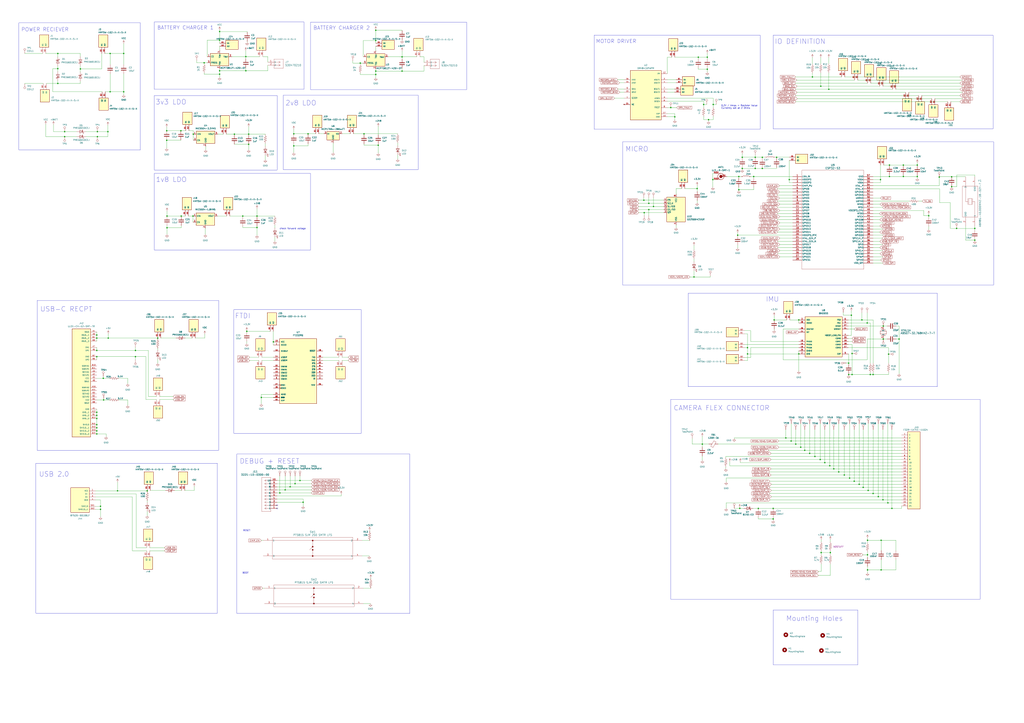
<source format=kicad_sch>
(kicad_sch (version 20230121) (generator eeschema)
  (paper "A1")
  (title_block (title "VineRobot Gen2 Outer Board Sense + Power"))
  (junction (at 635 426.466))
  (junction (at 664.972 372.618))
  (junction (at 229.87 405.13))
  (junction (at 723.646 468.376))
  (junction (at 580.898 56.896))
  (junction (at 66.04 56.642))
  (junction (at 252.984 109.982))
  (junction (at 649.732 362.458))
  (junction (at 211.074 186.944))
  (junction (at 96.52 403.352))
  (junction (at 725.424 267.97))
  (junction (at 613.918 290.83))
  (junction (at 738.378 278.638))
  (junction (at 723.646 443.992))
  (junction (at 712.47 455.93))
  (junction (at 79.502 356.616))
  (junction (at 585.724 85.852))
  (junction (at 224.536 280.924))
  (junction (at 211.074 177.546))
  (junction (at 681.99 454.152))
  (junction (at 80.01 108.204))
  (junction (at 148.844 177.546))
  (junction (at 781.558 153.416))
  (junction (at 626.11 129.286))
  (junction (at 238.252 400.05))
  (junction (at 554.228 96.012))
  (junction (at 295.91 51.816))
  (junction (at 330.2 58.42))
  (junction (at 730.504 145.034))
  (junction (at 688.848 387.858))
  (junction (at 180.34 60.96))
  (junction (at 693.42 390.398))
  (junction (at 85.09 328.676))
  (junction (at 47.498 43.942))
  (junction (at 137.16 187.198))
  (junction (at 241.3 119.888))
  (junction (at 753.364 145.034))
  (junction (at 681.482 382.778))
  (junction (at 80.01 112.268))
  (junction (at 699.77 307.848))
  (junction (at 180.34 25.908))
  (junction (at 660.908 370.078))
  (junction (at 657.606 367.538))
  (junction (at 201.93 46.482))
  (junction (at 248.92 412.75))
  (junction (at 677.418 380.238))
  (junction (at 101.6 43.942))
  (junction (at 648.208 147.574))
  (junction (at 180.34 58.166))
  (junction (at 620.268 138.43))
  (junction (at 667.258 63.246))
  (junction (at 656.082 262.89))
  (junction (at 82.55 416.052))
  (junction (at 577.85 85.852))
  (junction (at 47.498 56.388))
  (junction (at 714.756 307.848))
  (junction (at 673.608 377.698))
  (junction (at 137.16 177.546))
  (junction (at 308.61 58.42))
  (junction (at 101.6 75.438))
  (junction (at 581.914 98.298))
  (junction (at 330.2 46.736))
  (junction (at 717.042 405.638))
  (junction (at 214.63 326.644))
  (junction (at 234.188 402.59))
  (junction (at 308.61 33.274))
  (junction (at 308.61 24.892))
  (junction (at 532.892 167.132))
  (junction (at 88.646 108.204))
  (junction (at 753.364 135.636))
  (junction (at 53.086 112.268))
  (junction (at 310.642 119.38))
  (junction (at 725.17 410.718))
  (junction (at 635.762 262.89))
  (junction (at 111.252 288.036))
  (junction (at 699.77 290.576))
  (junction (at 732.536 417.83))
  (junction (at 580.898 46.99))
  (junction (at 79.502 343.916))
  (junction (at 79.502 348.996))
  (junction (at 721.36 408.178))
  (junction (at 607.568 417.83))
  (junction (at 725.424 278.638))
  (junction (at 180.34 33.02))
  (junction (at 653.542 364.998))
  (junction (at 674.37 454.152))
  (junction (at 573.532 46.99))
  (junction (at 723.138 147.574))
  (junction (at 192.532 110.236))
  (junction (at 622.808 417.83))
  (junction (at 536.702 169.672))
  (junction (at 148.59 107.442))
  (junction (at 576.834 364.998))
  (junction (at 696.976 298.45))
  (junction (at 729.742 291.084))
  (junction (at 674.116 70.866))
  (junction (at 79.502 341.376))
  (junction (at 645.414 359.918))
  (junction (at 572.516 154.94))
  (junction (at 136.906 107.442))
  (junction (at 656.082 290.83))
  (junction (at 606.806 155.956))
  (junction (at 800.608 187.706))
  (junction (at 618.998 145.034))
  (junction (at 201.93 58.166))
  (junction (at 79.502 277.876))
  (junction (at 90.424 75.438))
  (junction (at 129.54 277.876))
  (junction (at 717.042 307.848))
  (junction (at 53.086 108.204))
  (junction (at 136.906 115.316))
  (junction (at 609.6 138.43))
  (junction (at 308.61 61.214))
  (junction (at 202.692 272.288))
  (junction (at 605.79 193.294))
  (junction (at 705.612 398.018))
  (junction (at 84.836 310.896))
  (junction (at 47.498 68.58))
  (junction (at 569.976 227.584))
  (junction (at 696.976 307.848))
  (junction (at 781.558 145.288))
  (junction (at 800.608 197.358))
  (junction (at 635 417.83))
  (junction (at 528.828 164.592))
  (junction (at 585.47 147.574))
  (junction (at 79.502 338.836))
  (junction (at 79.502 351.536))
  (junction (at 785.622 187.706))
  (junction (at 204.216 118.618))
  (junction (at 242.316 397.51))
  (junction (at 90.424 43.942))
  (junction (at 741.934 135.636))
  (junction (at 111.252 293.116))
  (junction (at 79.502 354.076))
  (junction (at 158.496 177.546))
  (junction (at 199.39 177.546))
  (junction (at 298.958 109.982))
  (junction (at 730.504 135.636))
  (junction (at 204.216 110.236))
  (junction (at 550.926 88.392))
  (junction (at 712.978 403.098))
  (junction (at 79.502 275.336))
  (junction (at 701.548 395.478))
  (junction (at 637.794 129.286))
  (junction (at 669.29 375.158))
  (junction (at 167.64 51.562))
  (junction (at 707.898 262.89))
  (junction (at 741.934 145.034))
  (junction (at 532.892 172.212))
  (junction (at 771.398 145.542))
  (junction (at 680.72 73.406))
  (junction (at 712.47 443.992))
  (junction (at 699.262 259.08))
  (junction (at 79.502 293.116))
  (junction (at 88.9 277.876))
  (junction (at 120.904 403.352))
  (junction (at 712.216 265.43))
  (junction (at 246.38 394.97))
  (junction (at 529.082 174.752))
  (junction (at 626.11 138.43))
  (junction (at 82.55 418.592))
  (junction (at 79.502 288.036))
  (junction (at 729.234 413.258))
  (junction (at 708.914 400.558))
  (junction (at 158.75 110.236))
  (junction (at 762.762 177.292))
  (junction (at 620.268 129.286))
  (junction (at 609.6 129.286))
  (junction (at 697.738 392.938))
  (junction (at 241.3 109.982))
  (junction (at 684.784 385.318))
  (junction (at 606.806 145.034))
  (junction (at 613.918 285.75))
  (junction (at 712.47 468.376))
  (no_connect (at 227.584 415.29))
  (no_connect (at 227.584 417.83))
  (wire (pts (xy 585.47 147.574) (xy 585.47 153.67)))
  (wire (pts (xy 326.644 117.602) (xy 326.644 119.634)))
  (wire (pts (xy 633.222 385.318) (xy 684.784 385.318)))
  (wire (pts (xy 180.34 63.5) (xy 180.34 60.96)))
  (wire (pts (xy 712.216 295.656) (xy 712.216 278.638)))
  (wire (pts (xy 573.532 56.896) (xy 580.898 56.896)))
  (wire (pts (xy 723.392 213.614) (xy 717.042 213.614)))
  (wire (pts (xy 573.532 55.88) (xy 573.532 56.896)))
  (wire (pts (xy 654.558 70.866) (xy 674.116 70.866)))
  (wire (pts (xy 667.258 60.198) (xy 667.258 63.246)))
  (wire (pts (xy 555.244 65.532) (xy 548.132 65.532)))
  (wire (pts (xy 781.558 153.416) (xy 781.558 152.908)))
  (wire (pts (xy 78.486 410.972) (xy 82.55 410.972)))
  (wire (pts (xy 180.34 33.02) (xy 180.34 35.56)))
  (wire (pts (xy 79.502 336.296) (xy 79.502 338.836)))
  (wire (pts (xy 724.662 211.074) (xy 717.042 211.074)))
  (wire (pts (xy 717.042 147.574) (xy 723.138 147.574)))
  (wire (pts (xy 660.908 353.06) (xy 660.908 370.078)))
  (wire (pts (xy 90.424 60.706) (xy 90.424 75.438)))
  (wire (pts (xy 696.976 308.356) (xy 696.976 307.848)))
  (wire (pts (xy 204.978 296.418) (xy 204.978 296.164)))
  (wire (pts (xy 602.996 417.83) (xy 607.568 417.83)))
  (wire (pts (xy 626.11 138.43) (xy 637.794 138.43)))
  (wire (pts (xy 705.612 348.234) (xy 705.612 398.018)))
  (wire (pts (xy 142.24 325.882) (xy 131.064 325.882)))
  (wire (pts (xy 559.816 154.94) (xy 555.244 154.94)))
  (wire (pts (xy 242.316 391.16) (xy 242.316 397.51)))
  (wire (pts (xy 88.646 108.204) (xy 88.646 112.268)))
  (wire (pts (xy 674.116 70.866) (xy 674.116 59.944)))
  (wire (pts (xy 89.916 328.676) (xy 85.09 328.676)))
  (wire (pts (xy 554.228 46.99) (xy 573.532 46.99)))
  (wire (pts (xy 234.188 402.59) (xy 255.778 402.59)))
  (wire (pts (xy 136.906 107.442) (xy 148.59 107.442)))
  (wire (pts (xy 580.39 85.852) (xy 577.85 85.852)))
  (wire (pts (xy 788.416 83.566) (xy 780.796 83.566)))
  (wire (pts (xy 611.632 274.32) (xy 613.918 274.32)))
  (wire (pts (xy 696.976 307.848) (xy 699.77 307.848)))
  (wire (pts (xy 47.498 46.736) (xy 47.498 43.942)))
  (wire (pts (xy 632.46 410.718) (xy 725.17 410.718)))
  (wire (pts (xy 788.416 78.486) (xy 756.92 78.486)))
  (wire (pts (xy 214.63 444.246) (xy 216.154 444.246)))
  (wire (pts (xy 82.55 410.972) (xy 82.55 416.052)))
  (wire (pts (xy 295.91 51.816) (xy 298.45 51.816)))
  (wire (pts (xy 585.724 80.772) (xy 585.724 85.852)))
  (wire (pts (xy 788.416 73.406) (xy 735.584 73.406)))
  (wire (pts (xy 229.87 405.13) (xy 227.584 405.13)))
  (wire (pts (xy 771.398 152.654) (xy 771.398 145.542)))
  (wire (pts (xy 800.608 145.288) (xy 800.608 143.764)))
  (wire (pts (xy 201.93 58.166) (xy 219.964 58.166)))
  (wire (pts (xy 667.258 63.246) (xy 691.134 63.246)))
  (wire (pts (xy 696.976 290.83) (xy 696.722 290.83)))
  (wire (pts (xy 524.51 172.212) (xy 532.892 172.212)))
  (wire (pts (xy 639.572 362.458) (xy 649.732 362.458)))
  (wire (pts (xy 645.414 359.918) (xy 740.41 359.918)))
  (wire (pts (xy 633.476 403.098) (xy 712.978 403.098)))
  (wire (pts (xy 330.2 58.42) (xy 308.61 58.42)))
  (wire (pts (xy 640.334 183.134) (xy 651.002 183.134)))
  (wire (pts (xy 569.976 227.584) (xy 569.976 222.504)))
  (wire (pts (xy 577.85 85.852) (xy 577.85 83.312)))
  (wire (pts (xy 640.08 162.814) (xy 651.002 162.814)))
  (wire (pts (xy 724.916 178.054) (xy 717.042 178.054)))
  (wire (pts (xy 722.63 198.374) (xy 717.042 198.374)))
  (wire (pts (xy 227.584 410.21) (xy 248.92 410.21)))
  (wire (pts (xy 168.148 274.574) (xy 168.148 277.876)))
  (wire (pts (xy 298.45 483.362) (xy 304.546 483.362)))
  (wire (pts (xy 753.364 146.304) (xy 753.364 145.034)))
  (wire (pts (xy 605.79 201.422) (xy 605.79 203.708)))
  (wire (pts (xy 609.6 138.43) (xy 609.6 137.668)))
  (wire (pts (xy 580.898 43.688) (xy 580.898 46.99)))
  (wire (pts (xy 524.51 169.672) (xy 536.702 169.672)))
  (wire (pts (xy 771.398 145.288) (xy 781.558 145.288)))
  (wire (pts (xy 602.996 360.426) (xy 602.996 359.918)))
  (wire (pts (xy 215.138 296.164) (xy 224.536 296.164)))
  (wire (pts (xy 725.424 278.638) (xy 728.472 278.638)))
  (wire (pts (xy 188.722 177.546) (xy 199.39 177.546)))
  (wire (pts (xy 550.926 88.392) (xy 548.132 88.392)))
  (wire (pts (xy 596.392 392.938) (xy 697.738 392.938)))
  (wire (pts (xy 211.074 171.45) (xy 211.074 177.546)))
  (wire (pts (xy 684.784 385.318) (xy 740.41 385.318)))
  (wire (pts (xy 708.914 353.06) (xy 708.914 400.558)))
  (wire (pts (xy 613.918 290.83) (xy 656.082 290.83)))
  (wire (pts (xy 596.138 383.794) (xy 596.138 385.064)))
  (wire (pts (xy 246.38 391.16) (xy 246.38 394.97)))
  (wire (pts (xy 47.498 68.58) (xy 66.04 68.58)))
  (wire (pts (xy 638.556 190.754) (xy 651.002 190.754)))
  (wire (pts (xy 672.084 469.646) (xy 672.084 469.9)))
  (wire (pts (xy 572.516 154.94) (xy 562.356 154.94)))
  (wire (pts (xy 738.378 307.086) (xy 738.378 278.638)))
  (wire (pts (xy 330.2 46.736) (xy 330.2 41.91)))
  (wire (pts (xy 136.906 104.394) (xy 136.906 107.442)))
  (wire (pts (xy 712.47 468.376) (xy 723.646 468.376)))
  (wire (pts (xy 717.042 298.45) (xy 717.042 262.89)))
  (wire (pts (xy 238.252 391.16) (xy 238.252 400.05)))
  (wire (pts (xy 724.408 195.834) (xy 717.042 195.834)))
  (wire (pts (xy 90.424 53.086) (xy 90.424 43.942)))
  (wire (pts (xy 699.77 307.848) (xy 714.756 307.848)))
  (wire (pts (xy 20.32 68.834) (xy 20.32 68.58)))
  (wire (pts (xy 616.458 293.878) (xy 616.458 285.75)))
  (wire (pts (xy 252.984 119.888) (xy 241.3 119.888)))
  (wire (pts (xy 555.244 154.94) (xy 555.244 159.512)))
  (wire (pts (xy 723.646 468.376) (xy 735.838 468.376)))
  (wire (pts (xy 657.606 348.234) (xy 657.606 367.538)))
  (wire (pts (xy 170.18 33.02) (xy 170.18 46.482)))
  (wire (pts (xy 651.002 150.114) (xy 648.208 150.114)))
  (wire (pts (xy 640.334 200.914) (xy 651.002 200.914)))
  (wire (pts (xy 792.988 185.928) (xy 792.988 197.358)))
  (wire (pts (xy 82.55 418.592) (xy 82.55 424.688)))
  (wire (pts (xy 633.222 377.698) (xy 673.608 377.698)))
  (wire (pts (xy 298.958 119.38) (xy 310.642 119.38)))
  (wire (pts (xy 651.002 205.994) (xy 640.334 205.994)))
  (wire (pts (xy 43.434 56.388) (xy 47.498 56.388)))
  (wire (pts (xy 47.498 43.942) (xy 66.04 43.942)))
  (wire (pts (xy 762.762 177.292) (xy 762.762 178.562)))
  (wire (pts (xy 616.458 271.78) (xy 616.458 280.67)))
  (wire (pts (xy 202.692 282.194) (xy 202.692 280.67)))
  (wire (pts (xy 618.998 146.304) (xy 618.998 145.034)))
  (wire (pts (xy 626.11 129.286) (xy 628.65 129.286)))
  (wire (pts (xy 638.81 198.374) (xy 651.002 198.374)))
  (wire (pts (xy 692.658 259.08) (xy 699.262 259.08)))
  (wire (pts (xy 528.828 164.592) (xy 545.084 164.592)))
  (wire (pts (xy 199.39 177.546) (xy 211.074 177.546)))
  (wire (pts (xy 108.712 452.628) (xy 108.712 408.432)))
  (wire (pts (xy 308.61 33.274) (xy 308.61 35.56)))
  (wire (pts (xy 66.04 68.58) (xy 66.04 66.802)))
  (wire (pts (xy 101.6 60.706) (xy 101.6 75.438)))
  (wire (pts (xy 645.414 353.06) (xy 645.414 359.918)))
  (wire (pts (xy 90.424 43.942) (xy 86.106 43.942)))
  (wire (pts (xy 637.794 138.43) (xy 637.794 137.668)))
  (wire (pts (xy 111.76 450.088) (xy 120.396 450.088)))
  (wire (pts (xy 712.216 265.43) (xy 696.722 265.43)))
  (wire (pts (xy 148.844 177.8) (xy 148.844 177.546)))
  (wire (pts (xy 246.38 394.97) (xy 227.584 394.97)))
  (wire (pts (xy 785.622 187.706) (xy 780.542 187.706)))
  (wire (pts (xy 135.128 452.628) (xy 122.936 452.628)))
  (wire (pts (xy 740.41 417.83) (xy 740.41 415.798)))
  (wire (pts (xy 47.498 56.388) (xy 47.498 58.674)))
  (wire (pts (xy 308.61 61.214) (xy 308.61 58.42)))
  (wire (pts (xy 47.498 56.388) (xy 47.498 54.356)))
  (wire (pts (xy 78.486 405.892) (xy 111.76 405.892)))
  (wire (pts (xy 580.898 56.896) (xy 580.898 59.182)))
  (wire (pts (xy 90.424 43.942) (xy 101.6 43.942)))
  (wire (pts (xy 47.498 66.294) (xy 47.498 68.58)))
  (wire (pts (xy 712.47 465.582) (xy 712.47 468.376)))
  (wire (pts (xy 78.486 416.052) (xy 82.55 416.052)))
  (wire (pts (xy 330.2 56.134) (xy 330.2 58.42)))
  (wire (pts (xy 708.66 455.93) (xy 712.47 455.93)))
  (wire (pts (xy 273.558 125.222) (xy 273.558 117.602)))
  (wire (pts (xy 83.566 43.942) (xy 83.566 56.642)))
  (wire (pts (xy 532.892 167.132) (xy 545.084 167.132)))
  (wire (pts (xy 701.548 270.51) (xy 696.722 270.51)))
  (wire (pts (xy 241.3 119.888) (xy 241.3 118.11)))
  (wire (pts (xy 62.992 112.268) (xy 53.086 112.268)))
  (wire (pts (xy 712.47 470.662) (xy 712.47 468.376)))
  (wire (pts (xy 712.47 455.93) (xy 712.47 457.962)))
  (wire (pts (xy 697.738 348.234) (xy 697.738 392.938)))
  (wire (pts (xy 618.998 155.956) (xy 606.806 155.956)))
  (wire (pts (xy 705.612 398.018) (xy 740.41 398.018)))
  (wire (pts (xy 653.542 78.486) (xy 754.38 78.486)))
  (wire (pts (xy 635 417.83) (xy 732.536 417.83)))
  (wire (pts (xy 326.644 127.254) (xy 326.644 130.556)))
  (wire (pts (xy 157.734 277.876) (xy 152.146 277.876)))
  (wire (pts (xy 295.91 60.198) (xy 295.91 61.214)))
  (wire (pts (xy 717.042 172.974) (xy 758.698 172.974)))
  (wire (pts (xy 137.16 177.546) (xy 148.844 177.546)))
  (wire (pts (xy 554.228 96.012) (xy 548.132 96.012)))
  (wire (pts (xy 217.932 110.236) (xy 217.932 110.49)))
  (wire (pts (xy 201.93 55.88) (xy 201.93 58.166)))
  (wire (pts (xy 704.342 65.786) (xy 789.94 65.786)))
  (wire (pts (xy 82.55 416.052) (xy 82.55 418.592)))
  (wire (pts (xy 168.91 122.936) (xy 168.91 120.396)))
  (wire (pts (xy 735.838 468.376) (xy 735.838 459.994)))
  (wire (pts (xy 681.99 454.152) (xy 681.99 452.882)))
  (wire (pts (xy 201.93 46.482) (xy 201.93 41.656)))
  (wire (pts (xy 622.808 417.83) (xy 635 417.83)))
  (wire (pts (xy 507.492 73.152) (xy 512.572 73.152)))
  (wire (pts (xy 585.47 142.494) (xy 585.47 147.574)))
  (wire (pts (xy 656.082 288.29) (xy 656.082 290.83)))
  (wire (pts (xy 148.59 115.316) (xy 136.906 115.316)))
  (wire (pts (xy 583.438 227.584) (xy 583.438 226.822)))
  (wire (pts (xy 297.434 444.246) (xy 303.53 444.246)))
  (wire (pts (xy 712.47 443.992) (xy 712.47 446.024)))
  (wire (pts (xy 248.92 410.21) (xy 248.92 412.75)))
  (wire (pts (xy 738.378 267.97) (xy 738.378 278.638)))
  (wire (pts (xy 620.268 129.286) (xy 626.11 129.286)))
  (wire (pts (xy 219.964 58.166) (xy 219.964 53.594)))
  (wire (pts (xy 609.6 139.192) (xy 609.6 138.43)))
  (wire (pts (xy 217.932 110.236) (xy 204.216 110.236)))
  (wire (pts (xy 259.334 109.982) (xy 252.984 109.982)))
  (wire (pts (xy 699.77 280.67) (xy 696.722 280.67)))
  (wire (pts (xy 792.988 197.358) (xy 800.608 197.358)))
  (wire (pts (xy 780.542 166.624) (xy 771.652 166.624)))
  (wire (pts (xy 142.24 328.422) (xy 131.064 328.422)))
  (wire (pts (xy 639.572 367.538) (xy 657.606 367.538)))
  (wire (pts (xy 649.732 362.458) (xy 740.41 362.458)))
  (wire (pts (xy 724.916 193.294) (xy 717.042 193.294)))
  (wire (pts (xy 781.558 153.924) (xy 781.558 153.416)))
  (wire (pts (xy 129.54 278.638) (xy 129.54 277.876)))
  (wire (pts (xy 554.228 93.472) (xy 554.228 96.012)))
  (wire (pts (xy 190.5 46.482) (xy 201.93 46.482)))
  (wire (pts (xy 707.898 262.89) (xy 696.722 262.89)))
  (wire (pts (xy 37.592 43.942) (xy 47.498 43.942)))
  (wire (pts (xy 631.19 370.078) (xy 660.908 370.078)))
  (wire (pts (xy 53.086 108.204) (xy 43.942 108.204)))
  (wire (pts (xy 637.794 129.286) (xy 637.794 130.048)))
  (wire (pts (xy 684.784 353.06) (xy 684.784 385.318)))
  (wire (pts (xy 638.556 175.514) (xy 651.002 175.514)))
  (wire (pts (xy 204.216 104.14) (xy 204.216 110.236)))
  (wire (pts (xy 536.702 169.672) (xy 545.084 169.672)))
  (wire (pts (xy 609.6 126.492) (xy 609.6 129.286)))
  (wire (pts (xy 781.558 145.288) (xy 792.988 145.288)))
  (wire (pts (xy 88.646 102.87) (xy 88.646 108.204)))
  (wire (pts (xy 738.378 267.97) (xy 736.092 267.97)))
  (wire (pts (xy 693.42 390.398) (xy 740.41 390.398)))
  (wire (pts (xy 576.834 367.284) (xy 576.834 364.998)))
  (wire (pts (xy 108.712 452.628) (xy 120.396 452.628)))
  (wire (pts (xy 79.502 356.616) (xy 87.122 356.616)))
  (wire (pts (xy 648.716 262.89) (xy 656.082 262.89)))
  (wire (pts (xy 648.208 131.826) (xy 648.208 147.574)))
  (wire (pts (xy 693.674 63.246) (xy 788.416 63.246)))
  (wire (pts (xy 669.29 375.158) (xy 740.41 375.158)))
  (wire (pts (xy 616.458 145.034) (xy 618.998 145.034)))
  (wire (pts (xy 681.99 443.484) (xy 681.99 445.262)))
  (wire (pts (xy 192.532 110.236) (xy 204.216 110.236)))
  (wire (pts (xy 225.806 194.818) (xy 225.806 198.12)))
  (wire (pts (xy 159.512 399.796) (xy 159.512 403.098)))
  (wire (pts (xy 724.916 216.154) (xy 717.042 216.154)))
  (wire (pts (xy 241.3 109.982) (xy 241.3 110.49)))
  (wire (pts (xy 653.542 73.406) (xy 680.72 73.406)))
  (wire (pts (xy 104.902 332.994) (xy 104.902 328.676)))
  (wire (pts (xy 569.976 212.852) (xy 569.976 214.884)))
  (wire (pts (xy 669.29 353.06) (xy 669.29 375.158)))
  (wire (pts (xy 729.742 306.07) (xy 729.742 307.848)))
  (wire (pts (xy 715.01 68.326) (xy 788.416 68.326)))
  (wire (pts (xy 640.334 172.974) (xy 651.002 172.974)))
  (wire (pts (xy 654.812 81.026) (xy 765.302 81.026)))
  (wire (pts (xy 674.37 454.152) (xy 674.37 455.93)))
  (wire (pts (xy 548.132 83.312) (xy 577.85 83.312)))
  (wire (pts (xy 708.914 400.558) (xy 740.41 400.558)))
  (wire (pts (xy 252.984 118.11) (xy 252.984 119.888)))
  (wire (pts (xy 241.3 109.982) (xy 252.984 109.982)))
  (wire (pts (xy 170.18 33.02) (xy 180.34 33.02)))
  (wire (pts (xy 120.904 411.48) (xy 120.904 412.75)))
  (wire (pts (xy 712.47 453.644) (xy 712.47 455.93)))
  (wire (pts (xy 722.63 190.754) (xy 717.042 190.754)))
  (wire (pts (xy 96.52 403.352) (xy 120.904 403.352)))
  (wire (pts (xy 66.04 43.942) (xy 66.04 46.482)))
  (wire (pts (xy 255.778 400.05) (xy 238.252 400.05)))
  (wire (pts (xy 653.288 68.326) (xy 712.47 68.326)))
  (wire (pts (xy 649.732 348.234) (xy 649.732 362.458)))
  (wire (pts (xy 211.074 186.944) (xy 211.074 185.928)))
  (wire (pts (xy 688.848 387.858) (xy 740.41 387.858)))
  (wire (pts (xy 606.806 155.956) (xy 606.806 156.464)))
  (wire (pts (xy 168.656 192.532) (xy 168.656 187.706)))
  (wire (pts (xy 631.952 387.858) (xy 688.848 387.858)))
  (wire (pts (xy 717.042 306.07) (xy 717.042 307.848)))
  (wire (pts (xy 286.004 293.624) (xy 280.924 293.624)))
  (wire (pts (xy 717.042 165.354) (xy 747.014 165.354)))
  (wire (pts (xy 717.042 150.114) (xy 723.138 150.114)))
  (wire (pts (xy 330.2 46.736) (xy 342.392 46.736)))
  (wire (pts (xy 310.642 125.73) (xy 310.642 119.38)))
  (wire (pts (xy 573.532 46.99) (xy 580.898 46.99)))
  (wire (pts (xy 344.932 46.736) (xy 348.234 46.736)))
  (wire (pts (xy 298.45 33.274) (xy 298.45 46.736)))
  (wire (pts (xy 599.44 382.778) (xy 681.482 382.778)))
  (wire (pts (xy 626.11 130.302) (xy 626.11 129.286)))
  (wire (pts (xy 66.04 56.642) (xy 83.566 56.642)))
  (wire (pts (xy 618.998 145.034) (xy 651.002 145.034)))
  (wire (pts (xy 201.93 46.482) (xy 213.36 46.482)))
  (wire (pts (xy 633.222 372.618) (xy 664.972 372.618)))
  (wire (pts (xy 785.876 143.764) (xy 785.876 153.416)))
  (wire (pts (xy 724.916 170.434) (xy 717.042 170.434)))
  (wire (pts (xy 722.884 208.534) (xy 717.042 208.534)))
  (wire (pts (xy 640.08 152.654) (xy 651.002 152.654)))
  (wire (pts (xy 638.556 160.274) (xy 651.002 160.274)))
  (wire (pts (xy 569.976 227.584) (xy 583.438 227.584)))
  (wire (pts (xy 137.16 177.8) (xy 137.16 177.546)))
  (wire (pts (xy 580.39 85.598) (xy 580.39 85.852)))
  (wire (pts (xy 234.188 391.16) (xy 234.188 402.59)))
  (wire (pts (xy 638.556 170.434) (xy 651.002 170.434)))
  (wire (pts (xy 800.608 197.866) (xy 800.608 197.358)))
  (wire (pts (xy 204.978 296.164) (xy 212.598 296.164)))
  (wire (pts (xy 192.532 110.236) (xy 192.532 110.998)))
  (wire (pts (xy 78.486 403.352) (xy 96.52 403.352)))
  (wire (pts (xy 620.268 127.508) (xy 620.268 129.286)))
  (wire (pts (xy 529.082 177.038) (xy 529.082 174.752)))
  (wire (pts (xy 148.844 177.546) (xy 152.146 177.546)))
  (wire (pts (xy 660.908 370.078) (xy 740.41 370.078)))
  (wire (pts (xy 790.194 75.946) (xy 746.252 75.946)))
  (wire (pts (xy 136.906 115.316) (xy 136.906 121.666)))
  (wire (pts (xy 219.964 46.482) (xy 219.964 51.054)))
  (wire (pts (xy 504.698 80.772) (xy 512.572 80.772)))
  (wire (pts (xy 85.09 327.66) (xy 85.09 328.676)))
  (wire (pts (xy 611.632 283.21) (xy 656.082 283.21)))
  (wire (pts (xy 725.17 353.06) (xy 725.17 410.718)))
  (wire (pts (xy 79.502 351.536) (xy 79.502 354.076)))
  (wire (pts (xy 611.632 293.878) (xy 616.458 293.878)))
  (wire (pts (xy 289.814 51.816) (xy 289.814 50.038)))
  (wire (pts (xy 202.692 272.288) (xy 202.692 273.05)))
  (wire (pts (xy 732.536 353.06) (xy 732.536 417.83)))
  (wire (pts (xy 79.502 293.116) (xy 111.252 293.116)))
  (wire (pts (xy 656.082 270.51) (xy 643.128 270.51)))
  (wire (pts (xy 653.542 83.566) (xy 778.256 83.566)))
  (wire (pts (xy 53.086 112.268) (xy 37.592 112.268)))
  (wire (pts (xy 712.978 403.098) (xy 740.41 403.098)))
  (wire (pts (xy 785.876 153.416) (xy 781.558 153.416)))
  (wire (pts (xy 714.756 298.45) (xy 714.756 265.43)))
  (wire (pts (xy 576.834 364.998) (xy 582.168 364.998)))
  (wire (pts (xy 640.334 188.214) (xy 651.002 188.214)))
  (wire (pts (xy 111.252 285.496) (xy 111.252 288.036)))
  (wire (pts (xy 694.944 298.45) (xy 696.976 298.45)))
  (wire (pts (xy 618.49 417.83) (xy 622.808 417.83)))
  (wire (pts (xy 643.128 295.656) (xy 712.216 295.656)))
  (wire (pts (xy 753.364 135.636) (xy 753.364 136.398)))
  (wire (pts (xy 137.16 187.198) (xy 137.16 185.42)))
  (wire (pts (xy 762.762 176.022) (xy 762.762 177.292)))
  (wire (pts (xy 722.63 180.594) (xy 717.042 180.594)))
  (wire (pts (xy 79.502 277.876) (xy 79.502 280.416)))
  (wire (pts (xy 158.496 177.546) (xy 158.496 182.626)))
  (wire (pts (xy 304.546 474.98) (xy 304.546 475.742)))
  (wire (pts (xy 636.27 129.286) (xy 637.794 129.286)))
  (wire (pts (xy 622.808 426.466) (xy 635 426.466)))
  (wire (pts (xy 640.334 178.054) (xy 651.002 178.054)))
  (wire (pts (xy 725.424 278.638) (xy 725.424 278.384)))
  (wire (pts (xy 308.61 24.892) (xy 308.61 33.274)))
  (wire (pts (xy 167.64 60.96) (xy 180.34 60.96)))
  (wire (pts (xy 553.974 73.152) (xy 548.132 73.152)))
  (wire (pts (xy 588.264 85.598) (xy 588.264 85.852)))
  (wire (pts (xy 730.504 135.636) (xy 730.504 136.144)))
  (wire (pts (xy 568.452 360.426) (xy 568.452 364.998)))
  (wire (pts (xy 673.608 348.234) (xy 673.608 377.698)))
  (wire (pts (xy 159.512 403.098) (xy 151.638 403.098)))
  (wire (pts (xy 86.36 75.438) (xy 90.424 75.438)))
  (wire (pts (xy 611.632 285.75) (xy 613.918 285.75)))
  (wire (pts (xy 96.52 396.24) (xy 96.52 403.352)))
  (wire (pts (xy 724.916 188.214) (xy 717.042 188.214)))
  (wire (pts (xy 524.51 164.592) (xy 528.828 164.592)))
  (wire (pts (xy 211.074 193.294) (xy 211.074 186.944)))
  (wire (pts (xy 104.902 328.676) (xy 97.536 328.676)))
  (wire (pts (xy 38.1 68.58) (xy 47.498 68.58)))
  (wire (pts (xy 585.47 142.494) (xy 586.994 142.494)))
  (wire (pts (xy 596.392 413.258) (xy 729.234 413.258)))
  (wire (pts (xy 677.418 353.06) (xy 677.418 380.238)))
  (wire (pts (xy 89.916 310.896) (xy 84.836 310.896)))
  (wire (pts (xy 613.918 296.418) (xy 611.632 296.418)))
  (wire (pts (xy 635 425.45) (xy 635 426.466)))
  (wire (pts (xy 528.828 162.56) (xy 528.828 164.592)))
  (wire (pts (xy 101.6 75.438) (xy 90.424 75.438)))
  (wire (pts (xy 43.942 108.204) (xy 43.942 102.362)))
  (wire (pts (xy 108.712 408.432) (xy 78.486 408.432)))
  (wire (pts (xy 576.834 358.648) (xy 576.834 364.998)))
  (wire (pts (xy 638.556 165.354) (xy 651.002 165.354)))
  (wire (pts (xy 724.662 205.994) (xy 717.042 205.994)))
  (wire (pts (xy 80.01 112.268) (xy 88.646 112.268)))
  (wire (pts (xy 43.434 75.438) (xy 83.82 75.438)))
  (wire (pts (xy 696.976 307.086) (xy 696.976 307.848)))
  (wire (pts (xy 620.268 129.794) (xy 620.268 129.286)))
  (wire (pts (xy 178.816 177.546) (xy 186.182 177.546)))
  (wire (pts (xy 680.72 47.244) (xy 680.72 52.324)))
  (wire (pts (xy 137.16 173.482) (xy 137.16 177.546)))
  (wire (pts (xy 290.322 109.982) (xy 298.958 109.982)))
  (wire (pts (xy 161.544 51.562) (xy 161.544 49.784)))
  (wire (pts (xy 721.36 408.178) (xy 740.41 408.178)))
  (wire (pts (xy 732.536 417.83) (xy 740.41 417.83)))
  (wire (pts (xy 651.002 208.534) (xy 638.81 208.534)))
  (wire (pts (xy 696.722 283.21) (xy 699.77 283.21)))
  (wire (pts (xy 201.93 48.26) (xy 201.93 46.482)))
  (wire (pts (xy 722.376 175.514) (xy 717.042 175.514)))
  (wire (pts (xy 673.608 377.698) (xy 740.41 377.698)))
  (wire (pts (xy 780.542 166.624) (xy 780.542 187.706)))
  (wire (pts (xy 568.452 364.998) (xy 576.834 364.998)))
  (wire (pts (xy 167.64 52.324) (xy 167.64 51.562)))
  (wire (pts (xy 664.972 372.618) (xy 740.41 372.618)))
  (wire (pts (xy 79.502 288.036) (xy 111.252 288.036)))
  (wire (pts (xy 573.532 46.99) (xy 573.532 48.26)))
  (wire (pts (xy 137.16 192.532) (xy 137.16 187.198)))
  (wire (pts (xy 620.268 138.43) (xy 626.11 138.43)))
  (wire (pts (xy 656.082 290.83) (xy 656.082 304.8)))
  (wire (pts (xy 149.098 403.098) (xy 143.51 403.098)))
  (wire (pts (xy 674.37 443.484) (xy 674.37 445.262)))
  (wire (pts (xy 724.662 200.914) (xy 717.042 200.914)))
  (wire (pts (xy 664.972 348.234) (xy 664.972 372.618)))
  (wire (pts (xy 201.93 58.166) (xy 180.34 58.166)))
  (wire (pts (xy 725.424 267.97) (xy 725.424 268.224)))
  (wire (pts (xy 129.54 295.148) (xy 129.54 298.45)))
  (wire (pts (xy 696.976 299.466) (xy 696.976 298.45)))
  (wire (pts (xy 741.934 135.636) (xy 753.364 135.636)))
  (wire (pts (xy 754.634 165.354) (xy 757.428 165.354)))
  (wire (pts (xy 70.612 108.204) (xy 80.01 108.204)))
  (wire (pts (xy 638.556 185.674) (xy 651.002 185.674)))
  (wire (pts (xy 651.002 193.294) (xy 605.79 193.294)))
  (wire (pts (xy 674.116 70.866) (xy 722.63 70.866)))
  (wire (pts (xy 635 426.466) (xy 635 427.482)))
  (wire (pts (xy 199.39 186.944) (xy 199.39 186.182)))
  (wire (pts (xy 635.762 271.272) (xy 635.762 270.51)))
  (wire (pts (xy 723.646 459.994) (xy 723.646 468.376)))
  (wire (pts (xy 722.884 167.894) (xy 717.042 167.894)))
  (wire (pts (xy 696.722 267.97) (xy 725.424 267.97)))
  (wire (pts (xy 741.934 145.034) (xy 753.364 145.034)))
  (wire (pts (xy 638.556 155.194) (xy 651.002 155.194)))
  (wire (pts (xy 120.904 420.37) (xy 120.904 423.672)))
  (wire (pts (xy 657.606 367.538) (xy 740.41 367.538)))
  (wire (pts (xy 553.974 75.692) (xy 548.132 75.692)))
  (wire (pts (xy 308.61 24.892) (xy 330.2 24.892)))
  (wire (pts (xy 723.646 443.992) (xy 735.838 443.992)))
  (wire (pts (xy 620.268 129.286) (xy 609.6 129.286)))
  (wire (pts (xy 596.392 417.576) (xy 596.392 413.258)))
  (wire (pts (xy 618.998 155.956) (xy 618.998 153.924)))
  (wire (pts (xy 20.32 68.58) (xy 35.56 68.58)))
  (wire (pts (xy 330.2 48.514) (xy 330.2 46.736)))
  (wire (pts (xy 724.916 183.134) (xy 717.042 183.134)))
  (wire (pts (xy 753.364 144.018) (xy 753.364 145.034)))
  (wire (pts (xy 605.79 193.294) (xy 605.79 193.802)))
  (wire (pts (xy 289.814 51.816) (xy 295.91 51.816)))
  (wire (pts (xy 613.918 290.83) (xy 613.918 296.418)))
  (wire (pts (xy 168.148 277.876) (xy 160.274 277.876)))
  (wire (pts (xy 635.762 262.89) (xy 635.762 259.588)))
  (wire (pts (xy 548.132 93.472) (xy 554.228 93.472)))
  (wire (pts (xy 648.208 150.114) (xy 648.208 147.574)))
  (wire (pts (xy 524.51 167.132) (xy 532.892 167.132)))
  (wire (pts (xy 179.07 110.236) (xy 183.388 110.236)))
  (wire (pts (xy 741.934 144.018) (xy 741.934 145.034)))
  (wire (pts (xy 790.194 81.026) (xy 767.842 81.026)))
  (wire (pts (xy 597.154 145.034) (xy 606.806 145.034)))
  (wire (pts (xy 555.752 88.392) (xy 550.926 88.392)))
  (wire (pts (xy 298.958 109.982) (xy 326.644 109.982)))
  (wire (pts (xy 224.536 280.924) (xy 224.536 283.464)))
  (wire (pts (xy 154.686 177.546) (xy 158.496 177.546)))
  (wire (pts (xy 185.928 110.236) (xy 192.532 110.236)))
  (wire (pts (xy 248.92 412.75) (xy 248.92 415.798)))
  (wire (pts (xy 638.556 180.594) (xy 651.002 180.594)))
  (wire (pts (xy 648.208 147.574) (xy 651.002 147.574)))
  (wire (pts (xy 723.138 135.636) (xy 723.138 147.574)))
  (wire (pts (xy 227.584 407.67) (xy 280.162 407.67)))
  (wire (pts (xy 78.486 418.592) (xy 82.55 418.592)))
  (wire (pts (xy 43.434 75.438) (xy 43.434 56.388)))
  (wire (pts (xy 730.504 143.764) (xy 730.504 145.034)))
  (wire (pts (xy 215.9 46.482) (xy 219.964 46.482)))
  (wire (pts (xy 640.334 167.894) (xy 651.002 167.894)))
  (wire (pts (xy 308.61 24.384) (xy 308.61 24.892)))
  (wire (pts (xy 180.34 25.908) (xy 180.34 33.02)))
  (wire (pts (xy 674.37 469.646) (xy 674.37 463.55)))
  (wire (pts (xy 298.958 119.38) (xy 298.958 118.364)))
  (wire (pts (xy 701.548 395.478) (xy 740.41 395.478)))
  (wire (pts (xy 572.516 152.4) (xy 572.516 154.94)))
  (wire (pts (xy 613.918 274.32) (xy 613.918 285.75)))
  (wire (pts (xy 758.698 177.292) (xy 762.762 177.292)))
  (wire (pts (xy 699.77 283.21) (xy 699.77 290.576)))
  (wire (pts (xy 221.996 272.288) (xy 202.692 272.288)))
  (wire (pts (xy 79.502 277.876) (xy 88.9 277.876)))
  (wire (pts (xy 111.252 288.036) (xy 121.92 288.036)))
  (wire (pts (xy 681.482 382.778) (xy 740.41 382.778)))
  (wire (pts (xy 589.788 364.998) (xy 653.542 364.998)))
  (wire (pts (xy 701.548 353.06) (xy 701.548 395.478)))
  (wire (pts (xy 148.844 185.42) (xy 148.844 187.198)))
  (wire (pts (xy 88.9 274.32) (xy 88.9 277.876)))
  (wire (pts (xy 255.778 397.51) (xy 242.316 397.51)))
  (wire (pts (xy 632.206 400.558) (xy 708.914 400.558)))
  (wire (pts (xy 66.04 56.642) (xy 66.04 54.102)))
  (wire (pts (xy 717.042 405.638) (xy 740.41 405.638)))
  (wire (pts (xy 158.75 107.442) (xy 155.194 107.442)))
  (wire (pts (xy 653.542 353.06) (xy 653.542 364.998)))
  (wire (pts (xy 588.264 85.852) (xy 585.724 85.852)))
  (wire (pts (xy 122.936 450.088) (xy 135.128 450.088)))
  (wire (pts (xy 548.132 46.99) (xy 548.132 60.452)))
  (wire (pts (xy 714.756 265.43) (xy 712.216 265.43)))
  (wire (pts (xy 79.502 343.916) (xy 79.502 348.996)))
  (wire (pts (xy 84.836 309.372) (xy 84.836 310.896)))
  (wire (pts (xy 654.304 65.786) (xy 701.802 65.786)))
  (wire (pts (xy 699.77 278.13) (xy 696.722 278.13)))
  (wire (pts (xy 632.206 395.478) (xy 701.548 395.478)))
  (wire (pts (xy 699.262 259.08) (xy 699.262 255.524)))
  (wire (pts (xy 508.762 68.072) (xy 512.572 68.072)))
  (wire (pts (xy 677.418 380.238) (xy 740.41 380.238)))
  (wire (pts (xy 577.85 98.298) (xy 581.914 98.298)))
  (wire (pts (xy 681.99 472.948) (xy 681.99 463.55)))
  (wire (pts (xy 725.17 410.718) (xy 740.41 410.718)))
  (wire (pts (xy 622.808 425.45) (xy 622.808 426.466)))
  (wire (pts (xy 241.3 106.172) (xy 241.3 109.982)))
  (wire (pts (xy 599.44 379.476) (xy 599.44 382.778)))
  (wire (pts (xy 554.228 98.552) (xy 554.228 96.012)))
  (wire (pts (xy 692.658 256.794) (xy 692.658 259.08)))
  (wire (pts (xy 101.6 35.814) (xy 101.6 43.942)))
  (wire (pts (xy 728.472 267.97) (xy 725.424 267.97)))
  (wire (pts (xy 611.632 271.78) (xy 616.458 271.78)))
  (wire (pts (xy 555.244 68.072) (xy 548.132 68.072)))
  (wire (pts (xy 717.042 145.034) (xy 730.504 145.034)))
  (wire (pts (xy 180.34 58.166) (xy 180.34 56.642)))
  (wire (pts (xy 85.09 328.676) (xy 79.502 328.676)))
  (wire (pts (xy 697.738 392.938) (xy 740.41 392.938)))
  (wire (pts (xy 762.762 186.182) (xy 762.762 188.468)))
  (wire (pts (xy 723.646 443.992) (xy 712.47 443.992)))
  (wire (pts (xy 214.63 326.644) (xy 214.63 331.724)))
  (wire (pts (xy 730.504 145.034) (xy 741.934 145.034)))
  (wire (pts (xy 204.216 110.236) (xy 204.216 110.998)))
  (wire (pts (xy 214.63 324.104) (xy 214.63 326.644)))
  (wire (pts (xy 79.502 338.836) (xy 79.502 341.376)))
  (wire (pts (xy 729.742 291.084) (xy 729.742 298.45)))
  (wire (pts (xy 581.914 98.298) (xy 581.914 99.568)))
  (wire (pts (xy 111.252 293.116) (xy 111.252 295.656)))
  (wire (pts (xy 79.502 341.376) (xy 79.502 343.916)))
  (wire (pts (xy 111.252 293.116) (xy 119.888 293.116)))
  (wire (pts (xy 123.444 403.098) (xy 135.89 403.098)))
  (wire (pts (xy 167.64 59.944) (xy 167.64 60.96)))
  (wire (pts (xy 681.482 348.234) (xy 681.482 382.778)))
  (wire (pts (xy 572.516 154.94) (xy 572.516 157.226)))
  (wire (pts (xy 771.398 145.542) (xy 771.398 145.288)))
  (wire (pts (xy 638.81 203.454) (xy 651.002 203.454)))
  (wire (pts (xy 121.92 288.036) (xy 121.92 325.882)))
  (wire (pts (xy 800.608 189.23) (xy 800.608 187.706)))
  (wire (pts (xy 204.216 122.936) (xy 204.216 118.618)))
  (wire (pts (xy 202.692 271.78) (xy 202.692 272.288)))
  (wire (pts (xy 524.51 174.752) (xy 529.082 174.752)))
  (wire (pts (xy 771.652 155.194) (xy 771.652 166.624)))
  (wire (pts (xy 730.504 135.636) (xy 741.934 135.636)))
  (wire (pts (xy 674.37 452.882) (xy 674.37 454.152)))
  (wire (pts (xy 717.042 307.848) (xy 729.742 307.848)))
  (wire (pts (xy 348.234 46.736) (xy 348.234 51.308)))
  (wire (pts (xy 729.742 285.75) (xy 729.742 291.084)))
  (wire (pts (xy 577.85 95.758) (xy 577.85 98.298)))
  (wire (pts (xy 717.042 353.06) (xy 717.042 405.638)))
  (wire (pts (xy 688.848 348.234) (xy 688.848 387.858)))
  (wire (pts (xy 330.2 58.42) (xy 348.234 58.42)))
  (wire (pts (xy 714.756 307.848) (xy 717.042 307.848)))
  (wire (pts (xy 280.162 407.67) (xy 280.162 406.146)))
  (wire (pts (xy 297.434 456.946) (xy 303.276 456.946)))
  (wire (pts (xy 88.9 277.876) (xy 129.54 277.876)))
  (wire (pts (xy 771.652 155.194) (xy 717.042 155.194)))
  (wire (pts (xy 84.836 310.896) (xy 79.502 310.896)))
  (wire (pts (xy 680.72 73.406) (xy 680.72 59.944)))
  (wire (pts (xy 224.536 280.924) (xy 224.536 272.288)))
  (wire (pts (xy 104.902 315.214) (xy 104.902 310.896)))
  (wire (pts (xy 158.75 110.236) (xy 158.75 107.442)))
  (wire (pts (xy 596.392 395.986) (xy 596.392 392.938)))
  (wire (pts (xy 643.128 270.51) (xy 643.128 295.656)))
  (wire (pts (xy 626.11 137.922) (xy 626.11 138.43)))
  (wire (pts (xy 608.076 379.476) (xy 608.076 380.238)))
  (wire (pts (xy 800.608 187.706) (xy 800.608 185.928)))
  (wire (pts (xy 758.698 172.974) (xy 758.698 177.292)))
  (wire (pts (xy 753.364 133.858) (xy 753.364 135.636)))
  (wire (pts (xy 566.674 227.584) (xy 569.976 227.584)))
  (wire (pts (xy 255.778 405.13) (xy 229.87 405.13)))
  (wire (pts (xy 202.946 34.036) (xy 202.946 34.544)))
  (wire (pts (xy 712.47 442.214) (xy 712.47 443.992)))
  (wire (pts (xy 656.082 262.89) (xy 656.082 265.43)))
  (wire (pts (xy 735.838 452.374) (xy 735.838 443.992)))
  (wire (pts (xy 295.91 61.214) (xy 308.61 61.214)))
  (wire (pts (xy 596.138 375.158) (xy 669.29 375.158)))
  (wire (pts (xy 721.36 348.234) (xy 721.36 408.178)))
  (wire (pts (xy 303.53 435.864) (xy 303.53 436.626)))
  (wire (pts (xy 214.63 326.644) (xy 224.536 326.644)))
  (wire (pts (xy 298.958 109.982) (xy 298.958 110.744)))
  (wire (pts (xy 667.258 63.246) (xy 653.288 63.246)))
  (wire (pts (xy 158.75 110.236) (xy 158.75 115.316)))
  (wire (pts (xy 180.34 25.908) (xy 202.946 25.908)))
  (wire (pts (xy 298.45 496.062) (xy 304.292 496.062)))
  (wire (pts (xy 252.984 109.982) (xy 252.984 110.49)))
  (wire (pts (xy 79.502 275.336) (xy 79.502 277.876)))
  (wire (pts (xy 120.904 403.352) (xy 120.904 403.098)))
  (wire (pts (xy 693.42 353.06) (xy 693.42 390.398)))
  (wire (pts (xy 265.938 109.982) (xy 261.874 109.982)))
  (wire (pts (xy 330.2 24.892) (xy 330.2 25.146)))
  (wire (pts (xy 717.042 262.89) (xy 707.898 262.89)))
  (wire (pts (xy 722.63 185.674) (xy 717.042 185.674)))
  (wire (pts (xy 104.902 310.896) (xy 97.536 310.896)))
  (wire (pts (xy 606.806 146.304) (xy 606.806 145.034)))
  (wire (pts (xy 507.238 65.532) (xy 512.572 65.532)))
  (wire (pts (xy 295.91 52.578) (xy 295.91 51.816)))
  (wire (pts (xy 180.34 38.1) (xy 180.34 41.402)))
  (wire (pts (xy 204.978 293.624) (xy 212.598 293.624)))
  (wire (pts (xy 800.608 187.706) (xy 785.622 187.706)))
  (wire (pts (xy 227.584 402.59) (xy 234.188 402.59)))
  (wire (pts (xy 633.222 390.398) (xy 693.42 390.398)))
  (wire (pts (xy 605.79 191.262) (xy 605.79 193.294)))
  (wire (pts (xy 167.64 51.562) (xy 170.18 51.562)))
  (wire (pts (xy 79.502 295.656) (xy 79.502 293.116)))
  (wire (pts (xy 308.61 63.754) (xy 308.61 61.214)))
  (wire (pts (xy 211.074 177.546) (xy 211.074 178.308)))
  (wire (pts (xy 667.258 47.244) (xy 667.258 52.578)))
  (wire (pts (xy 548.132 46.99) (xy 551.688 46.99)))
  (wire (pts (xy 717.042 152.654) (xy 771.398 152.654)))
  (wire (pts (xy 569.976 201.676) (xy 569.976 205.232)))
  (wire (pts (xy 723.138 162.814) (xy 717.042 162.814)))
  (wire (pts (xy 136.906 115.062) (xy 136.906 115.316)))
  (wire (pts (xy 674.37 454.152) (xy 681.99 454.152)))
  (wire (pts (xy 121.92 325.882) (xy 128.524 325.882)))
  (wire (pts (xy 800.608 143.764) (xy 785.876 143.764)))
  (wire (pts (xy 79.502 272.796) (xy 79.502 275.336)))
  (wire (pts (xy 87.122 358.648) (xy 87.122 356.616)))
  (wire (pts (xy 53.086 108.204) (xy 62.992 108.204)))
  (wire (pts (xy 66.04 59.182) (xy 66.04 56.642)))
  (wire (pts (xy 348.234 58.42) (xy 348.234 53.848)))
  (wire (pts (xy 681.99 455.93) (xy 681.99 454.152)))
  (wire (pts (xy 654.558 75.946) (xy 743.712 75.946)))
  (wire (pts (xy 532.892 172.212) (xy 545.084 172.212)))
  (wire (pts (xy 148.59 115.316) (xy 148.59 115.062)))
  (wire (pts (xy 712.216 257.048) (xy 712.216 265.43)))
  (wire (pts (xy 725.17 70.866) (xy 789.94 70.866)))
  (wire (pts (xy 101.6 43.942) (xy 101.6 53.086)))
  (wire (pts (xy 101.6 77.724) (xy 101.6 75.438)))
  (wire (pts (xy 180.34 24.638) (xy 180.34 25.908)))
  (wire (pts (xy 318.77 46.736) (xy 330.2 46.736)))
  (wire (pts (xy 202.946 25.908) (xy 202.946 26.416)))
  (wire (pts (xy 199.39 177.546) (xy 199.39 178.562)))
  (wire (pts (xy 712.978 347.98) (xy 712.978 403.098)))
  (wire (pts (xy 20.32 43.942) (xy 35.052 43.942)))
  (wire (pts (xy 310.642 103.886) (xy 310.642 110.744)))
  (wire (pts (xy 225.806 185.166) (xy 225.806 187.198)))
  (wire (pts (xy 580.898 55.88) (xy 580.898 56.896)))
  (wire (pts (xy 70.612 112.268) (xy 80.01 112.268)))
  (wire (pts (xy 696.976 290.83) (xy 696.976 298.45)))
  (wire (pts (xy 529.082 174.752) (xy 545.084 174.752)))
  (wire (pts (xy 128.524 328.422) (xy 119.888 328.422)))
  (wire (pts (xy 609.6 129.286) (xy 609.6 130.048)))
  (wire (pts (xy 633.476 398.018) (xy 705.612 398.018)))
  (wire (pts (xy 180.34 60.96) (xy 180.34 58.166)))
  (wire (pts (xy 585.724 95.758) (xy 585.724 98.298)))
  (wire (pts (xy 286.004 296.164) (xy 280.924 296.164)))
  (wire (pts (xy 281.178 109.982) (xy 287.782 109.982)))
  (wire (pts (xy 672.084 472.948) (xy 681.99 472.948)))
  (wire (pts (xy 608.076 380.238) (xy 677.418 380.238)))
  (wire (pts (xy 607.568 417.83) (xy 610.87 417.83)))
  (wire (pts (xy 37.592 112.268) (xy 37.592 102.108)))
  (wire (pts (xy 80.01 108.204) (xy 88.646 108.204)))
  (wire (pts (xy 800.608 197.358) (xy 800.608 196.85)))
  (wire (pts (xy 596.138 376.174) (xy 596.138 375.158)))
  (wire (pts (xy 699.77 290.576) (xy 699.77 307.848)))
  (wire (pts (xy 585.724 85.852) (xy 585.724 88.138)))
  (wire (pts (xy 722.63 203.454) (xy 717.042 203.454)))
  (wire (pts (xy 620.268 137.414) (xy 620.268 138.43)))
  (wire (pts (xy 79.502 354.076) (xy 79.502 356.616)))
  (wire (pts (xy 729.234 413.258) (xy 740.41 413.258)))
  (wire (pts (xy 217.932 127.762) (xy 217.932 131.064)))
  (wire (pts (xy 674.116 47.244) (xy 674.116 52.324)))
  (wire (pts (xy 577.85 85.852) (xy 577.85 88.138)))
  (wire (pts (xy 608.838 145.034) (xy 606.806 145.034)))
  (wire (pts (xy 215.646 483.362) (xy 217.17 483.362)))
  (wire (pts (xy 572.516 166.624) (xy 572.516 164.846)))
  (wire (pts (xy 613.918 285.75) (xy 613.918 290.83)))
  (wire (pts (xy 330.2 32.766) (xy 330.2 33.02)))
  (wire (pts (xy 308.61 38.1) (xy 308.61 41.656)))
  (wire (pts (xy 242.316 397.51) (xy 227.584 397.51)))
  (wire (pts (xy 241.3 125.222) (xy 241.3 119.888)))
  (wire (pts (xy 580.898 46.99) (xy 580.898 48.26)))
  (wire (pts (xy 729.234 348.234) (xy 729.234 413.258)))
  (wire (pts (xy 609.6 138.43) (xy 620.268 138.43)))
  (wire (pts (xy 635.762 262.89) (xy 646.176 262.89)))
  (wire (pts (xy 119.888 328.422) (xy 119.888 293.116)))
  (wire (pts (xy 699.262 275.59) (xy 699.262 259.08)))
  (wire (pts (xy 696.722 275.59) (xy 699.262 275.59)))
  (wire (pts (xy 723.138 147.574) (xy 723.138 150.114)))
  (wire (pts (xy 199.39 186.944) (xy 211.074 186.944)))
  (wire (pts (xy 79.502 348.996) (xy 79.502 351.536)))
  (wire (pts (xy 161.544 51.562) (xy 167.64 51.562)))
  (wire (pts (xy 637.794 129.286) (xy 648.208 129.286)))
  (wire (pts (xy 640.08 157.734) (xy 651.002 157.734)))
  (wire (pts (xy 616.458 280.67) (xy 656.082 280.67)))
  (wire (pts (xy 536.702 162.56) (xy 536.702 169.672)))
  (wire (pts (xy 714.756 306.07) (xy 714.756 307.848)))
  (wire (pts (xy 576.834 378.206) (xy 576.834 374.904)))
  (wire (pts (xy 653.542 364.998) (xy 740.41 364.998)))
  (wire (pts (xy 696.722 285.75) (xy 729.742 285.75)))
  (wire (pts (xy 224.536 324.104) (xy 214.63 324.104)))
  (wire (pts (xy 632.206 405.638) (xy 717.042 405.638)))
  (wire (pts (xy 308.61 58.42) (xy 308.61 56.896)))
  (wire (pts (xy 79.502 285.496) (xy 79.502 288.036)))
  (wire (pts (xy 532.892 162.56) (xy 532.892 167.132)))
  (wire (pts (xy 132.08 277.876) (xy 144.526 277.876)))
  (wire (pts (xy 640.334 211.074) (xy 651.002 211.074)))
  (wire (pts (xy 227.584 412.75) (xy 248.92 412.75)))
  (wire (pts (xy 707.898 257.048) (xy 707.898 262.89)))
  (wire (pts (xy 211.074 177.546) (xy 225.806 177.546)))
  (wire (pts (xy 680.72 73.406) (xy 733.044 73.406)))
  (wire (pts (xy 265.176 293.624) (xy 278.384 293.624)))
  (wire (pts (xy 129.54 286.258) (xy 129.54 287.528)))
  (wire (pts (xy 602.996 359.918) (xy 645.414 359.918)))
  (wire (pts (xy 229.87 391.16) (xy 229.87 405.13)))
  (wire (pts (xy 725.678 135.636) (xy 730.504 135.636)))
  (wire (pts (xy 712.216 278.638) (xy 725.424 278.638)))
  (wire (pts (xy 607.568 417.83) (xy 607.568 417.068)))
  (wire (pts (xy 217.932 118.11) (xy 217.932 120.142)))
  (wire (pts (xy 192.532 118.618) (xy 204.216 118.618)))
  (wire (pts (xy 581.914 98.298) (xy 585.724 98.298)))
  (wire (pts (xy 736.092 278.638) (xy 738.378 278.638)))
  (wire (pts (xy 238.252 400.05) (xy 227.584 400.05)))
  (wire (pts (xy 741.934 135.636) (xy 741.934 136.398)))
  (wire (pts (xy 298.45 33.274) (xy 308.61 33.274)))
  (wire (pts (xy 555.244 186.944) (xy 555.244 184.912)))
  (wire (pts (xy 120.904 403.86) (xy 120.904 403.352)))
  (wire (pts (xy 606.806 155.956) (xy 606.806 153.924)))
  (wire (pts (xy 111.76 405.892) (xy 111.76 450.088)))
  (wire (pts (xy 616.458 285.75) (xy 656.082 285.75)))
  (wire (pts (xy 265.176 296.164) (xy 278.384 296.164)))
  (wire (pts (xy 640.334 195.834) (xy 651.002 195.834)))
  (wire (pts (xy 633.476 408.178) (xy 721.36 408.178)))
  (wire (pts (xy 215.138 293.624) (xy 224.536 293.624)))
  (wire (pts (xy 148.844 187.198) (xy 137.16 187.198)))
  (wire (pts (xy 585.47 147.574) (xy 586.994 147.574)))
  (wire (pts (xy 532.892 177.038) (xy 532.892 172.212)))
  (wire (pts (xy 723.646 452.374) (xy 723.646 443.992)))
  (wire (pts (xy 310.642 119.38) (xy 310.642 118.364)))
  (wire (pts (xy 509.016 75.692) (xy 512.572 75.692)))
  (wire (pts (xy 152.654 107.442) (xy 148.59 107.442)))
  (wire (pts (xy 255.778 394.97) (xy 246.38 394.97)))
  (wire (pts (xy 672.084 469.646) (xy 674.37 469.646)))
  (wire (pts (xy 548.132 80.772) (xy 585.724 80.772)))
  (rectangle (start 255.016 18.288) (end 383.286 73.66))
  (rectangle (start 29.464 380.746) (end 178.562 503.936))
  (rectangle (start 511.302 116.586) (end 816.102 234.188))
  (rectangle (start 192.024 254.508) (end 296.672 356.108))
  (rectangle (start 194.564 373.126) (end 336.55 504.19))
  (rectangle (start 126.746 142.494) (end 255.016 205.486))
  (rectangle (start 126.746 78.486) (end 227.584 139.7))
  (rectangle (start 30.48 246.888) (end 179.578 370.078))
  (rectangle (start 565.15 241.046) (end 769.874 317.754))
  (rectangle (start 126.746 18.034) (end 249.682 73.406))
  (rectangle (start 15.494 18.796) (end 115.316 123.19))
  (rectangle (start 550.926 328.168) (end 804.926 492.506))
  (rectangle (start 487.934 28.956) (end 624.332 106.172))
  (rectangle (start 232.664 78.232) (end 343.408 139.446))
  (rectangle (start 635 501.396) (end 704.596 546.354))
  (rectangle (start 635 28.956) (end 815.594 105.918))
  (text "CAMERA FLEX CONNECTOR\n" (at 553.212 337.82 0) (effects (font (size 4 4)) (justify left bottom)))
  (text "FIX FLASH FOOTPRINT" (at 841.756 40.64 0) (effects (font (size 1.27 1.27)) (justify left bottom)))
  (text "DEBUG + RESET" (at 196.85 381.508 0) (effects (font (size 4 4)) (justify left bottom)))
  (text "IMU" (at 628.904 248.412 0) (effects (font (size 4 4)) (justify left bottom)))
  (text "POWER RECIEVER" (at 17.526 26.162 0) (effects (font (size 3 3)) (justify left bottom)))
  (text "MICRO" (at 513.588 124.968 0) (effects (font (size 4 4)) (justify left bottom)))
  (text "RESET" (at 199.644 436.88 0) (effects (font (size 1.27 1.27)) (justify left bottom)))
  (text "1v8 LDO" (at 128.016 150.114 0) (effects (font (size 4 4)) (justify left bottom)))
  (text "check forward voltage" (at 229.616 188.722 0) (effects (font (size 1.27 1.27)) (justify left bottom)))
  (text "USB-C RECPT" (at 33.02 256.54 0) (effects (font (size 4 4)) (justify left bottom)))
  (text "Mounting Holes" (at 645.668 510.794 0) (effects (font (size 4 4)) (justify left bottom)))
  (text "USB 2.0" (at 32.004 392.176 0) (effects (font (size 4 4)) (justify left bottom)))
  (text "BOOT" (at 199.136 471.678 0) (effects (font (size 1.27 1.27)) (justify left bottom)))
  (text "MOTOR DRIVER" (at 489.458 35.814 0) (effects (font (size 3 3)) (justify left bottom)))
  (text "0.2V / Amps = Resistor Value\nCurrently set at 2 Ohms" (at 592.328 89.662 0) (effects (font (size 1.27 1.27)) (justify left bottom)))
  (text "BATTERY CHARGER 1" (at 129.032 24.638 0) (effects (font (size 3 3)) (justify left bottom)))
  (text "FTDI" (at 193.04 262.128 0) (effects (font (size 4 4)) (justify left bottom)))
  (text "BATTERY CHARGER 2" (at 257.302 24.892 0) (effects (font (size 3 3)) (justify left bottom)))
  (text "IO DEFINITION" (at 636.27 36.576 0) (effects (font (size 4 4)) (justify left bottom)))
  (text "2v8 LDO" (at 234.442 87.122 0) (effects (font (size 4 4)) (justify left bottom)))
  (text "3v3 LDO\n" (at 127.762 86.36 0) (effects (font (size 4 4)) (justify left bottom)))
  (global_label "MTDI{slash}IO41{slash}PDM_DATA" (shape input) (at 255.778 397.51 0) (property "Intersheetrefs" "${INTERSHEET_REFS}" (effects hide)))
  (global_label "D0{slash}A0" (shape input) (at 788.416 83.566 0) (property "Intersheetrefs" "${INTERSHEET_REFS}" (effects hide)))
  (global_label "D5{slash}I2C_SCL" (shape input) (at 638.556 170.434 180) (property "Intersheetrefs" "${INTERSHEET_REFS}" (effects hide)))
  (global_label "MTMS{slash}IO42{slash}PDM_CLK" (shape input) (at 722.884 167.894 0) (property "Intersheetrefs" "${INTERSHEET_REFS}" (effects hide)))
  (global_label "MTCK{slash}IO39{slash}CAM_SCL" (shape input) (at 255.778 402.59 0) (property "Intersheetrefs" "${INTERSHEET_REFS}" (effects hide)))
  (global_label "IO47{slash}DVP_HREF" (shape input) (at 724.408 195.834 0) (property "Intersheetrefs" "${INTERSHEET_REFS}" (effects hide)))
  (global_label "MTDO{slash}IO40{slash}CAM_SDA" (shape input) (at 255.778 400.05 0) (property "Intersheetrefs" "${INTERSHEET_REFS}" (effects hide)))
  (global_label "USB_DN" (shape input) (at 135.128 450.088 0) (property "Intersheetrefs" "${INTERSHEET_REFS}" (effects hide)))
  (global_label "MTMS{slash}IO42{slash}PDM_CLK" (shape input) (at 255.778 394.97 0) (property "Intersheetrefs" "${INTERSHEET_REFS}" (effects hide)))
  (global_label "IO15{slash}DVP_Y2" (shape input) (at 633.476 403.098 180) (property "Intersheetrefs" "${INTERSHEET_REFS}" (effects hide)))
  (global_label "IO16{slash}DVP_Y5" (shape input) (at 638.81 198.374 180) (property "Intersheetrefs" "${INTERSHEET_REFS}" (effects hide)))
  (global_label "BNO_SDA" (shape input) (at 653.542 73.406 180) (property "Intersheetrefs" "${INTERSHEET_REFS}" (effects hide)))
  (global_label "USB_DN" (shape input) (at 640.334 205.994 180) (property "Intersheetrefs" "${INTERSHEET_REFS}" (effects hide)))
  (global_label "IO18{slash}DVP_Y4" (shape input) (at 638.81 203.454 180) (property "Intersheetrefs" "${INTERSHEET_REFS}" (effects hide)))
  (global_label "MOTOR2_BIN1" (shape input) (at 507.492 73.152 180) (property "Intersheetrefs" "${INTERSHEET_REFS}" (effects hide)))
  (global_label "IO16{slash}DVP_Y5" (shape input) (at 632.206 405.638 180) (property "Intersheetrefs" "${INTERSHEET_REFS}" (effects hide)))
  (global_label "MTDO{slash}IO40{slash}CAM_SDA" (shape input) (at 672.084 469.9 180) (property "Intersheetrefs" "${INTERSHEET_REFS}" (effects hide)))
  (global_label "SPIQ" (shape input) (at 722.63 203.454 0) (property "Intersheetrefs" "${INTERSHEET_REFS}" (effects hide)))
  (global_label "SPID" (shape input) (at 724.662 200.914 0) (property "Intersheetrefs" "${INTERSHEET_REFS}" (effects hide)))
  (global_label "MTCK{slash}IO39{slash}CAM_SCL" (shape input) (at 672.084 472.948 180) (property "Intersheetrefs" "${INTERSHEET_REFS}" (effects hide)))
  (global_label "MTCK{slash}IO39{slash}CAM_SCL" (shape input) (at 724.916 178.054 0) (property "Intersheetrefs" "${INTERSHEET_REFS}" (effects hide)))
  (global_label "GPIO35" (shape input) (at 724.916 188.214 0) (property "Intersheetrefs" "${INTERSHEET_REFS}" (effects hide)))
  (global_label "SPICLK" (shape input) (at 524.51 167.132 180) (property "Intersheetrefs" "${INTERSHEET_REFS}" (effects hide)))
  (global_label "BNO_INT" (shape input) (at 653.288 68.326 180) (property "Intersheetrefs" "${INTERSHEET_REFS}" (effects hide)))
  (global_label "BNO_INT" (shape input) (at 656.082 273.05 180) (property "Intersheetrefs" "${INTERSHEET_REFS}" (effects hide)))
  (global_label "IO21{slash}USER_LED" (shape input) (at 566.674 227.584 180) (property "Intersheetrefs" "${INTERSHEET_REFS}" (effects hide)))
  (global_label "IO17{slash}DVP_Y3" (shape input) (at 640.334 200.914 180) (property "Intersheetrefs" "${INTERSHEET_REFS}" (effects hide)))
  (global_label "D4{slash}I2C_SDA" (shape input) (at 640.334 167.894 180) (property "Intersheetrefs" "${INTERSHEET_REFS}" (effects hide)))
  (global_label "GPIO36" (shape input) (at 722.63 185.674 0) (property "Intersheetrefs" "${INTERSHEET_REFS}" (effects hide)))
  (global_label "CHIP_EN" (shape input) (at 255.778 405.13 0) (property "Intersheetrefs" "${INTERSHEET_REFS}" (effects hide)))
  (global_label "MOTOR1_AIN1" (shape input) (at 654.558 75.946 180) (property "Intersheetrefs" "${INTERSHEET_REFS}" (effects hide)))
  (global_label "USB_DP" (shape input) (at 638.81 208.534 180) (property "Intersheetrefs" "${INTERSHEET_REFS}" (effects hide)))
  (global_label "SPICS0" (shape input) (at 722.884 208.534 0) (property "Intersheetrefs" "${INTERSHEET_REFS}" (effects hide)))
  (global_label "IO12{slash}DVP_Y7" (shape input) (at 632.206 395.478 180) (property "Intersheetrefs" "${INTERSHEET_REFS}" (effects hide)))
  (global_label "CAM_RESET" (shape input) (at 708.66 455.93 180) (property "Intersheetrefs" "${INTERSHEET_REFS}" (effects hide)))
  (global_label "BNO_SCL" (shape input) (at 699.77 280.67 0) (property "Intersheetrefs" "${INTERSHEET_REFS}" (effects hide)))
  (global_label "USB_DN" (shape input) (at 142.24 325.882 0) (property "Intersheetrefs" "${INTERSHEET_REFS}" (effects hide)))
  (global_label "D8{slash}A8{slash}SCK" (shape input) (at 640.334 172.974 180) (property "Intersheetrefs" "${INTERSHEET_REFS}" (effects hide)))
  (global_label "GPIO36" (shape input) (at 789.94 65.786 0) (property "Intersheetrefs" "${INTERSHEET_REFS}" (effects hide)))
  (global_label "D3{slash}A3" (shape input) (at 790.194 75.946 0) (property "Intersheetrefs" "${INTERSHEET_REFS}" (effects hide)))
  (global_label "MTDO{slash}IO40{slash}CAM_SDA" (shape input) (at 639.572 362.458 180) (property "Intersheetrefs" "${INTERSHEET_REFS}" (effects hide)))
  (global_label "MOTOR2_BIN2" (shape input) (at 653.542 83.566 180) (property "Intersheetrefs" "${INTERSHEET_REFS}" (effects hide)))
  (global_label "SPICLK" (shape input) (at 724.662 205.994 0) (property "Intersheetrefs" "${INTERSHEET_REFS}" (effects hide)))
  (global_label "BNO_SDA" (shape input) (at 699.77 278.13 0) (property "Intersheetrefs" "${INTERSHEET_REFS}" (effects hide)))
  (global_label "D9{slash}A9{slash}MISO" (shape input) (at 638.556 175.514 180) (property "Intersheetrefs" "${INTERSHEET_REFS}" (effects hide)))
  (global_label "MOTOR1_AIN2" (shape input) (at 508.762 68.072 180) (property "Intersheetrefs" "${INTERSHEET_REFS}" (effects hide)))
  (global_label "SPIWP" (shape input) (at 524.51 174.752 180) (property "Intersheetrefs" "${INTERSHEET_REFS}" (effects hide)))
  (global_label "SPID" (shape input) (at 524.51 169.672 180) (property "Intersheetrefs" "${INTERSHEET_REFS}" (effects hide)))
  (global_label "CAM_RESET" (shape input) (at 631.19 370.078 180) (property "Intersheetrefs" "${INTERSHEET_REFS}" (effects hide)))
  (global_label "IO11{slash}DVP_Y8" (shape input) (at 633.222 390.398 180) (property "Intersheetrefs" "${INTERSHEET_REFS}" (effects hide)))
  (global_label "MOTOR1_AIN2" (shape input) (at 653.542 78.486 180) (property "Intersheetrefs" "${INTERSHEET_REFS}" (effects hide)))
  (global_label "MTDI{slash}IO41{slash}PDM_DATA" (shape input) (at 724.916 170.434 0) (property "Intersheetrefs" "${INTERSHEET_REFS}" (effects hide)))
  (global_label "D0{slash}A0" (shape input) (at 640.08 157.734 180) (property "Intersheetrefs" "${INTERSHEET_REFS}" (effects hide)))
  (global_label "IO38{slash}DVP_VSYNC" (shape input) (at 722.63 180.594 0) (property "Intersheetrefs" "${INTERSHEET_REFS}" (effects hide)))
  (global_label "IO48{slash}DVP_Y9" (shape input) (at 722.63 198.374 0) (property "Intersheetrefs" "${INTERSHEET_REFS}" (effects hide)))
  (global_label "SPICS0" (shape input) (at 524.51 164.592 180) (property "Intersheetrefs" "${INTERSHEET_REFS}" (effects hide)))
  (global_label "DRV_SLEEP" (shape input) (at 654.304 65.786 180) (property "Intersheetrefs" "${INTERSHEET_REFS}" (effects hide)))
  (global_label "GPIO37" (shape input) (at 724.916 183.134 0) (property "Intersheetrefs" "${INTERSHEET_REFS}" (effects hide)))
  (global_label "TX_D6" (shape input) (at 757.428 165.354 0) (property "Intersheetrefs" "${INTERSHEET_REFS}" (effects hide)))
  (global_label "IO21{slash}USER_LED" (shape input) (at 640.334 211.074 180) (property "Intersheetrefs" "${INTERSHEET_REFS}" (effects hide)))
  (global_label "MOTOR2_BIN2" (shape input) (at 509.016 75.692 180) (property "Intersheetrefs" "${INTERSHEET_REFS}" (effects hide)))
  (global_label "MOTOR2_BIN1" (shape input) (at 654.812 81.026 180) (property "Intersheetrefs" "${INTERSHEET_REFS}" (effects hide)))
  (global_label "BNO_RST" (shape input) (at 701.548 270.51 0) (property "Intersheetrefs" "${INTERSHEET_REFS}" (effects hide)))
  (global_label "D1{slash}A1" (shape input) (at 790.194 81.026 0) (property "Intersheetrefs" "${INTERSHEET_REFS}" (effects hide)))
  (global_label "SPIQ" (shape input) (at 524.51 172.212 180) (property "Intersheetrefs" "${INTERSHEET_REFS}" (effects hide)))
  (global_label "GPIO34" (shape input) (at 722.63 190.754 0) (property "Intersheetrefs" "${INTERSHEET_REFS}" (effects hide)))
  (global_label "GPIO33" (shape input) (at 724.916 193.294 0) (property "Intersheetrefs" "${INTERSHEET_REFS}" (effects hide)))
  (global_label "IO13{slash}DVP_PCLK" (shape input) (at 640.334 188.214 180) (property "Intersheetrefs" "${INTERSHEET_REFS}" (effects hide)))
  (global_label "DRV_FAULT" (shape input) (at 555.752 88.392 0) (property "Intersheetrefs" "${INTERSHEET_REFS}" (effects hide)))
  (global_label "CHIP_EN" (shape input) (at 214.63 444.246 180) (property "Intersheetrefs" "${INTERSHEET_REFS}" (effects hide)))
  (global_label "IO14{slash}DVP_Y6" (shape input) (at 638.556 190.754 180) (property "Intersheetrefs" "${INTERSHEET_REFS}" (effects hide)))
  (global_label "GPIO33" (shape input) (at 788.416 73.406 0) (property "Intersheetrefs" "${INTERSHEET_REFS}" (effects hide)))
  (global_label "DRV_FAULT" (shape input) (at 653.288 63.246 180) (property "Intersheetrefs" "${INTERSHEET_REFS}" (effects hide)))
  (global_label "SPIWP" (shape input) (at 724.662 211.074 0) (property "Intersheetrefs" "${INTERSHEET_REFS}" (effects hide)))
  (global_label "IO48{slash}DVP_Y9" (shape input) (at 633.222 385.318 180) (property "Intersheetrefs" "${INTERSHEET_REFS}" (effects hide)))
  (global_label "IO11{slash}DVP_Y8" (shape input) (at 640.334 183.134 180) (property "Intersheetrefs" "${INTERSHEET_REFS}" (effects hide)))
  (global_label "D10{slash}A10{slash}MOSI" (shape input) (at 640.334 178.054 180) (property "Intersheetrefs" "${INTERSHEET_REFS}" (effects hide)))
  (global_label "USB_DP" (shape input) (at 135.128 452.628 0) (property "Intersheetrefs" "${INTERSHEET_REFS}" (effects hide)))
  (global_label "IO10{slash}XMCLK" (shape input) (at 631.952 387.858 180) (property "Intersheetrefs" "${INTERSHEET_REFS}" (effects hide)))
  (global_label "D2{slash}A2" (shape input) (at 640.08 162.814 180) (property "Intersheetrefs" "${INTERSHEET_REFS}" (effects hide)))
  (global_label "RX_D7" (shape input) (at 286.004 293.624 0) (property "Intersheetrefs" "${INTERSHEET_REFS}" (effects hide)))
  (global_label "IO18{slash}DVP_Y4" (shape input) (at 632.46 410.718 180) (property "Intersheetrefs" "${INTERSHEET_REFS}" (effects hide)))
  (global_label "D3{slash}A3" (shape input) (at 638.556 165.354 180) (property "Intersheetrefs" "${INTERSHEET_REFS}" (effects hide)))
  (global_label "DRV_SLEEP" (shape input) (at 504.698 80.772 180) (property "Intersheetrefs" "${INTERSHEET_REFS}" (effects hide)))
  (global_label "TX_D6" (shape input) (at 286.004 296.164 0) (property "Intersheetrefs" "${INTERSHEET_REFS}" (effects hide)))
  (global_label "IO17{slash}DVP_Y3" (shape input) (at 633.476 408.178 180) (property "Intersheetrefs" "${INTERSHEET_REFS}" (effects hide)))
  (global_label "MOTOR1_AIN1" (shape input) (at 507.238 65.532 180) (property "Intersheetrefs" "${INTERSHEET_REFS}" (effects hide)))
  (global_label "GPIO0" (shape input) (at 215.646 483.362 180) (property "Intersheetrefs" "${INTERSHEET_REFS}" (effects hide)))
  (global_label "GPIO37" (shape input) (at 788.416 63.246 0) (property "Intersheetrefs" "${INTERSHEET_REFS}" (effects hide)))
  (global_label "SPIHD" (shape input) (at 723.392 213.614 0) (property "Intersheetrefs" "${INTERSHEET_REFS}" (effects hide)))
  (global_label "D2{slash}A2" (shape input) (at 788.416 78.486 0) (property "Intersheetrefs" "${INTERSHEET_REFS}" (effects hide)))
  (global_label "IO14{slash}DVP_Y6" (shape input) (at 632.206 400.558 180) (property "Intersheetrefs" "${INTERSHEET_REFS}" (effects hide)))
  (global_label "RX_D7" (shape input) (at 723.138 162.814 0) (property "Intersheetrefs" "${INTERSHEET_REFS}" (effects hide)))
  (global_label "IO12{slash}DVP_Y7" (shape input) (at 638.556 185.674 180) (property "Intersheetrefs" "${INTERSHEET_REFS}" (effects hide)))
  (global_label "IO38{slash}DVP_VSYNC" (shape input) (at 633.222 372.618 180) (property "Intersheetrefs" "${INTERSHEET_REFS}" (effects hide)))
  (global_label "IO15{slash}DVP_Y2" (shape input) (at 640.334 195.834 180) (property "Intersheetrefs" "${INTERSHEET_REFS}" (effects hide)))
  (global_label "IO10{slash}XMCLK" (shape input) (at 638.556 180.594 180) (property "Intersheetrefs" "${INTERSHEET_REFS}" (effects hide)))
  (global_label "GPIO0" (shape input) (at 638.556 155.194 180) (property "Intersheetrefs" "${INTERSHEET_REFS}" (effects hide)))
  (global_label "USB_DN" (shape input) (at 204.978 296.418 180) (property "Intersheetrefs" "${INTERSHEET_REFS}" (effects hide)))
  (global_label "USB_DP" (shape input) (at 204.978 293.624 180) (property "Intersheetrefs" "${INTERSHEET_REFS}" (effects hide)))
  (global_label "MTDO{slash}IO40{slash}CAM_SDA" (shape input) (at 722.376 175.514 0) (property "Intersheetrefs" "${INTERSHEET_REFS}" (effects hide)))
  (global_label "VDD_SPI" (shape input) (at 724.916 216.154 0) (property "Intersheetrefs" "${INTERSHEET_REFS}" (effects hide)))
  (global_label "CHIP_EN" (shape input) (at 640.08 152.654 180) (property "Intersheetrefs" "${INTERSHEET_REFS}" (effects hide)))
  (global_label "IO47{slash}DVP_HREF" (shape input) (at 633.222 377.698 180) (property "Intersheetrefs" "${INTERSHEET_REFS}" (effects hide)))
  (global_label "IO13{slash}DVP_PCLK" (shape input) (at 633.476 398.018 180) (property "Intersheetrefs" "${INTERSHEET_REFS}" (effects hide)))
  (global_label "USB_DP" (shape input) (at 142.24 328.422 0) (property "Intersheetrefs" "${INTERSHEET_REFS}" (effects hide)))
  (global_label "D1{slash}A1" (shape input) (at 638.556 160.274 180) (property "Intersheetrefs" "${INTERSHEET_REFS}" (effects hide)))
  (global_label "GPIO35" (shape input) (at 788.416 68.326 0) (property "Intersheetrefs" "${INTERSHEET_REFS}" (effects hide)))
  (global_label "MTCK{slash}IO39{slash}CAM_SCL" (shape input) (at 639.572 367.538 180) (property "Intersheetrefs" "${INTERSHEET_REFS}" (effects hide)))
  (global_label "BNO_SCL" (shape input) (at 654.558 70.866 180) (property "Intersheetrefs" "${INTERSHEET_REFS}" (effects hide)))
  (global_label "GPIO34" (shape input) (at 789.94 70.866 0) (property "Intersheetrefs" "${INTERSHEET_REFS}" (effects hide)))
  (symbol (lib_id "power:+BATT") (at 580.898 43.688 0) (unit 1)
    (property "Reference" "#PWR012" (effects hide))
    (property "Value" "+BATT" (at 584.962 41.148 0))
  )
  (symbol (lib_id "Connector:TestPoint") (at 721.36 348.234 0) (unit 1)
    (property "Reference" "TP59" (at 719.074 343.154 0) (effects (justify left)))
    (property "Value" "TestPoint" (effects hide))
    (property "Footprint" "TestPoint:TestPoint_Pad_D2.0mm" (effects hide))
  )
  (symbol (lib_id "Diode:PMEG6010CEJ") (at 47.498 50.546 270) (unit 1)
    (property "Reference" "D1" (at 52.324 48.514 90))
    (property "Value" "PMEG6010CEJ" (at 57.15 51.308 90))
    (property "Footprint" "Diode_SMD:D_SOD-323F" (effects hide))
    (property "Datasheet" "https://assets.nexperia.com/documents/data-sheet/PMEG6010CEH_PMEG6010CEJ.pdf" (effects hide))
    (property "Mfr" "Nexperia USA Inc." (effects hide))
    (property "Mfr P/N" "PMEG6010CEJ" (effects hide))
    (property "Price" "0.24000" (effects hide))
    (property "Purchase-URL" "https://www.digikey.com/en/products/detail/nexperia-usa-inc/PMEG6010CEJ-115/1301024" (effects hide))
    (property "Supplier 1" "Digikey" (effects hide))
    (property "Supplier 1 P/N" "1727-3882-1-ND" (effects hide))
  )
  (symbol (lib_id "power:+BATT") (at 330.2 41.91 0) (unit 1)
    (property "Reference" "#PWR018" (effects hide))
    (property "Value" "+BATT" (at 329.692 37.846 0))
  )
  (symbol (lib_id "Device:R_US") (at 717.042 302.26 0) (unit 1)
    (property "Reference" "R17" (at 719.074 300.736 0) (effects (justify left)))
    (property "Value" "10k" (at 719.074 302.768 0) (effects (justify left)))
    (property "Footprint" "Resistor_SMD:R_0805_2012Metric" (effects hide))
    (property "Mfr" "YAGEO" (effects hide))
    (property "Mfr P/N" "RC0201JR-0710KL" (effects hide))
    (property "Price" "0.0008" (effects hide))
    (property "Purchase-URL" "https://www.lcsc.com/product-detail/Chip-span-style-background-color-ff0-Resistor-span-Surface-Mount_YAGEO-RC0201JR-0710KL_C138117.html" (effects hide))
    (property "Supplier 1" "LCSC" (effects hide))
    (property "Supplier 1 P/N" "C138117" (effects hide))
  )
  (symbol (lib_id "53047-0210:530470210") (at 348.234 51.308 0) (unit 1)
    (property "Reference" "J8" (at 362.458 51.308 0) (effects (font (size 1.524 1.524)) (justify left)))
    (property "Value" "530470210" (at 362.458 53.848 0) (effects (font (size 1.524 1.524)) (justify left)))
    (property "Footprint" "CON_530470210_MOL" (effects hide))
    (property "Datasheet" "530470210" (effects hide))
    (property "Mfr" "MOLEX" (effects hide))
    (property "Mfr P/N" "530470210" (effects hide))
    (property "Price" "0.23000" (effects hide))
    (property "Purchase-URL" "https://www.digikey.com/en/products/detail/molex/0530470210/242853?s=N4IgTCBcDaIKwGYAMAWA7EsBGJIC6AvkA" (effects hide))
    (property "Supplier 1" "Digikey" (effects hide))
    (property "Supplier 1 P/N" "0530470210" (effects hide))
  )
  (symbol (lib_id "power:+1V8") (at 211.074 171.45 0) (unit 1)
    (property "Reference" "#PWR051" (effects hide))
    (property "Value" "+1V8" (at 211.074 167.132 0))
  )
  (symbol (lib_id "Connector:TestPoint") (at 550.926 88.392 0) (unit 1)
    (property "Reference" "TP11" (at 552.45 85.09 0) (effects (justify left)))
    (property "Value" "TestPoint" (effects hide))
    (property "Footprint" "TestPoint:TestPoint_Pad_D2.0mm" (effects hide))
  )
  (symbol (lib_id "HMTSW-102-X-X-S-X:HMTSW-102-X-X-S-X") (at 86.36 85.598 270) (unit 1)
    (property "Reference" "J4" (at 92.202 86.868 90) (effects (justify right)))
    (property "Value" "HMTSW-102-X-X-S-X" (at 112.776 89.408 90) (effects (justify right)))
    (property "Footprint" "HMTSW-102-X-X-S-X:SAMTEC_HMTSW-102-X-X-S-X" (effects hide))
    (property "MF" "Samtec" (effects hide))
    (property "Description" "\nConnector Unshrouded Header 2 Position 2.54mm Solder Straight Through Hole\n" (effects hide))
    (property "Package" "None" (effects hide))
    (property "Price" "None" (effects hide))
    (property "Check_prices" "https://www.snapeda.com/parts/HMTSW-102-08-G-S-365/Samtec/view-part/?ref=eda" (effects hide))
    (property "STANDARD" "Manufacturer Recommendations" (effects hide))
    (property "PARTREV" "A" (effects hide))
    (property "SnapEDA_Link" "https://www.snapeda.com/parts/HMTSW-102-08-G-S-365/Samtec/view-part/?ref=snap" (effects hide))
    (property "MP" "HMTSW-102-08-G-S-365" (effects hide))
    (property "Availability" "In Stock" (effects hide))
    (property "MANUFACTURER" "Samtec" (effects hide))
  )
  (symbol (lib_id "Connector:TestPoint") (at 681.482 348.234 0) (unit 1)
    (property "Reference" "TP49" (at 679.196 343.154 0) (effects (justify left)))
    (property "Value" "TestPoint" (effects hide))
    (property "Footprint" "TestPoint:TestPoint_Pad_D2.0mm" (effects hide))
  )
  (symbol (lib_id "power:VDC") (at 137.16 173.482 0) (unit 1)
    (property "Reference" "#PWR042" (effects hide))
    (property "Value" "VDC" (at 137.16 168.148 0))
  )
  (symbol (lib_id "Connector:TestPoint") (at 620.268 127.508 0) (unit 1)
    (property "Reference" "TP12" (at 617.982 120.142 0) (effects (justify left)))
    (property "Value" "TestPoint" (at 615.696 122.174 0) (effects (justify left)))
    (property "Footprint" "TestPoint:TestPoint_Pad_D2.0mm" (effects hide))
  )
  (symbol (lib_id "power:+5V") (at 88.9 274.32 0) (unit 1)
    (property "Reference" "#PWR034" (effects hide))
    (property "Value" "+5V" (at 88.9 269.748 0))
  )
  (symbol (lib_id "Connector:TestPoint") (at 80.01 108.204 0) (unit 1)
    (property "Reference" "TP4" (at 78.232 102.616 0) (effects (justify left)))
    (property "Value" "TestPoint" (effects hide))
    (property "Footprint" "TestPoint:TestPoint_Pad_D2.0mm" (effects hide))
  )
  (symbol (lib_id "Connector:TestPoint") (at 699.77 290.576 270) (unit 1)
    (property "Reference" "TP37" (at 700.532 288.544 90) (effects (justify left)))
    (property "Value" "TestPoint" (effects hide))
    (property "Footprint" "TestPoint:TestPoint_Pad_D2.0mm" (effects hide))
  )
  (symbol (lib_id "power:GND") (at 87.122 358.648 0) (unit 1)
    (property "Reference" "#PWR028" (effects hide))
    (property "Value" "GND" (at 87.122 363.728 0))
  )
  (symbol (lib_id "Connector:TestPoint") (at 536.702 162.56 0) (unit 1)
    (property "Reference" "TP17" (at 537.464 157.734 0) (effects (justify left)))
    (property "Value" "TestPoint" (effects hide))
    (property "Footprint" "TestPoint:TestPoint_Pad_D2.0mm" (effects hide))
  )
  (symbol (lib_id "HMTSW-102-X-X-S-X:HMTSW-102-X-X-S-X") (at 722.63 60.706 90) (unit 1)
    (property "Reference" "J26" (at 720.344 52.07 90) (effects (justify right)))
    (property "Value" "HMTSW-102-X-X-S-X" (at 720.09 53.848 90) (effects (justify right)))
    (property "Footprint" "HMTSW-102-X-X-S-X:SAMTEC_HMTSW-102-X-X-S-X" (effects hide))
    (property "MF" "Samtec" (effects hide))
    (property "Description" "\nConnector Unshrouded Header 2 Position 2.54mm Solder Straight Through Hole\n" (effects hide))
    (property "Package" "None" (effects hide))
    (property "Price" "None" (effects hide))
    (property "Check_prices" "https://www.snapeda.com/parts/HMTSW-102-08-G-S-365/Samtec/view-part/?ref=eda" (effects hide))
    (property "STANDARD" "Manufacturer Recommendations" (effects hide))
    (property "PARTREV" "A" (effects hide))
    (property "SnapEDA_Link" "https://www.snapeda.com/parts/HMTSW-102-08-G-S-365/Samtec/view-part/?ref=snap" (effects hide))
    (property "MP" "HMTSW-102-08-G-S-365" (effects hide))
    (property "Availability" "In Stock" (effects hide))
    (property "MANUFACTURER" "Samtec" (effects hide))
  )
  (symbol (lib_id "Connector:TestPoint") (at 84.836 309.372 0) (unit 1)
    (property "Reference" "TP64" (at 82.804 304.038 0) (effects (justify left)))
    (property "Value" "TestPoint" (effects hide))
    (property "Footprint" "TestPoint:TestPoint_Pad_D2.0mm" (effects hide))
  )
  (symbol (lib_id "HMTSW-102-X-X-S-X:HMTSW-102-X-X-S-X") (at 212.598 283.464 90) (unit 1)
    (property "Reference" "J9" (at 212.09 276.606 90) (effects (justify right)))
    (property "Value" "HMTSW-102-X-X-S-X" (effects hide))
    (property "Footprint" "HMTSW-102-X-X-S-X:SAMTEC_HMTSW-102-X-X-S-X" (effects hide))
    (property "MF" "Samtec" (effects hide))
    (property "Description" "\nConnector Unshrouded Header 2 Position 2.54mm Solder Straight Through Hole\n" (effects hide))
    (property "Package" "None" (effects hide))
    (property "Price" "None" (effects hide))
    (property "Check_prices" "https://www.snapeda.com/parts/HMTSW-102-08-G-S-365/Samtec/view-part/?ref=eda" (effects hide))
    (property "STANDARD" "Manufacturer Recommendations" (effects hide))
    (property "PARTREV" "A" (effects hide))
    (property "SnapEDA_Link" "https://www.snapeda.com/parts/HMTSW-102-08-G-S-365/Samtec/view-part/?ref=snap" (effects hide))
    (property "MP" "HMTSW-102-08-G-S-365" (effects hide))
    (property "Availability" "In Stock" (effects hide))
    (property "MANUFACTURER" "Samtec" (effects hide))
  )
  (symbol (lib_id "power:+3.3V") (at 609.6 126.492 0) (unit 1)
    (property "Reference" "#PWR074" (effects hide))
    (property "Value" "+3.3V" (at 609.6 121.158 0))
  )
  (symbol (lib_id "Connector:TestPoint") (at 785.622 187.706 0) (unit 1)
    (property "Reference" "TP14" (at 783.336 180.34 0) (effects (justify left)))
    (property "Value" "TestPoint" (at 781.05 182.372 0) (effects (justify left)))
    (property "Footprint" "TestPoint:TestPoint_Pad_D2.0mm" (effects hide))
  )
  (symbol (lib_id "Device:LED") (at 129.54 291.338 90) (unit 1)
    (property "Reference" "D13" (at 132.842 291.6555 90) (effects (justify right)))
    (property "Value" "LED" (at 132.842 294.1955 90) (effects (justify right)))
    (property "Footprint" "LED_SMD:LED_0603_1608Metric" (effects hide))
    (property "Mfr" "Everlight Elec" (effects hide))
    (property "Mfr P/N" "19-21/GHC-YR1S2/4T" (effects hide))
    (property "Price" "0.037" (effects hide))
    (property "Purchase-URL" "https://www.lcsc.com/product-detail/span-style-background-color-ff0-LED-span-Indication-Discrete_Everlight-Elec-19-21-GHC-YR1S2-4T_C2986048.html" (effects hide))
    (property "Supplier 1" "LCSC" (effects hide))
    (property "Supplier 1 P/N" "C2986048" (effects hide))
  )
  (symbol (lib_id "power:GND") (at 241.3 125.222 0) (unit 1)
    (property "Reference" "#PWR045" (effects hide))
    (property "Value" "GND" (at 241.3 130.302 0))
  )
  (symbol (lib_id "Device:R_US") (at 225.806 181.356 180) (unit 1)
    (property "Reference" "R23" (at 222.25 179.324 0))
    (property "Value" "100" (at 222.25 181.61 0))
    (property "Footprint" "Resistor_SMD:R_0805_2012Metric" (effects hide))
    (property "Mfr" "YAGEO" (effects hide))
    (property "Mfr P/N" "AC0201FR-07100RL" (effects hide))
    (property "Price" "0.0017" (effects hide))
    (property "Purchase-URL" "https://www.lcsc.com/product-detail/Chip-span-style-background-color-ff0-Resistor-span-Surface-Mount_YAGEO-AC0201FR-07100RL_C226395.html" (effects hide))
    (property "Supplier 1" "LCSC" (effects hide))
    (property "Supplier 1 P/N" "C226395" (effects hide))
  )
  (symbol (lib_id "Battery_Management:MCP73812T-420I-OT") (at 180.34 49.022 0) (unit 1)
    (property "Reference" "U1" (at 189.992 52.832 0))
    (property "Value" "MCP73812T-420I-OT" (at 191.262 55.88 0))
    (property "Footprint" "Package_TO_SOT_SMD:SOT-23-5" (effects hide))
    (property "Datasheet" "http://ww1.microchip.com/downloads/en/DeviceDoc/22036b.pdf" (effects hide))
    (property "Mfr" "Microchip Tech" (effects hide))
    (property "Mfr P/N" "MCP73812T-420I/OT" (effects hide))
    (property "Price" "0.73000" (effects hide))
    (property "Purchase-URL" "https://www.digikey.com/en/products/detail/microchip-technology/MCP73812T-420I-OT/1626618?s=N4IgTCBcDaILIGEAKB2AzADgIxgCoFoAWMABgEkB6AeVxAF0BfIA" (effects hide))
    (property "Supplier 1" "Digikey" (effects hide))
    (property "Supplier 1 P/N" "MCP73812T-420I/OTCT-ND" (effects hide))
  )
  (symbol (lib_id "HMTSW-102-X-X-S-X:HMTSW-102-X-X-S-X") (at 152.654 97.282 90) (unit 1)
    (property "Reference" "J17" (at 159.004 93.218 90) (effects (justify right)))
    (property "Value" "HMTSW-102-X-X-S-X" (at 158.75 95.504 90) (effects (justify right)))
    (property "Footprint" "HMTSW-102-X-X-S-X:SAMTEC_HMTSW-102-X-X-S-X" (effects hide))
    (property "MF" "Samtec" (effects hide))
    (property "Description" "\nConnector Unshrouded Header 2 Position 2.54mm Solder Straight Through Hole\n" (effects hide))
    (property "Package" "None" (effects hide))
    (property "Price" "None" (effects hide))
    (property "Check_prices" "https://www.snapeda.com/parts/HMTSW-102-08-G-S-365/Samtec/view-part/?ref=eda" (effects hide))
    (property "STANDARD" "Manufacturer Recommendations" (effects hide))
    (property "PARTREV" "A" (effects hide))
    (property "SnapEDA_Link" "https://www.snapeda.com/parts/HMTSW-102-08-G-S-365/Samtec/view-part/?ref=snap" (effects hide))
    (property "MP" "HMTSW-102-08-G-S-365" (effects hide))
    (property "Availability" "In Stock" (effects hide))
    (property "MANUFACTURER" "Samtec" (effects hide))
  )
  (symbol (lib_id "Mechanical:MountingHole") (at 674.624 534.67 0) (unit 1)
    (property "Reference" "H3" (at 677.672 533.4 0) (effects (justify left)))
    (property "Value" "MountingHole" (at 677.672 535.94 0) (effects (justify left)))
    (property "Footprint" "MountingHole:MountingHole_2.1mm" (effects hide))
  )
  (symbol (lib_id "ESP32S3:ESP32-S3") (at 651.002 145.034 0) (unit 1)
    (property "Reference" "U9" (at 684.022 135.636 0) (effects (font (size 1.524 1.524))))
    (property "Value" "ESP32-S3" (at 684.022 138.176 0) (effects (font (size 1.524 1.524))))
    (property "Footprint" "QFN56_7X7_EXP" (effects hide))
    (property "Datasheet" "ESP32-S3" (effects hide))
    (property "Mfr" "Espressif Systems" (effects hide))
    (property "Mfr P/N" "ESP32-S3-WROOM-1-N8R2" (effects hide))
    (property "Price" "4.3420" (effects hide))
    (property "Purchase-URL" "https://www.lcsc.com/product-detail/WiFi-Modules_Espressif-Systems-ESP32-S3-WROOM-1-N8R2_C2913204.html" (effects hide))
    (property "Supplier 1" "LCSC" (effects hide))
    (property "Supplier 1 P/N" "C2913204" (effects hide))
  )
  (symbol (lib_id "Device:C") (at 732.282 278.638 90) (unit 1)
    (property "Reference" "C31" (at 735.584 276.098 90))
    (property "Value" "22pF" (at 735.838 282.194 90))
    (property "Footprint" "Capacitor_SMD:C_0201_0603Metric" (effects hide))
    (property "Mfr" "YAGEO" (effects hide))
    (property "Mfr P/N" "CC0201JRNPO8BN220" (effects hide))
    (property "Price" "0.001" (effects hide))
    (property "Purchase-URL" "https://www.lcsc.com/product-detail/Multilayer-Ceramic-Capacitors-MLCC-SMD-SMT_YAGEO-CC0201JRNPO8BN220_C526934.html" (effects hide))
    (property "Supplier 1" "LCSC" (effects hide))
    (property "Supplier 1 P/N" "C526934" (effects hide))
  )
  (symbol (lib_id "Device:R_US") (at 674.37 449.072 180) (unit 1)
    (property "Reference" "R6" (at 671.068 448.818 0))
    (property "Value" "0k" (at 671.068 450.85 0))
    (property "Footprint" "Resistor_SMD:R_0805_2012Metric" (effects hide))
    (property "Mfr" "YAGEO" (effects hide))
    (property "Mfr P/N" "RC0201FR-070RL" (effects hide))
    (property "Price" "0.0008" (effects hide))
    (property "Purchase-URL" "https://www.lcsc.com/product-detail/Chip-span-style-background-color-ff0-Resistor-span-Surface-Mount_YAGEO-RC0201FR-070RL_C106227.html" (effects hide))
    (property "Supplier 1" "LCSC" (effects hide))
    (property "Supplier 1 P/N" "C106227" (effects hide))
  )
  (symbol (lib_id "Device:R_US") (at 295.91 56.388 0) (unit 1)
    (property "Reference" "R4" (at 289.814 55.626 0) (effects (justify left)))
    (property "Value" "2k" (at 290.068 57.658 0) (effects (justify left)))
    (property "Footprint" "Resistor_SMD:R_0805_2012Metric" (effects hide))
    (property "Mfr" "YAGEO" (effects hide))
    (property "Mfr P/N" "RC0201FR-072KL" (effects hide))
    (property "Supplier 1" "Digikey" (effects hide))
    (property "Supplier 1 P/N" "YAG2280CT-ND" (effects hide))
    (property "Price" "0.10000" (effects hide))
    (property "Purchase-URL" "https://www.digikey.com/en/products/detail/yageo/RC0201FR-072KL/3202400?s=N4IgTCBcDaIEoGEAMYkEYBicC0SDsYA0gDIgC6AvkA" (effects hide))
  )
  (symbol (lib_id "HMTSW-102-X-X-S-X:HMTSW-102-X-X-S-X") (at 565.404 65.532 0) (unit 1)
    (property "Reference" "J6" (at 571.5 65.532 0) (effects (justify left)))
    (property "Value" "HMTSW-102-X-X-S-X" (at 571.5 68.072 0) (effects (justify left)))
    (property "Footprint" "HMTSW-102-X-X-S-X:SAMTEC_HMTSW-102-X-X-S-X" (effects hide))
    (property "MF" "Samtec" (effects hide))
    (property "Description" "\nConnector Unshrouded Header 2 Position 2.54mm Solder Straight Through Hole\n" (effects hide))
    (property "Package" "None" (effects hide))
    (property "Price" "0.18000" (effects hide))
    (property "Check_prices" "https://www.snapeda.com/parts/HMTSW-102-08-G-S-365/Samtec/view-part/?ref=eda" (effects hide))
    (property "STANDARD" "Manufacturer Recommendations" (effects hide))
    (property "PARTREV" "A" (effects hide))
    (property "SnapEDA_Link" "https://www.snapeda.com/parts/HMTSW-102-08-G-S-365/Samtec/view-part/?ref=snap" (effects hide))
    (property "MP" "HMTSW-102-08-G-S-365" (effects hide))
    (property "Availability" "In Stock" (effects hide))
    (property "MANUFACTURER" "Samtec" (effects hide))
    (property "Mfr" "Samtec" (effects hide))
    (property "Mfr P/N" "HTSW-102-07-T-S" (effects hide))
    (property "Purchase-URL" "https://www.digikey.com/en/products/detail/samtec-inc/HTSW-102-07-T-S/2664207" (effects hide))
    (property "Supplier 1" "Digikey" (effects hide))
    (property "Supplier 1 P/N" "SAM8921-ND" (effects hide))
  )
  (symbol (lib_id "Device:C") (at 101.6 56.896 0) (unit 1)
    (property "Reference" "C2" (at 105.664 55.626 0) (effects (justify left)))
    (property "Value" "10uF" (at 105.664 58.166 0) (effects (justify left)))
    (property "Footprint" "Capacitor_SMD:C_0805_2012Metric" (effects hide))
    (property "Mfr" "Samsung Electro-Mechanics" (effects hide))
    (property "Mfr P/N" "CL21A106KAYNNNE" (effects hide))
    (property "Price" "0.15000" (effects hide))
    (property "Purchase-URL" "https://www.digikey.com/en/products/detail/samsung-electro-mechanics/CL21A106KAYNNNE/3888549?s=N4IgTCBcDaIMIBkwEYCCyAMA2A0qgmgHLECiIAugL5A" (effects hide))
    (property "Supplier 1" "Digikey" (effects hide))
    (property "Supplier 1 P/N" "1276-2891-1-ND" (effects hide))
  )
  (symbol (lib_id "Device:C") (at 622.808 421.64 0) (unit 1)
    (property "Reference" "C12" (at 625.602 420.37 0) (effects (justify left)))
    (property "Value" "2.2uF" (at 625.602 422.91 0) (effects (justify left)))
    (property "Footprint" "Capacitor_SMD:C_0805_2012Metric" (effects hide))
    (property "Mfr" "YAGEO" (effects hide))
    (property "Mfr P/N" "CC0402KRX5R8BB225" (effects hide))
    (property "Price" "0.0286" (effects hide))
    (property "Purchase-URL" "https://www.lcsc.com/product-detail/Multilayer-Ceramic-Capacitors-MLCC-SMD-SMT_YAGEO-CC0402KRX5R8BB225_C723363.html" (effects hide))
    (property "Supplier 1" "LCSC" (effects hide))
    (property "Supplier 1 P/N" "C723363" (effects hide))
  )
  (symbol (lib_id "power:+3.3V") (at 753.364 133.858 0) (unit 1)
    (property "Reference" "#PWR079" (effects hide))
    (property "Value" "+3.3V" (at 753.364 128.524 0))
  )
  (symbol (lib_id "HMTSW-102-X-X-S-X:HMTSW-102-X-X-S-X") (at 658.368 129.286 0) (unit 1)
    (property "Reference" "J32" (at 668.528 127.254 0) (effects (justify right)))
    (property "Value" "HMTSW-102-X-X-S-X" (at 687.832 129.54 0) (effects (justify right)))
    (property "Footprint" "HMTSW-102-X-X-S-X:SAMTEC_HMTSW-102-X-X-S-X" (effects hide))
    (property "MF" "Samtec" (effects hide))
    (property "Description" "\nConnector Unshrouded Header 2 Position 2.54mm Solder Straight Through Hole\n" (effects hide))
    (property "Package" "None" (effects hide))
    (property "Price" "None" (effects hide))
    (property "Check_prices" "https://www.snapeda.com/parts/HMTSW-102-08-G-S-365/Samtec/view-part/?ref=eda" (effects hide))
    (property "STANDARD" "Manufacturer Recommendations" (effects hide))
    (property "PARTREV" "A" (effects hide))
    (property "SnapEDA_Link" "https://www.snapeda.com/parts/HMTSW-102-08-G-S-365/Samtec/view-part/?ref=snap" (effects hide))
    (property "MP" "HMTSW-102-08-G-S-365" (effects hide))
    (property "Availability" "In Stock" (effects hide))
    (property "MANUFACTURER" "Samtec" (effects hide))
  )
  (symbol (lib_id "87520-0010BLF:87520-0010BLF") (at 65.786 408.432 0) (mirror y) (unit 1)
    (property "Reference" "J44" (at 65.786 426.212 0))
    (property "Value" "87520-0010BLF" (at 65.786 423.672 0))
    (property "Footprint" "87520-0010BLF:AMPHENOL_87520-0010BLF" (effects hide))
    (property "PARTREV" "AR" (effects hide))
    (property "MANUFACTURER" "Amphenol FCI" (effects hide))
    (property "MAXIMUM_PACKAGE_HEIGHT" "7.70 mm" (effects hide))
    (property "STANDARD" "Manufacturer Recommendations" (effects hide))
  )
  (symbol (lib_id "Connector:TestPoint") (at 85.09 327.66 0) (unit 1)
    (property "Reference" "TP65" (at 83.058 322.326 0) (effects (justify left)))
    (property "Value" "TestPoint" (effects hide))
    (property "Footprint" "TestPoint:TestPoint_Pad_D2.0mm" (effects hide))
  )
  (symbol (lib_id "power:VDC") (at 159.512 399.796 0) (unit 1)
    (property "Reference" "#PWR092" (effects hide))
    (property "Value" "VDC" (at 159.512 394.462 0))
  )
  (symbol (lib_id "power:VCC") (at 180.34 24.638 0) (unit 1)
    (property "Reference" "#PWR07" (effects hide))
    (property "Value" "VCC" (at 180.34 20.32 0))
  )
  (symbol (lib_id "Device:R_US") (at 750.824 165.354 90) (unit 1)
    (property "Reference" "R31" (at 752.348 163.068 90) (effects (justify left)))
    (property "Value" "499" (at 752.348 167.894 90) (effects (justify left)))
    (property "Footprint" "Resistor_SMD:R_0805_2012Metric" (effects hide))
    (property "Mfr" "YAGEO" (effects hide))
    (property "Mfr P/N" "RC0201FR-07499RL" (effects hide))
    (property "Price" "0.0009" (effects hide))
    (property "Purchase-URL" "https://www.lcsc.com/product-detail/Chip-span-style-background-color-ff0-Resistor-span-Surface-Mount_YAGEO-RC0201FR-07499RL_C138137.html" (effects hide))
    (property "Supplier 1" "LCSC" (effects hide))
    (property "Supplier 1 P/N" "C138137" (effects hide))
  )
  (symbol (lib_id "Device:L") (at 632.46 129.286 90) (unit 1)
    (property "Reference" "L2" (at 632.46 124.206 90))
    (property "Value" "2nH" (at 632.46 126.746 90))
    (property "Footprint" "Inductor_SMD:L_0402_1005Metric" (effects hide))
    (property "Mfr" "Murata Electronics" (effects hide))
    (property "Mfr P/N" "LQP02TQ2N0B02D" (effects hide))
    (property "Price" "0.014" (effects hide))
    (property "Purchase-URL" "https://www.lcsc.com/product-detail/Inductors-SMD_Murata-Electronics-LQP02TQ2N0B02D_C2048018.html" (effects hide))
    (property "Supplier 1" "LCSC" (effects hide))
    (property "Supplier 1 P/N" "C2048018" (effects hide))
  )
  (symbol (lib_id "Device:R_US") (at 303.53 440.436 0) (unit 1)
    (property "Reference" "R13" (at 298.45 437.134 0) (effects (justify left)))
    (property "Value" "10k" (at 298.45 439.674 0) (effects (justify left)))
    (property "Footprint" "Resistor_SMD:R_0805_2012Metric" (effects hide))
    (property "Mfr" "YAGEO" (effects hide))
    (property "Mfr P/N" "RC0201JR-0710KL" (effects hide))
    (property "Price" "0.0008" (effects hide))
    (property "Purchase-URL" "https://www.lcsc.com/product-detail/Chip-span-style-background-color-ff0-Resistor-span-Surface-Mount_YAGEO-RC0201JR-0710KL_C138117.html" (effects hide))
    (property "Supplier 1" "LCSC" (effects hide))
    (property "Supplier 1 P/N" "C138117" (effects hide))
  )
  (symbol (lib_id "power:VDC") (at 241.3 106.172 0) (unit 1)
    (property "Reference" "#PWR044" (effects hide))
    (property "Value" "VDC" (at 241.3 100.838 0))
  )
  (symbol (lib_id "power:GND") (at 136.906 121.666 0) (unit 1)
    (property "Reference" "#PWR022" (effects hide))
    (property "Value" "GND" (at 136.906 127 0))
  )
  (symbol (lib_id "power:GND") (at 202.946 34.544 0) (unit 1)
    (property "Reference" "#PWR09" (effects hide))
    (property "Value" "GND" (at 207.264 35.814 0))
  )
  (symbol (lib_id "power:GND") (at 555.244 186.944 0) (unit 1)
    (property "Reference" "#PWR084" (effects hide))
    (property "Value" "GND" (at 555.244 191.262 0))
  )
  (symbol (lib_id "power:GND") (at 120.904 423.672 0) (unit 1)
    (property "Reference" "#PWR091" (effects hide))
    (property "Value" "GND" (at 120.904 428.752 0))
  )
  (symbol (lib_id "Device:R_US") (at 585.724 91.948 0) (unit 1)
    (property "Reference" "R3" (at 580.644 90.678 0) (effects (justify left)))
    (property "Value" "2" (at 581.406 92.964 0) (effects (justify left)))
    (property "Footprint" "Resistor_SMD:R_0805_2012Metric" (effects hide))
    (property "Mfr" "YAGEO" (effects hide))
    (property "Mfr P/N" "AC0805FR-072RL" (effects hide))
    (property "Price" "0.11000" (effects hide))
    (property "Purchase-URL" "https://www.digikey.com/en/products/detail/yageo/AC0805FR-072RL/5896753?s=N4IgTCBcDaIIIGEAMAOJBWAYgJQLRIHYxsAZEAXQF8g" (effects hide))
    (property "Supplier 1" "Digikey" (effects hide))
    (property "Supplier 1 P/N" "13-AC0805FR-072RLCT-ND" (effects hide))
  )
  (symbol (lib_id "Connector:TestPoint") (at 729.742 291.084 270) (unit 1)
    (property "Reference" "TP35" (at 730.758 289.052 90) (effects (justify left)))
    (property "Value" "TestPoint" (effects hide))
    (property "Footprint" "TestPoint:TestPoint_Pad_D2.0mm" (effects hide))
  )
  (symbol (lib_id "ABS07-32.768KHZ-7-T:ABS07-32.768KHZ-7-T") (at 725.424 278.384 90) (unit 1)
    (property "Reference" "XTAL1" (at 748.03 271.526 90) (effects (font (size 1.524 1.524)) (justify left)))
    (property "Value" "ABS07-32.768KHZ-7-T" (at 767.842 273.812 90) (effects (font (size 1.524 1.524)) (justify left)))
    (property "Footprint" "XTAL_ABS07-32.768KHZ-7-T_ABR" (effects hide))
    (property "Datasheet" "ABS07-32.768KHZ-7-T" (effects hide))
    (property "Mfr" "Abracon LLC" (effects hide))
    (property "Mfr P/N" "ABS07-32.768KHZ-7-T" (effects hide))
    (property "Price" "0.5003" (effects hide))
    (property "Purchase-URL" "https://www.lcsc.com/product-detail/Crystals_Abracon-LLC-ABS07-32-768KHZ-7-T_C276424.html" (effects hide))
    (property "Supplier 1" "LCSC" (effects hide))
    (property "Supplier 1 P/N" "C276424" (effects hide))
  )
  (symbol (lib_id "Device:C") (at 781.558 149.098 0) (mirror y) (unit 1)
    (property "Reference" "C43" (at 777.494 149.098 0))
    (property "Value" "18pF" (at 776.732 151.384 0))
    (property "Footprint" "Capacitor_SMD:C_0201_0603Metric" (effects hide))
    (property "Mfr" "YAGEO" (effects hide))
    (property "Mfr P/N" "CC0201JRNPO9BN180" (effects hide))
    (property "Price" "0.001" (effects hide))
    (property "Purchase-URL" "https://www.lcsc.com/product-detail/Multilayer-Ceramic-Capacitors-MLCC-SMD-SMT_YAGEO-CC0201JRNPO9BN180_C277474.html" (effects hide))
    (property "Supplier 1" "LCSC" (effects hide))
    (property "Supplier 1 P/N" "C277474" (effects hide))
  )
  (symbol (lib_id "Device:C") (at 573.532 52.07 0) (unit 1)
    (property "Reference" "C5" (at 566.674 50.546 0) (effects (justify left)))
    (property "Value" "100nF" (at 564.388 53.34 0) (effects (justify left)))
    (property "Footprint" "Capacitor_SMD:C_0603_1608Metric" (effects hide))
    (property "Mfr" "YAGEO" (effects hide))
    (property "Mfr P/N" "CC0603KRX7R9BB104" (effects hide))
    (property "Price" "0.10000" (effects hide))
    (property "Purchase-URL" "https://www.digikey.com/en/products/detail/yageo/CC0603KRX7R9BB104/2103082?s=N4IgTCBcDaIMJwAwDZEGYDSAlAGgdiwE4AhYgRkQBYQBdAXyA" (effects hide))
    (property "Supplier 1" "Digikey" (effects hide))
    (property "Supplier 1 P/N" "311-1344-1-ND" (effects hide))
  )
  (symbol (lib_id "power:GND") (at 605.79 203.708 0) (unit 1)
    (property "Reference" "#PWR072" (effects hide))
    (property "Value" "GND" (at 605.79 208.026 0))
  )
  (symbol (lib_id "Mechanical:MountingHole") (at 645.414 521.716 0) (unit 1)
    (property "Reference" "H2" (at 648.462 520.446 0) (effects (justify left)))
    (property "Value" "MountingHole" (at 648.462 522.986 0) (effects (justify left)))
    (property "Footprint" "MountingHole:MountingHole_2.1mm" (effects hide))
  )
  (symbol (lib_id "power:VCC") (at 101.6 35.814 0) (unit 1)
    (property "Reference" "#PWR03" (effects hide))
    (property "Value" "VCC" (at 101.6 31.496 0))
  )
  (symbol (lib_id "power:VDC") (at 136.906 104.394 0) (unit 1)
    (property "Reference" "#PWR021" (effects hide))
    (property "Value" "VDC" (at 136.906 99.06 0))
  )
  (symbol (lib_id "Device:C") (at 201.93 52.07 0) (unit 1)
    (property "Reference" "C4" (at 205.232 50.8 0) (effects (justify left)))
    (property "Value" "1uF" (at 205.232 53.34 0) (effects (justify left)))
    (property "Footprint" "Capacitor_SMD:C_0805_2012Metric" (effects hide))
    (property "Mfr" "YAGEO" (effects hide))
    (property "Mfr P/N" "CC0201MRX5R6BB105" (effects hide))
    (property "Price" "0.16000" (effects hide))
    (property "Purchase-URL" "https://www.digikey.com/en/products/detail/yageo/CC0201MRX5R6BB105/7164358?s=N4IgTCBcDaIMJwAxkQRgLICUAaBWTAbAEJGqK4gC6AvkA" (effects hide))
    (property "Supplier 1" "Digikey" (effects hide))
    (property "Supplier 1 P/N" "311-3474-1-ND" (effects hide))
  )
  (symbol (lib_id "HMTSW-102-X-X-S-X:HMTSW-102-X-X-S-X") (at 551.688 36.83 90) (unit 1)
    (property "Reference" "J23" (at 557.53 35.56 90) (effects (justify right)))
    (property "Value" "HMTSW-102-X-X-S-X" (at 557.53 38.1 90) (effects (justify right)))
    (property "Footprint" "HMTSW-102-X-X-S-X:SAMTEC_HMTSW-102-X-X-S-X" (effects hide))
    (property "MF" "Samtec" (effects hide))
    (property "Description" "\nConnector Unshrouded Header 2 Position 2.54mm Solder Straight Through Hole\n" (effects hide))
    (property "Package" "None" (effects hide))
    (property "Price" "0.18000" (effects hide))
    (property "Check_prices" "https://www.snapeda.com/parts/HMTSW-102-08-G-S-365/Samtec/view-part/?ref=eda" (effects hide))
    (property "STANDARD" "Manufacturer Recommendations" (effects hide))
    (property "PARTREV" "A" (effects hide))
    (property "SnapEDA_Link" "https://www.snapeda.com/parts/HMTSW-102-08-G-S-365/Samtec/view-part/?ref=snap" (effects hide))
    (property "MP" "HMTSW-102-08-G-S-365" (effects hide))
    (property "Availability" "In Stock" (effects hide))
    (property "MANUFACTURER" "Samtec" (effects hide))
    (property "Mfr" "Samtec" (effects hide))
    (property "Mfr P/N" "HTSW-102-07-T-S" (effects hide))
    (property "Purchase-URL" "https://www.digikey.com/en/products/detail/samtec-inc/HTSW-102-07-T-S/2664207" (effects hide))
    (property "Supplier 1" "Digikey" (effects hide))
    (property "Supplier 1 P/N" "SAM8921-ND" (effects hide))
  )
  (symbol (lib_id "Device:R_US") (at 712.47 449.834 0) (unit 1)
    (property "Reference" "R10" (at 707.39 446.532 0) (effects (justify left)))
    (property "Value" "10k" (at 707.39 449.072 0) (effects (justify left)))
    (property "Footprint" "Resistor_SMD:R_0805_2012Metric" (effects hide))
    (property "Mfr" "YAGEO" (effects hide))
    (property "Mfr P/N" "RC0201JR-0710KL" (effects hide))
    (property "Price" "0.0008" (effects hide))
    (property "Purchase-URL" "https://www.lcsc.com/product-detail/Chip-span-style-background-color-ff0-Resistor-span-Surface-Mount_YAGEO-RC0201JR-0710KL_C138117.html" (effects hide))
    (property "Supplier 1" "LCSC" (effects hide))
    (property "Supplier 1 P/N" "C138117" (effects hide))
  )
  (symbol (lib_id "Device:R_US") (at 577.85 91.948 0) (unit 1)
    (property "Reference" "R2" (at 572.77 90.678 0) (effects (justify left)))
    (property "Value" "2" (at 573.532 92.964 0) (effects (justify left)))
    (property "Footprint" "Resistor_SMD:R_0805_2012Metric" (effects hide))
    (property "Mfr" "YAGEO" (effects hide))
    (property "Mfr P/N" "AC0805FR-072RL" (effects hide))
    (property "Price" "0.11000" (effects hide))
    (property "Purchase-URL" "https://www.digikey.com/en/products/detail/yageo/AC0805FR-072RL/5896753?s=N4IgTCBcDaIIIGEAMAOJBWAYgJQLRIHYxsAZEAXQF8g" (effects hide))
    (property "Supplier 1" "Digikey" (effects hide))
    (property "Supplier 1 P/N" "13-AC0805FR-072RLCT-ND" (effects hide))
  )
  (symbol (lib_id "power:GND") (at 781.558 153.924 0) (mirror y) (unit 1)
    (property "Reference" "#PWR085" (effects hide))
    (property "Value" "GND" (at 781.558 158.242 0))
  )
  (symbol (lib_id "power:GND") (at 217.932 131.064 0) (unit 1)
    (property "Reference" "#PWR01" (effects hide))
    (property "Value" "GND" (at 217.932 136.144 0))
  )
  (symbol (lib_id "Device:C") (at 211.074 182.118 0) (unit 1)
    (property "Reference" "C26" (at 214.376 180.848 0) (effects (justify left)))
    (property "Value" "1uF" (at 214.376 183.388 0) (effects (justify left)))
    (property "Footprint" "Capacitor_SMD:C_0805_2012Metric" (effects hide))
    (property "Mfr" "YAGEO" (effects hide))
    (property "Mfr P/N" "CC0201MRX5R6BB105" (effects hide))
    (property "Price" "0.0042" (effects hide))
    (property "Purchase-URL" "https://www.lcsc.com/product-detail/Multilayer-Ceramic-Capacitors-MLCC-SMD-SMT_YAGEO-CC0201MRX5R6BB105_C605210.html" (effects hide))
    (property "Supplier 1" "LCSC" (effects hide))
    (property "Supplier 1 P/N" "C605210" (effects hide))
  )
  (symbol (lib_id "Device:C") (at 626.11 134.112 0) (unit 1)
    (property "Reference" "C37" (at 627.38 131.318 0) (effects (justify left)))
    (property "Value" "100nF" (at 627.38 136.652 0) (effects (justify left)))
    (property "Footprint" "Capacitor_SMD:C_0805_2012Metric" (effects hide))
    (property "Mfr" "YAGEO" (effects hide))
    (property "Mfr P/N" "CC0402KRX7R7BB104" (effects hide))
    (property "Price" "0.0009" (effects hide))
    (property "Purchase-URL" "https://www.lcsc.com/product-detail/Multilayer-Ceramic-Capacitors-MLCC-SMD-SMT_YAGEO-CC0402KRX7R7BB104_C60474.html" (effects hide))
    (property "Supplier 1" "LCSC" (effects hide))
    (property "Supplier 1 P/N" "C60474" (effects hide))
  )
  (symbol (lib_id "PTS815:PTS815_SJM_250_SMTR_LFS") (at 216.154 444.246 0) (unit 1)
    (property "Reference" "SW1" (at 256.794 437.134 0) (effects (font (size 1.524 1.524))))
    (property "Value" "PTS815 SJM 250 SMTR LFS" (at 256.794 439.674 0) (effects (font (size 1.524 1.524))))
    (property "Footprint" "SW4_PTS815 SJM 250 SMTR LFS_CNK" (effects hide))
    (property "Datasheet" "PTS815 SJM 250 SMTR LFS" (effects hide))
    (property "Mfr" "C&K" (effects hide))
    (property "Mfr P/N" "PTS815SJG250SMTRLFS" (effects hide))
    (property "Price" "0.085" (effects hide))
    (property "Purchase-URL" "https://www.lcsc.com/product-detail/Tactile-Switches_C-K-PTS815SJG250SMTRLFS_C411883.html" (effects hide))
    (property "Supplier 1" "LCSC" (effects hide))
    (property "Supplier 1 P/N" "C411883" (effects hide))
  )
  (symbol (lib_id "Device:C") (at 637.794 133.858 0) (unit 1)
    (property "Reference" "C38" (at 639.318 131.064 0) (effects (justify left)))
    (property "Value" "100nF" (at 639.318 136.652 0) (effects (justify left)))
    (property "Footprint" "Capacitor_SMD:C_0805_2012Metric" (effects hide))
    (property "Mfr" "YAGEO" (effects hide))
    (property "Mfr P/N" "CC0402KRX7R7BB104" (effects hide))
    (property "Price" "0.0009" (effects hide))
    (property "Purchase-URL" "https://www.lcsc.com/product-detail/Multilayer-Ceramic-Capacitors-MLCC-SMD-SMT_YAGEO-CC0402KRX7R7BB104_C60474.html" (effects hide))
    (property "Supplier 1" "LCSC" (effects hide))
    (property "Supplier 1 P/N" "C60474" (effects hide))
  )
  (symbol (lib_id "Connector:TestPoint") (at 657.606 348.234 0) (unit 1)
    (property "Reference" "TP43" (at 655.32 343.154 0) (effects (justify left)))
    (property "Value" "TestPoint" (effects hide))
    (property "Footprint" "TestPoint:TestPoint_Pad_D2.0mm" (effects hide))
  )
  (symbol (lib_id "HMTSW-102-X-X-S-X:HMTSW-102-X-X-S-X") (at 213.36 36.322 90) (unit 1)
    (property "Reference" "J12" (at 219.964 29.972 90) (effects (justify right)))
    (property "Value" "HMTSW-102-X-X-S-X" (at 220.218 32.258 90) (effects (justify right)))
    (property "Footprint" "HMTSW-102-X-X-S-X:SAMTEC_HMTSW-102-X-X-S-X" (effects hide))
    (property "MF" "Samtec" (effects hide))
    (property "Description" "\nConnector Unshrouded Header 2 Position 2.54mm Solder Straight Through Hole\n" (effects hide))
    (property "Package" "None" (effects hide))
    (property "Price" "None" (effects hide))
    (property "Check_prices" "https://www.snapeda.com/parts/HMTSW-102-08-G-S-365/Samtec/view-part/?ref=eda" (effects hide))
    (property "STANDARD" "Manufacturer Recommendations" (effects hide))
    (property "PARTREV" "A" (effects hide))
    (property "SnapEDA_Link" "https://www.snapeda.com/parts/HMTSW-102-08-G-S-365/Samtec/view-part/?ref=snap" (effects hide))
    (property "MP" "HMTSW-102-08-G-S-365" (effects hide))
    (property "Availability" "In Stock" (effects hide))
    (property "MANUFACTURER" "Samtec" (effects hide))
  )
  (symbol (lib_id "power:GND") (at 104.902 332.994 0) (unit 1)
    (property "Reference" "#PWR090" (effects hide))
    (property "Value" "GND" (at 104.902 338.074 0))
  )
  (symbol (lib_id "power:+3.3V") (at 699.262 255.524 0) (unit 1)
    (property "Reference" "#PWR065" (effects hide))
    (property "Value" "+3.3V" (at 698.246 251.46 0))
  )
  (symbol (lib_id "HMTSW-102-X-X-S-X:HMTSW-102-X-X-S-X") (at 149.098 392.938 90) (unit 1)
    (property "Reference" "J46" (at 140.97 383.54 90) (effects (justify right)))
    (property "Value" "HMTSW-102-X-X-S-X" (at 140.716 385.826 90) (effects (justify right)))
    (property "Footprint" "HMTSW-102-X-X-S-X:SAMTEC_HMTSW-102-X-X-S-X" (effects hide))
    (property "MF" "Samtec" (effects hide))
    (property "Description" "\nConnector Unshrouded Header 2 Position 2.54mm Solder Straight Through Hole\n" (effects hide))
    (property "Package" "None" (effects hide))
    (property "Price" "None" (effects hide))
    (property "Check_prices" "https://www.snapeda.com/parts/HMTSW-102-08-G-S-365/Samtec/view-part/?ref=eda" (effects hide))
    (property "STANDARD" "Manufacturer Recommendations" (effects hide))
    (property "PARTREV" "A" (effects hide))
    (property "SnapEDA_Link" "https://www.snapeda.com/parts/HMTSW-102-08-G-S-365/Samtec/view-part/?ref=snap" (effects hide))
    (property "MP" "HMTSW-102-08-G-S-365" (effects hide))
    (property "Availability" "In Stock" (effects hide))
    (property "MANUFACTURER" "Samtec" (effects hide))
  )
  (symbol (lib_id "Diode:PMEG6010CEJ") (at 47.498 62.484 90) (unit 1)
    (property "Reference" "D2" (at 52.07 60.706 90))
    (property "Value" "PMEG6010CEJ" (at 56.896 63.5 90))
    (property "Footprint" "Diode_SMD:D_SOD-323F" (effects hide))
    (property "Datasheet" "https://assets.nexperia.com/documents/data-sheet/PMEG6010CEH_PMEG6010CEJ.pdf" (effects hide))
    (property "Mfr" "Nexperia USA Inc." (effects hide))
    (property "Mfr P/N" "PMEG6010CEJ" (effects hide))
    (property "Price" "0.24000" (effects hide))
    (property "Purchase-URL" "https://www.digikey.com/en/products/detail/nexperia-usa-inc/PMEG6010CEJ-115/1301024" (effects hide))
    (property "Supplier 1" "Digikey" (effects hide))
    (property "Supplier 1 P/N" "1727-3882-1-ND" (effects hide))
  )
  (symbol (lib_id "power:GND") (at 576.834 378.206 0) (unit 1)
    (property "Reference" "#PWR020" (effects hide))
    (property "Value" "GND" (at 576.834 383.54 0))
  )
  (symbol (lib_id "Device:C") (at 618.998 150.114 0) (mirror y) (unit 1)
    (property "Reference" "C35" (at 616.458 148.336 0) (effects (justify left)))
    (property "Value" "1.6pF" (at 616.458 150.876 0) (effects (justify left)))
    (property "Footprint" "Capacitor_SMD:C_0402_1005Metric" (effects hide))
    (property "Mfr" "Murata Electronics" (effects hide))
    (property "Mfr P/N" "GJM1555C1H1R6WB01D" (effects hide))
    (property "Price" "0.0417" (effects hide))
    (property "Purchase-URL" "https://www.lcsc.com/product-detail/Multilayer-Ceramic-Capacitors-MLCC-SMD-SMT_Murata-Electronics-GJM1555C1H1R6WB01D_C88881.html" (effects hide))
    (property "Supplier 1" "LCSC" (effects hide))
    (property "Supplier 1 P/N" "C88881" (effects hide))
  )
  (symbol (lib_id "power:+2V8") (at 674.37 443.484 0) (unit 1)
    (property "Reference" "#PWR026" (effects hide))
    (property "Value" "+2V8" (at 674.116 439.42 0))
  )
  (symbol (lib_id "HMTSW-102-X-X-S-X:HMTSW-102-X-X-S-X") (at 342.392 36.576 90) (unit 1)
    (property "Reference" "J13" (at 348.996 30.226 90) (effects (justify right)))
    (property "Value" "HMTSW-102-X-X-S-X" (at 349.25 32.512 90) (effects (justify right)))
    (property "Footprint" "HMTSW-102-X-X-S-X:SAMTEC_HMTSW-102-X-X-S-X" (effects hide))
    (property "MF" "Samtec" (effects hide))
    (property "Description" "\nConnector Unshrouded Header 2 Position 2.54mm Solder Straight Through Hole\n" (effects hide))
    (property "Package" "None" (effects hide))
    (property "Price" "None" (effects hide))
    (property "Check_prices" "https://www.snapeda.com/parts/HMTSW-102-08-G-S-365/Samtec/view-part/?ref=eda" (effects hide))
    (property "STANDARD" "Manufacturer Recommendations" (effects hide))
    (property "PARTREV" "A" (effects hide))
    (property "SnapEDA_Link" "https://www.snapeda.com/parts/HMTSW-102-08-G-S-365/Samtec/view-part/?ref=snap" (effects hide))
    (property "MP" "HMTSW-102-08-G-S-365" (effects hide))
    (property "Availability" "In Stock" (effects hide))
    (property "MANUFACTURER" "Samtec" (effects hide))
  )
  (symbol (lib_id "power:GND") (at 225.806 198.12 0) (unit 1)
    (property "Reference" "#PWR077" (effects hide))
    (property "Value" "GND" (at 225.806 203.2 0))
  )
  (symbol (lib_id "Device:C") (at 606.806 150.114 0) (mirror y) (unit 1)
    (property "Reference" "C33" (at 604.266 148.336 0) (effects (justify left)))
    (property "Value" "1.6pF" (at 604.266 150.876 0) (effects (justify left)))
    (property "Footprint" "Capacitor_SMD:C_0402_1005Metric" (effects hide))
    (property "Mfr" "Murata Electronics" (effects hide))
    (property "Mfr P/N" "GJM1555C1H1R6WB01D" (effects hide))
    (property "Price" "0.0417" (effects hide))
    (property "Purchase-URL" "https://www.lcsc.com/product-detail/Multilayer-Ceramic-Capacitors-MLCC-SMD-SMT_Murata-Electronics-GJM1555C1H1R6WB01D_C88881.html" (effects hide))
    (property "Supplier 1" "LCSC" (effects hide))
    (property "Supplier 1 P/N" "C88881" (effects hide))
  )
  (symbol (lib_id "HMTSW-102-X-X-S-X:HMTSW-102-X-X-S-X") (at 601.472 285.75 180) (unit 1)
    (property "Reference" "J40" (at 572.262 284.48 0) (effects (justify right)))
    (property "Value" "HMTSW-102-X-X-S-X" (at 572.262 286.512 0) (effects (justify right)))
    (property "Footprint" "HMTSW-102-X-X-S-X:SAMTEC_HMTSW-102-X-X-S-X" (effects hide))
    (property "MF" "Samtec" (effects hide))
    (property "Description" "\nConnector Unshrouded Header 2 Position 2.54mm Solder Straight Through Hole\n" (effects hide))
    (property "Package" "None" (effects hide))
    (property "Price" "None" (effects hide))
    (property "Check_prices" "https://www.snapeda.com/parts/HMTSW-102-08-G-S-365/Samtec/view-part/?ref=eda" (effects hide))
    (property "STANDARD" "Manufacturer Recommendations" (effects hide))
    (property "PARTREV" "A" (effects hide))
    (property "SnapEDA_Link" "https://www.snapeda.com/parts/HMTSW-102-08-G-S-365/Samtec/view-part/?ref=snap" (effects hide))
    (property "MP" "HMTSW-102-08-G-S-365" (effects hide))
    (property "Availability" "In Stock" (effects hide))
    (property "MANUFACTURER" "Samtec" (effects hide))
  )
  (symbol (lib_id "HMTSW-102-X-X-S-X:HMTSW-102-X-X-S-X") (at 287.782 99.822 90) (unit 1)
    (property "Reference" "J21" (at 294.132 92.964 90) (effects (justify right)))
    (property "Value" "HMTSW-102-X-X-S-X" (at 293.878 95.25 90) (effects (justify right)))
    (property "Footprint" "HMTSW-102-X-X-S-X:SAMTEC_HMTSW-102-X-X-S-X" (effects hide))
    (property "MF" "Samtec" (effects hide))
    (property "Description" "\nConnector Unshrouded Header 2 Position 2.54mm Solder Straight Through Hole\n" (effects hide))
    (property "Package" "None" (effects hide))
    (property "Price" "None" (effects hide))
    (property "Check_prices" "https://www.snapeda.com/parts/HMTSW-102-08-G-S-365/Samtec/view-part/?ref=eda" (effects hide))
    (property "STANDARD" "Manufacturer Recommendations" (effects hide))
    (property "PARTREV" "A" (effects hide))
    (property "SnapEDA_Link" "https://www.snapeda.com/parts/HMTSW-102-08-G-S-365/Samtec/view-part/?ref=snap" (effects hide))
    (property "MP" "HMTSW-102-08-G-S-365" (effects hide))
    (property "Availability" "In Stock" (effects hide))
    (property "MANUFACTURER" "Samtec" (effects hide))
  )
  (symbol (lib_id "Connector:TestPoint") (at 289.814 50.038 0) (unit 1)
    (property "Reference" "TP10" (at 287.782 44.704 0) (effects (justify left)))
    (property "Value" "TestPoint" (effects hide))
    (property "Footprint" "TestPoint:TestPoint_Pad_D2.0mm" (effects hide))
  )
  (symbol (lib_id "Regulator_Linear:MIC5504-3.3YM5") (at 168.91 112.776 0) (unit 1)
    (property "Reference" "U4" (at 168.91 103.124 0))
    (property "Value" "MIC5504-3.3YM5" (at 168.91 105.664 0))
    (property "Footprint" "Package_TO_SOT_SMD:SOT-23-5" (effects hide))
    (property "Datasheet" "http://ww1.microchip.com/downloads/en/DeviceDoc/MIC550X.pdf" (effects hide))
    (property "Mfr" "Microchip Tech" (effects hide))
    (property "Mfr P/N" "MIC5504-3.3YM5-TR" (effects hide))
    (property "Price" "0.2143" (effects hide))
    (property "Purchase-URL" "https://www.lcsc.com/product-detail/Voltage-Regulators-Linear-Low-Drop-Out-LDO-Regulators_Microchip-Tech-MIC5504-3-3YM5-TR_C88419.html" (effects hide))
    (property "Supplier 1" "LCSC" (effects hide))
    (property "Supplier 1 P/N" "C88419" (effects hide))
  )
  (symbol (lib_id "power:+3.3V") (at 680.72 47.244 0) (unit 1)
    (property "Reference" "#PWR076" (effects hide))
    (property "Value" "+3.3V" (at 680.72 41.91 0))
  )
  (symbol (lib_id "Diode:PMEG6010CEJ") (at 148.336 277.876 0) (mirror y) (unit 1)
    (property "Reference" "D8" (at 148.336 272.796 0))
    (property "Value" "PMEG6010CEJ" (at 148.336 275.082 0))
    (property "Footprint" "Diode_SMD:D_SOD-323F" (effects hide))
    (property "Datasheet" "https://assets.nexperia.com/documents/data-sheet/PMEG6010CEH_PMEG6010CEJ.pdf" (effects hide))
    (property "Mfr" "Nexperia" (effects hide))
    (property "Mfr P/N" "PMEG6010CEJ,115" (effects hide))
    (property "Price" "0.0382" (effects hide))
    (property "Purchase-URL" "https://www.lcsc.com/product-detail/Schottky-Diodes_Nexperia-PMEG6010CEJ-115_C406049.html" (effects hide))
    (property "Supplier 1" "LCSC" (effects hide))
    (property "Supplier 1 P/N" "C406049" (effects hide))
  )
  (symbol (lib_id "Connector:TestPoint") (at 725.424 278.638 180) (unit 1)
    (property "Reference" "TP32" (at 727.964 284.226 0) (effects (justify left)))
    (property "Value" "TestPoint" (effects hide))
    (property "Footprint" "TestPoint:TestPoint_Pad_D2.0mm" (effects hide))
  )
  (symbol (lib_id "power:GND") (at 211.074 193.294 0) (unit 1)
    (property "Reference" "#PWR052" (effects hide))
    (property "Value" "GND" (at 211.074 198.374 0))
  )
  (symbol (lib_id "Connector:TestPoint") (at 693.42 353.06 0) (unit 1)
    (property "Reference" "TP52" (at 691.134 347.98 0) (effects (justify left)))
    (property "Value" "TestPoint" (effects hide))
    (property "Footprint" "TestPoint:TestPoint_Pad_D2.0mm" (effects hide))
  )
  (symbol (lib_id "DRV8410PWPR:DRV8410PWPR") (at 530.352 78.232 0) (unit 1)
    (property "Reference" "U2" (at 530.352 53.594 0))
    (property "Value" "DRV8410PWPR" (at 530.352 56.134 0))
    (property "Footprint" "DRV8410PWPR:IC_DRV8410PWPR" (effects hide))
    (property "MF" "Texas Instruments" (effects hide))
    (property "MAXIMUM_PACKAGE_HEIGHT" "1.2mm" (effects hide))
    (property "Package" "PowerTSSOP-16 Texas Instruments" (effects hide))
    (property "Price" "1.80000" (effects hide))
    (property "Check_prices" "https://www.snapeda.com/parts/DRV8410PWPR/Texas+Instruments/view-part/?ref=eda" (effects hide))
    (property "STANDARD" "Manufacturer Recommendations" (effects hide))
    (property "PARTREV" "B" (effects hide))
    (property "SnapEDA_Link" "https://www.snapeda.com/parts/DRV8410PWPR/Texas+Instruments/view-part/?ref=snap" (effects hide))
    (property "MP" "DRV8410PWPR" (effects hide))
    (property "Purchase-URL" "https://www.digikey.com/en/products/detail/texas-instruments/DRV8410PWPR/17748428?s=N4IgTCBcDaICICUBqAOALARgAwAUDqOCIAugL5A" (effects hide))
    (property "Description" "\n1.65-V to 11-V, 2.5-A, dual H-bridge motor driver with current regulation\n" (effects hide))
    (property "Availability" "In Stock" (effects hide))
    (property "MANUFACTURER" "Texas Instruments" (effects hide))
    (property "Mfr" "Texas Instruments" (effects hide))
    (property "Mfr P/N" "DRV8410PWPR" (effects hide))
    (property "Supplier 1" "Digikey" (effects hide))
    (property "Supplier 1 P/N" "296-DRV8410PWPRCT-ND" (effects hide))
  )
  (symbol (lib_id "Device:C") (at 635 421.64 0) (unit 1)
    (property "Reference" "C14" (at 637.54 419.862 0) (effects (justify left)))
    (property "Value" "100nF" (at 637.54 422.402 0) (effects (justify left)))
    (property "Footprint" "Capacitor_SMD:C_0805_2012Metric" (effects hide))
    (property "Mfr" "YAGEO" (effects hide))
    (property "Mfr P/N" "CC0402KRX7R7BB104" (effects hide))
    (property "Price" "0.0009" (effects hide))
    (property "Purchase-URL" "https://www.lcsc.com/product-detail/Multilayer-Ceramic-Capacitors-MLCC-SMD-SMT_YAGEO-CC0402KRX7R7BB104_C60474.html" (effects hide))
    (property "Supplier 1" "LCSC" (effects hide))
    (property "Supplier 1 P/N" "C60474" (effects hide))
  )
  (symbol (lib_id "Device:C") (at 696.976 303.276 0) (unit 1)
    (property "Reference" "C29" (at 688.086 302.006 0) (effects (justify left)))
    (property "Value" "0.1uF" (at 688.086 304.546 0) (effects (justify left)))
    (property "Footprint" "Capacitor_SMD:C_0805_2012Metric" (effects hide))
  )
  (symbol (lib_id "Device:C") (at 723.646 456.184 0) (unit 1)
    (property "Reference" "C17" (at 716.28 455.168 0) (effects (justify left)))
    (property "Value" "100nF" (at 714.248 457.2 0) (effects (justify left)))
    (property "Footprint" "Capacitor_SMD:C_0805_2012Metric" (effects hide))
    (property "Mfr" "YAGEO" (effects hide))
    (property "Mfr P/N" "CC0402KRX7R7BB104" (effects hide))
    (property "Price" "0.0009" (effects hide))
    (property "Purchase-URL" "https://www.lcsc.com/product-detail/Multilayer-Ceramic-Capacitors-MLCC-SMD-SMT_YAGEO-CC0402KRX7R7BB104_C60474.html" (effects hide))
    (property "Supplier 1" "LCSC" (effects hide))
    (property "Supplier 1 P/N" "C60474" (effects hide))
  )
  (symbol (lib_id "Connector:TestPoint") (at 80.01 112.268 180) (unit 1)
    (property "Reference" "TP6" (at 81.788 118.11 0) (effects (justify left)))
    (property "Value" "TestPoint" (effects hide))
    (property "Footprint" "TestPoint:TestPoint_Pad_D2.0mm" (effects hide))
  )
  (symbol (lib_id "Diode:PMEG6010CEJ") (at 66.802 112.268 180) (unit 1)
    (property "Reference" "D6" (at 66.802 117.348 0))
    (property "Value" "PMEG6010CEJ" (at 66.802 115.062 0))
    (property "Footprint" "Diode_SMD:D_SOD-323F" (effects hide))
    (property "Datasheet" "https://assets.nexperia.com/documents/data-sheet/PMEG6010CEH_PMEG6010CEJ.pdf" (effects hide))
    (property "Mfr" "Nexperia USA Inc." (effects hide))
    (property "Mfr P/N" "PMEG6010CEJ" (effects hide))
    (property "Price" "0.24000" (effects hide))
    (property "Purchase-URL" "https://www.digikey.com/en/products/detail/nexperia-usa-inc/PMEG6010CEJ-115/1301024" (effects hide))
    (property "Supplier 1" "Digikey" (effects hide))
    (property "Supplier 1 P/N" "1727-3882-1-ND" (effects hide))
  )
  (symbol (lib_id "Device:R_US") (at 674.116 56.134 0) (unit 1)
    (property "Reference" "R11" (at 669.036 52.832 0) (effects (justify left)))
    (property "Value" "10k" (at 669.036 55.372 0) (effects (justify left)))
    (property "Footprint" "Resistor_SMD:R_0805_2012Metric" (effects hide))
    (property "Mfr" "YAGEO" (effects hide))
    (property "Mfr P/N" "RC0201JR-0710KL" (effects hide))
    (property "Price" "0.0008" (effects hide))
    (property "Purchase-URL" "https://www.lcsc.com/product-detail/Chip-span-style-background-color-ff0-Resistor-span-Surface-Mount_YAGEO-RC0201JR-0710KL_C138117.html" (effects hide))
    (property "Supplier 1" "LCSC" (effects hide))
    (property "Supplier 1 P/N" "C138117" (effects hide))
  )
  (symbol (lib_id "Connector:TestPoint") (at 771.398 145.542 0) (unit 1)
    (property "Reference" "TP13" (at 769.112 138.176 0) (effects (justify left)))
    (property "Value" "TestPoint" (at 766.826 140.208 0) (effects (justify left)))
    (property "Footprint" "TestPoint:TestPoint_Pad_D2.0mm" (effects hide))
  )
  (symbol (lib_id "Device:C") (at 330.2 28.956 0) (unit 1)
    (property "Reference" "C7" (at 333.502 27.686 0) (effects (justify left)))
    (property "Value" "1uF" (at 333.502 30.226 0) (effects (justify left)))
    (property "Footprint" "Capacitor_SMD:C_0805_2012Metric" (effects hide))
    (property "Mfr" "YAGEO" (effects hide))
    (property "Mfr P/N" "CC0201MRX5R6BB105" (effects hide))
    (property "Price" "0.16000" (effects hide))
    (property "Purchase-URL" "https://www.digikey.com/en/products/detail/yageo/CC0201MRX5R6BB105/7164358?s=N4IgTCBcDaIMJwAxkQRgLICUAaBWTAbAEJGqK4gC6AvkA" (effects hide))
    (property "Supplier 1" "Digikey" (effects hide))
    (property "Supplier 1 P/N" "311-3474-1-ND" (effects hide))
  )
  (symbol (lib_id "Device:R_US") (at 674.37 459.74 0) (unit 1)
    (property "Reference" "R7" (at 668.528 458.47 0) (effects (justify left)))
    (property "Value" "4.7k" (at 668.528 460.248 0) (effects (justify left)))
    (property "Footprint" "Resistor_SMD:R_0805_2012Metric" (effects hide))
    (property "Mfr" "YAGEO" (effects hide))
    (property "Mfr P/N" "RC0201JR-074K7L" (effects hide))
    (property "Price" "0.0008" (effects hide))
    (property "Purchase-URL" "https://www.lcsc.com/product-detail/Chip-span-style-background-color-ff0-Resistor-span-Surface-Mount_YAGEO-RC0201JR-074K7L_C142008.html" (effects hide))
    (property "Supplier 1" "LCSC" (effects hide))
    (property "Supplier 1 P/N" "C142008" (effects hide))
  )
  (symbol (lib_id "Diode:PMEG6010CEJ") (at 66.802 108.204 180) (unit 1)
    (property "Reference" "D5" (at 66.548 103.124 0))
    (property "Value" "PMEG6010CEJ" (at 66.802 105.156 0))
    (property "Footprint" "Diode_SMD:D_SOD-323F" (effects hide))
    (property "Datasheet" "https://assets.nexperia.com/documents/data-sheet/PMEG6010CEH_PMEG6010CEJ.pdf" (effects hide))
    (property "Mfr" "Nexperia USA Inc." (effects hide))
    (property "Mfr P/N" "PMEG6010CEJ" (effects hide))
    (property "Price" "0.24000" (effects hide))
    (property "Purchase-URL" "https://www.digikey.com/en/products/detail/nexperia-usa-inc/PMEG6010CEJ-115/1301024" (effects hide))
    (property "Supplier 1" "Digikey" (effects hide))
    (property "Supplier 1 P/N" "1727-3882-1-ND" (effects hide))
  )
  (symbol (lib_id "Device:C") (at 202.692 276.86 0) (unit 1)
    (property "Reference" "C23" (at 193.548 275.59 0) (effects (justify left)))
    (property "Value" "10uF" (at 193.548 278.13 0) (effects (justify left)))
    (property "Footprint" "Capacitor_SMD:C_0805_2012Metric" (effects hide))
    (property "Mfr" "Samsung Electro-Mechanics" (effects hide))
    (property "Mfr P/N" "CL10A106KP8NNNC" (effects hide))
    (property "Price" "0.005" (effects hide))
    (property "Purchase-URL" "https://www.lcsc.com/product-detail/Multilayer-Ceramic-Capacitors-MLCC-SMD-SMT_Samsung-Electro-Mechanics-CL10A106KP8NNNC_C19702.html" (effects hide))
    (property "Supplier 1" "LCSC" (effects hide))
    (property "Supplier 1 P/N" "C19702" (effects hide))
  )
  (symbol (lib_id "power:VDC") (at 168.148 274.574 0) (unit 1)
    (property "Reference" "#PWR040" (effects hide))
    (property "Value" "VDC" (at 168.148 269.24 0))
  )
  (symbol (lib_id "Connector:TestPoint") (at 234.188 391.16 0) (unit 1)
    (property "Reference" "TP21" (at 227.584 383.286 0) (effects (justify left)))
    (property "Value" "TestPoint" (at 227.33 385.064 0) (effects (justify left)))
    (property "Footprint" "TestPoint:TestPoint_Pad_D2.0mm" (effects hide))
  )
  (symbol (lib_id "HMTSW-102-X-X-S-X:HMTSW-102-X-X-S-X") (at 701.802 55.626 90) (unit 1)
    (property "Reference" "J24" (at 699.516 46.99 90) (effects (justify right)))
    (property "Value" "HMTSW-102-X-X-S-X" (at 699.262 48.768 90) (effects (justify right)))
    (property "Footprint" "HMTSW-102-X-X-S-X:SAMTEC_HMTSW-102-X-X-S-X" (effects hide))
    (property "MF" "Samtec" (effects hide))
    (property "Description" "\nConnector Unshrouded Header 2 Position 2.54mm Solder Straight Through Hole\n" (effects hide))
    (property "Package" "None" (effects hide))
    (property "Price" "None" (effects hide))
    (property "Check_prices" "https://www.snapeda.com/parts/HMTSW-102-08-G-S-365/Samtec/view-part/?ref=eda" (effects hide))
    (property "STANDARD" "Manufacturer Recommendations" (effects hide))
    (property "PARTREV" "A" (effects hide))
    (property "SnapEDA_Link" "https://www.snapeda.com/parts/HMTSW-102-08-G-S-365/Samtec/view-part/?ref=snap" (effects hide))
    (property "MP" "HMTSW-102-08-G-S-365" (effects hide))
    (property "Availability" "In Stock" (effects hide))
    (property "MANUFACTURER" "Samtec" (effects hide))
  )
  (symbol (lib_id "power:GND") (at 129.54 298.45 0) (unit 1)
    (property "Reference" "#PWR088" (effects hide))
    (property "Value" "GND" (at 129.54 303.53 0))
  )
  (symbol (lib_id "Device:C") (at 199.39 182.372 0) (unit 1)
    (property "Reference" "C24" (at 202.692 181.102 0) (effects (justify left)))
    (property "Value" "10uF" (at 202.692 183.642 0) (effects (justify left)))
    (property "Footprint" "Capacitor_SMD:C_0805_2012Metric" (effects hide))
    (property "Mfr" "Samsung Electro-Mechanics" (effects hide))
    (property "Mfr P/N" "CL10A106KP8NNNC" (effects hide))
    (property "Price" "0.005" (effects hide))
    (property "Purchase-URL" "https://www.lcsc.com/product-detail/Multilayer-Ceramic-Capacitors-MLCC-SMD-SMT_Samsung-Electro-Mechanics-CL10A106KP8NNNC_C19702.html" (effects hide))
    (property "Supplier 1" "LCSC" (effects hide))
    (property "Supplier 1 P/N" "C19702" (effects hide))
  )
  (symbol (lib_id "power:+3.3V") (at 202.692 271.78 0) (unit 1)
    (property "Reference" "#PWR046" (effects hide))
    (property "Value" "+3.3V" (at 202.692 266.446 0))
  )
  (symbol (lib_id "Device:C") (at 800.608 193.04 0) (mirror y) (unit 1)
    (property "Reference" "C45" (at 796.544 193.04 0))
    (property "Value" "18pF" (at 795.782 195.326 0))
    (property "Footprint" "Capacitor_SMD:C_0201_0603Metric" (effects hide))
    (property "Mfr" "YAGEO" (effects hide))
    (property "Mfr P/N" "CC0201JRNPO9BN180" (effects hide))
    (property "Price" "0.001" (effects hide))
    (property "Purchase-URL" "https://www.lcsc.com/product-detail/Multilayer-Ceramic-Capacitors-MLCC-SMD-SMT_YAGEO-CC0201JRNPO9BN180_C277474.html" (effects hide))
    (property "Supplier 1" "LCSC" (effects hide))
    (property "Supplier 1 P/N" "C277474" (effects hide))
  )
  (symbol (lib_id "Connector:TestPoint") (at 602.996 417.83 0) (unit 1)
    (property "Reference" "TP63" (at 599.948 419.862 0) (effects (justify left)))
    (property "Value" "TestPoint" (at 600.202 421.894 0) (effects (justify left)))
    (property "Footprint" "TestPoint:TestPoint_Pad_D2.0mm" (effects hide))
  )
  (symbol (lib_id "HMTSW-102-X-X-S-X:HMTSW-102-X-X-S-X") (at 215.138 306.324 270) (unit 1)
    (property "Reference" "J43" (at 215.646 313.182 90) (effects (justify right)))
    (property "Value" "HMTSW-102-X-X-S-X" (effects hide))
    (property "Footprint" "HMTSW-102-X-X-S-X:SAMTEC_HMTSW-102-X-X-S-X" (effects hide))
    (property "MF" "Samtec" (effects hide))
    (property "Description" "\nConnector Unshrouded Header 2 Position 2.54mm Solder Straight Through Hole\n" (effects hide))
    (property "Package" "None" (effects hide))
    (property "Price" "None" (effects hide))
    (property "Check_prices" "https://www.snapeda.com/parts/HMTSW-102-08-G-S-365/Samtec/view-part/?ref=eda" (effects hide))
    (property "STANDARD" "Manufacturer Recommendations" (effects hide))
    (property "PARTREV" "A" (effects hide))
    (property "SnapEDA_Link" "https://www.snapeda.com/parts/HMTSW-102-08-G-S-365/Samtec/view-part/?ref=snap" (effects hide))
    (property "MP" "HMTSW-102-08-G-S-365" (effects hide))
    (property "Availability" "In Stock" (effects hide))
    (property "MANUFACTURER" "Samtec" (effects hide))
  )
  (symbol (lib_id "power:GND") (at 308.61 63.754 0) (unit 1)
    (property "Reference" "#PWR016" (effects hide))
    (property "Value" "GND" (at 308.61 68.58 0))
  )
  (symbol (lib_id "power:GND") (at 248.92 415.798 0) (unit 1)
    (property "Reference" "#PWR055" (effects hide))
    (property "Value" "GND" (at 248.92 420.116 0))
  )
  (symbol (lib_id "Connector:TestPoint") (at 725.424 267.97 0) (unit 1)
    (property "Reference" "TP31" (at 723.138 262.382 0) (effects (justify left)))
    (property "Value" "TestPoint" (effects hide))
    (property "Footprint" "TestPoint:TestPoint_Pad_D2.0mm" (effects hide))
  )
  (symbol (lib_id "power:GND") (at 310.642 125.73 0) (unit 1)
    (property "Reference" "#PWR054" (effects hide))
    (property "Value" "GND" (at 310.642 130.81 0))
  )
  (symbol (lib_id "HMTSW-102-X-X-S-X:HMTSW-102-X-X-S-X") (at 712.47 58.166 90) (unit 1)
    (property "Reference" "J25" (at 710.184 49.53 90) (effects (justify right)))
    (property "Value" "HMTSW-102-X-X-S-X" (at 709.93 51.308 90) (effects (justify right)))
    (property "Footprint" "HMTSW-102-X-X-S-X:SAMTEC_HMTSW-102-X-X-S-X" (effects hide))
    (property "MF" "Samtec" (effects hide))
    (property "Description" "\nConnector Unshrouded Header 2 Position 2.54mm Solder Straight Through Hole\n" (effects hide))
    (property "Package" "None" (effects hide))
    (property "Price" "None" (effects hide))
    (property "Check_prices" "https://www.snapeda.com/parts/HMTSW-102-08-G-S-365/Samtec/view-part/?ref=eda" (effects hide))
    (property "STANDARD" "Manufacturer Recommendations" (effects hide))
    (property "PARTREV" "A" (effects hide))
    (property "SnapEDA_Link" "https://www.snapeda.com/parts/HMTSW-102-08-G-S-365/Samtec/view-part/?ref=snap" (effects hide))
    (property "MP" "HMTSW-102-08-G-S-365" (effects hide))
    (property "Availability" "In Stock" (effects hide))
    (property "MANUFACTURER" "Samtec" (effects hide))
  )
  (symbol (lib_id "HMTSW-102-X-X-S-X:HMTSW-102-X-X-S-X") (at 35.052 33.782 90) (unit 1)
    (property "Reference" "J1" (at 41.148 29.464 90) (effects (justify right)))
    (property "Value" "HMTSW-102-X-X-S-X" (at 41.148 32.004 90) (effects (justify right)))
    (property "Footprint" "HMTSW-102-X-X-S-X:SAMTEC_HMTSW-102-X-X-S-X" (effects hide))
    (property "MF" "Samtec" (effects hide))
    (property "Description" "\nConnector Unshrouded Header 2 Position 2.54mm Solder Straight Through Hole\n" (effects hide))
    (property "Package" "None" (effects hide))
    (property "Price" "None" (effects hide))
    (property "Check_prices" "https://www.snapeda.com/parts/HMTSW-102-08-G-S-365/Samtec/view-part/?ref=eda" (effects hide))
    (property "STANDARD" "Manufacturer Recommendations" (effects hide))
    (property "PARTREV" "A" (effects hide))
    (property "SnapEDA_Link" "https://www.snapeda.com/parts/HMTSW-102-08-G-S-365/Samtec/view-part/?ref=snap" (effects hide))
    (property "MP" "HMTSW-102-08-G-S-365" (effects hide))
    (property "Availability" "In Stock" (effects hide))
    (property "MANUFACTURER" "Samtec" (effects hide))
  )
  (symbol (lib_id "Device:C") (at 762.762 182.372 0) (unit 1)
    (property "Reference" "C42" (at 765.302 180.594 0) (effects (justify left)))
    (property "Value" "100nF" (at 765.302 183.134 0) (effects (justify left)))
    (property "Footprint" "Capacitor_SMD:C_0805_2012Metric" (effects hide))
    (property "Mfr" "YAGEO" (effects hide))
    (property "Mfr P/N" "CC0402KRX7R7BB104" (effects hide))
    (property "Price" "0.0009" (effects hide))
    (property "Purchase-URL" "https://www.lcsc.com/product-detail/Multilayer-Ceramic-Capacitors-MLCC-SMD-SMT_YAGEO-CC0402KRX7R7BB104_C60474.html" (effects hide))
    (property "Supplier 1" "LCSC" (effects hide))
    (property "Supplier 1 P/N" "C60474" (effects hide))
  )
  (symbol (lib_id "power:GND") (at 168.656 192.532 0) (unit 1)
    (property "Reference" "#PWR048" (effects hide))
    (property "Value" "GND" (at 168.656 197.612 0))
  )
  (symbol (lib_id "HMTSW-102-X-X-S-X:HMTSW-102-X-X-S-X") (at 780.796 93.726 270) (unit 1)
    (property "Reference" "J31" (at 782.574 102.87 90) (effects (justify right)))
    (property "Value" "HMTSW-102-X-X-S-X" (at 782.828 101.092 90) (effects (justify right)))
    (property "Footprint" "HMTSW-102-X-X-S-X:SAMTEC_HMTSW-102-X-X-S-X" (effects hide))
    (property "MF" "Samtec" (effects hide))
    (property "Description" "\nConnector Unshrouded Header 2 Position 2.54mm Solder Straight Through Hole\n" (effects hide))
    (property "Package" "None" (effects hide))
    (property "Price" "None" (effects hide))
    (property "Check_prices" "https://www.snapeda.com/parts/HMTSW-102-08-G-S-365/Samtec/view-part/?ref=eda" (effects hide))
    (property "STANDARD" "Manufacturer Recommendations" (effects hide))
    (property "PARTREV" "A" (effects hide))
    (property "SnapEDA_Link" "https://www.snapeda.com/parts/HMTSW-102-08-G-S-365/Samtec/view-part/?ref=snap" (effects hide))
    (property "MP" "HMTSW-102-08-G-S-365" (effects hide))
    (property "Availability" "In Stock" (effects hide))
    (property "MANUFACTURER" "Samtec" (effects hide))
  )
  (symbol (lib_id "power:GND") (at 580.898 59.182 0) (unit 1)
    (property "Reference" "#PWR013" (effects hide))
    (property "Value" "GND" (at 580.898 64.008 0))
  )
  (symbol (lib_id "Diode:B140-E3") (at 614.68 417.83 180) (unit 1)
    (property "Reference" "D7" (at 613.918 420.878 0))
    (property "Value" "B140-E3" (at 614.426 422.91 0))
    (property "Footprint" "Diode_SMD:D_SMA" (effects hide))
    (property "Datasheet" "http://www.vishay.com/docs/88946/b120.pdf" (effects hide))
    (property "Mfr" "Vishay Intertech" (effects hide))
    (property "Mfr P/N" "B140-E3/5AT" (effects hide))
    (property "Price" "0.0667" (effects hide))
    (property "Purchase-URL" "https://www.lcsc.com/product-detail/Schottky-Diodes_Vishay-Intertech-B140-E3-5AT_C2981056.html" (effects hide))
    (property "Supplier 1" "LCSC" (effects hide))
    (property "Supplier 1 P/N" "C2981056" (effects hide))
  )
  (symbol (lib_id "HMTSW-102-X-X-S-X:HMTSW-102-X-X-S-X") (at 221.996 262.128 90) (unit 1)
    (property "Reference" "J35" (at 228.346 257.556 90) (effects (justify right)))
    (property "Value" "HMTSW-102-X-X-S-X" (at 228.346 260.096 90) (effects (justify right)))
    (property "Footprint" "HMTSW-102-X-X-S-X:SAMTEC_HMTSW-102-X-X-S-X" (effects hide))
    (property "MF" "Samtec" (effects hide))
    (property "Description" "\nConnector Unshrouded Header 2 Position 2.54mm Solder Straight Through Hole\n" (effects hide))
    (property "Package" "None" (effects hide))
    (property "Price" "None" (effects hide))
    (property "Check_prices" "https://www.snapeda.com/parts/HMTSW-102-08-G-S-365/Samtec/view-part/?ref=eda" (effects hide))
    (property "STANDARD" "Manufacturer Recommendations" (effects hide))
    (property "PARTREV" "A" (effects hide))
    (property "SnapEDA_Link" "https://www.snapeda.com/parts/HMTSW-102-08-G-S-365/Samtec/view-part/?ref=snap" (effects hide))
    (property "MP" "HMTSW-102-08-G-S-365" (effects hide))
    (property "Availability" "In Stock" (effects hide))
    (property "MANUFACTURER" "Samtec" (effects hide))
  )
  (symbol (lib_id "Device:C") (at 148.59 111.252 0) (unit 1)
    (property "Reference" "C11" (at 151.892 109.982 0) (effects (justify left)))
    (property "Value" "1uF" (at 151.892 112.522 0) (effects (justify left)))
    (property "Footprint" "Capacitor_SMD:C_0805_2012Metric" (effects hide))
    (property "Mfr" "YAGEO" (effects hide))
    (property "Mfr P/N" "CC0201MRX5R6BB105" (effects hide))
    (property "Price" "0.0042" (effects hide))
    (property "Purchase-URL" "https://www.lcsc.com/product-detail/Multilayer-Ceramic-Capacitors-MLCC-SMD-SMT_YAGEO-CC0201MRX5R6BB105_C605210.html" (effects hide))
    (property "Supplier 1" "LCSC" (effects hide))
    (property "Supplier 1 P/N" "C605210" (effects hide))
  )
  (symbol (lib_id "Device:C") (at 252.984 114.3 0) (unit 1)
    (property "Reference" "C22" (at 256.286 113.03 0) (effects (justify left)))
    (property "Value" "1uF" (at 256.286 115.57 0) (effects (justify left)))
    (property "Footprint" "Capacitor_SMD:C_0805_2012Metric" (effects hide))
    (property "Mfr" "YAGEO" (effects hide))
    (property "Mfr P/N" "CC0201MRX5R6BB105" (effects hide))
    (property "Price" "0.0042" (effects hide))
    (property "Purchase-URL" "https://www.lcsc.com/product-detail/Multilayer-Ceramic-Capacitors-MLCC-SMD-SMT_YAGEO-CC0201MRX5R6BB105_C605210.html" (effects hide))
    (property "Supplier 1" "LCSC" (effects hide))
    (property "Supplier 1 P/N" "C605210" (effects hide))
  )
  (symbol (lib_id "Device:C") (at 137.16 181.61 0) (unit 1)
    (property "Reference" "C19" (at 141.224 180.34 0) (effects (justify left)))
    (property "Value" "10uF" (at 141.224 182.88 0) (effects (justify left)))
    (property "Footprint" "Capacitor_SMD:C_0805_2012Metric" (effects hide))
    (property "Mfr" "Samsung Electro-Mechanics" (effects hide))
    (property "Mfr P/N" "CL10A106KP8NNNC" (effects hide))
    (property "Price" "0.005" (effects hide))
    (property "Purchase-URL" "https://www.lcsc.com/product-detail/Multilayer-Ceramic-Capacitors-MLCC-SMD-SMT_Samsung-Electro-Mechanics-CL10A106KP8NNNC_C19702.html" (effects hide))
    (property "Supplier 1" "LCSC" (effects hide))
    (property "Supplier 1 P/N" "C19702" (effects hide))
  )
  (symbol (lib_id "HMTSW-102-X-X-S-X:HMTSW-102-X-X-S-X") (at 280.924 306.324 270) (unit 1)
    (property "Reference" "J52" (at 281.432 313.182 90) (effects (justify right)))
    (property "Value" "HMTSW-102-X-X-S-X" (effects hide))
    (property "Footprint" "HMTSW-102-X-X-S-X:SAMTEC_HMTSW-102-X-X-S-X" (effects hide))
    (property "MF" "Samtec" (effects hide))
    (property "Description" "\nConnector Unshrouded Header 2 Position 2.54mm Solder Straight Through Hole\n" (effects hide))
    (property "Package" "None" (effects hide))
    (property "Price" "None" (effects hide))
    (property "Check_prices" "https://www.snapeda.com/parts/HMTSW-102-08-G-S-365/Samtec/view-part/?ref=eda" (effects hide))
    (property "STANDARD" "Manufacturer Recommendations" (effects hide))
    (property "PARTREV" "A" (effects hide))
    (property "SnapEDA_Link" "https://www.snapeda.com/parts/HMTSW-102-08-G-S-365/Samtec/view-part/?ref=snap" (effects hide))
    (property "MP" "HMTSW-102-08-G-S-365" (effects hide))
    (property "Availability" "In Stock" (effects hide))
    (property "MANUFACTURER" "Samtec" (effects hide))
  )
  (symbol (lib_id "Device:LED") (at 120.904 416.56 90) (unit 1)
    (property "Reference" "D14" (at 124.206 416.8775 90) (effects (justify right)))
    (property "Value" "LED" (at 124.206 419.4175 90) (effects (justify right)))
    (property "Footprint" "LED_SMD:LED_0603_1608Metric" (effects hide))
    (property "Mfr" "Everlight Elec" (effects hide))
    (property "Mfr P/N" "19-21/GHC-YR1S2/4T" (effects hide))
    (property "Price" "0.037" (effects hide))
    (property "Purchase-URL" "https://www.lcsc.com/product-detail/span-style-background-color-ff0-LED-span-Indication-Discrete_Everlight-Elec-19-21-GHC-YR1S2-4T_C2986048.html" (effects hide))
    (property "Supplier 1" "LCSC" (effects hide))
    (property "Supplier 1 P/N" "C2986048" (effects hide))
  )
  (symbol (lib_id "power:+2V8") (at 599.44 379.476 0) (unit 1)
    (property "Reference" "#PWR027" (effects hide))
    (property "Value" "+2V8" (at 602.996 377.698 0))
  )
  (symbol (lib_id "Device:R_US") (at 93.726 328.676 90) (unit 1)
    (property "Reference" "R27" (at 88.9 327.66 90))
    (property "Value" "6.1K" (at 99.06 327.406 90))
    (property "Footprint" "Resistor_SMD:R_0805_2012Metric" (effects hide))
    (property "Mfr" "YAGEO" (effects hide))
    (property "Mfr P/N" "RC0201DR-076K04L" (effects hide))
    (property "Price" "0.0022 " (effects hide))
    (property "Purchase-URL" "https://www.lcsc.com/product-detail/Chip-span-style-background-color-ff0-Resistor-span-Surface-Mount_YAGEO-RC0201DR-076K04L_C851784.html" (effects hide))
    (property "Supplier 1" "LCSC" (effects hide))
    (property "Supplier 1 P/N" "C851784" (effects hide))
  )
  (symbol (lib_id "power:GND") (at 330.2 33.02 0) (unit 1)
    (property "Reference" "#PWR017" (effects hide))
    (property "Value" "GND" (at 334.518 34.29 0))
  )
  (symbol (lib_id "power:GND") (at 602.996 360.426 0) (unit 1)
    (property "Reference" "#PWR029" (effects hide))
    (property "Value" "GND" (at 598.678 361.95 0))
  )
  (symbol (lib_id "Diode:PMEG6010CEJ") (at 139.7 403.098 0) (mirror y) (unit 1)
    (property "Reference" "D15" (at 139.7 398.018 0))
    (property "Value" "PMEG6010CEJ" (at 139.7 400.304 0))
    (property "Footprint" "Diode_SMD:D_SOD-323F" (effects hide))
    (property "Datasheet" "https://assets.nexperia.com/documents/data-sheet/PMEG6010CEH_PMEG6010CEJ.pdf" (effects hide))
    (property "Mfr" "Nexperia" (effects hide))
    (property "Mfr P/N" "PMEG6010CEJ,115" (effects hide))
    (property "Price" "0.0382" (effects hide))
    (property "Purchase-URL" "https://www.lcsc.com/product-detail/Schottky-Diodes_Nexperia-PMEG6010CEJ-115_C406049.html" (effects hide))
    (property "Supplier 1" "LCSC" (effects hide))
    (property "Supplier 1 P/N" "C406049" (effects hide))
  )
  (symbol (lib_id "HMTSW-102-X-X-S-X:HMTSW-102-X-X-S-X") (at 157.734 267.716 90) (unit 1)
    (property "Reference" "J37" (at 149.606 258.318 90) (effects (justify right)))
    (property "Value" "HMTSW-102-X-X-S-X" (at 149.352 260.604 90) (effects (justify right)))
    (property "Footprint" "HMTSW-102-X-X-S-X:SAMTEC_HMTSW-102-X-X-S-X" (effects hide))
    (property "MF" "Samtec" (effects hide))
    (property "Description" "\nConnector Unshrouded Header 2 Position 2.54mm Solder Straight Through Hole\n" (effects hide))
    (property "Package" "None" (effects hide))
    (property "Price" "None" (effects hide))
    (property "Check_prices" "https://www.snapeda.com/parts/HMTSW-102-08-G-S-365/Samtec/view-part/?ref=eda" (effects hide))
    (property "STANDARD" "Manufacturer Recommendations" (effects hide))
    (property "PARTREV" "A" (effects hide))
    (property "SnapEDA_Link" "https://www.snapeda.com/parts/HMTSW-102-08-G-S-365/Samtec/view-part/?ref=snap" (effects hide))
    (property "MP" "HMTSW-102-08-G-S-365" (effects hide))
    (property "Availability" "In Stock" (effects hide))
    (property "MANUFACTURER" "Samtec" (effects hide))
  )
  (symbol (lib_id "HMTSW-102-X-X-S-X:HMTSW-102-X-X-S-X") (at 128.524 315.722 90) (unit 1)
    (property "Reference" "J49" (at 128.016 308.864 90) (effects (justify right)))
    (property "Value" "HMTSW-102-X-X-S-X" (effects hide))
    (property "Footprint" "HMTSW-102-X-X-S-X:SAMTEC_HMTSW-102-X-X-S-X" (effects hide))
    (property "MF" "Samtec" (effects hide))
    (property "Description" "\nConnector Unshrouded Header 2 Position 2.54mm Solder Straight Through Hole\n" (effects hide))
    (property "Package" "None" (effects hide))
    (property "Price" "None" (effects hide))
    (property "Check_prices" "https://www.snapeda.com/parts/HMTSW-102-08-G-S-365/Samtec/view-part/?ref=eda" (effects hide))
    (property "STANDARD" "Manufacturer Recommendations" (effects hide))
    (property "PARTREV" "A" (effects hide))
    (property "SnapEDA_Link" "https://www.snapeda.com/parts/HMTSW-102-08-G-S-365/Samtec/view-part/?ref=snap" (effects hide))
    (property "MP" "HMTSW-102-08-G-S-365" (effects hide))
    (property "Availability" "In Stock" (effects hide))
    (property "MANUFACTURER" "Samtec" (effects hide))
  )
  (symbol (lib_id "Connector:TestPoint") (at 684.784 353.06 0) (unit 1)
    (property "Reference" "TP50" (at 682.498 347.98 0) (effects (justify left)))
    (property "Value" "TestPoint" (effects hide))
    (property "Footprint" "TestPoint:TestPoint_Pad_D2.0mm" (effects hide))
  )
  (symbol (lib_id "Device:C") (at 605.79 197.612 0) (unit 1)
    (property "Reference" "C32" (at 608.33 195.834 0) (effects (justify left)))
    (property "Value" "100nF" (at 608.33 198.374 0) (effects (justify left)))
    (property "Footprint" "Capacitor_SMD:C_0805_2012Metric" (effects hide))
    (property "Mfr" "YAGEO" (effects hide))
    (property "Mfr P/N" "CC0402KRX7R7BB104" (effects hide))
    (property "Price" "0.0009" (effects hide))
    (property "Purchase-URL" "https://www.lcsc.com/product-detail/Multilayer-Ceramic-Capacitors-MLCC-SMD-SMT_YAGEO-CC0402KRX7R7BB104_C60474.html" (effects hide))
    (property "Supplier 1" "LCSC" (effects hide))
    (property "Supplier 1 P/N" "C60474" (effects hide))
  )
  (symbol (lib_id "HMTSW-102-X-X-S-X:HMTSW-102-X-X-S-X") (at 767.842 91.186 270) (unit 1)
    (property "Reference" "J30" (at 769.874 100.076 90) (effects (justify right)))
    (property "Value" "HMTSW-102-X-X-S-X" (at 770.128 98.298 90) (effects (justify right)))
    (property "Footprint" "HMTSW-102-X-X-S-X:SAMTEC_HMTSW-102-X-X-S-X" (effects hide))
    (property "MF" "Samtec" (effects hide))
    (property "Description" "\nConnector Unshrouded Header 2 Position 2.54mm Solder Straight Through Hole\n" (effects hide))
    (property "Package" "None" (effects hide))
    (property "Price" "None" (effects hide))
    (property "Check_prices" "https://www.snapeda.com/parts/HMTSW-102-08-G-S-365/Samtec/view-part/?ref=eda" (effects hide))
    (property "STANDARD" "Manufacturer Recommendations" (effects hide))
    (property "PARTREV" "A" (effects hide))
    (property "SnapEDA_Link" "https://www.snapeda.com/parts/HMTSW-102-08-G-S-365/Samtec/view-part/?ref=snap" (effects hide))
    (property "MP" "HMTSW-102-08-G-S-365" (effects hide))
    (property "Availability" "In Stock" (effects hide))
    (property "MANUFACTURER" "Samtec" (effects hide))
  )
  (symbol (lib_id "Device:C") (at 204.216 114.808 0) (unit 1)
    (property "Reference" "C16" (at 207.518 113.538 0) (effects (justify left)))
    (property "Value" "1uF" (at 207.518 116.078 0) (effects (justify left)))
    (property "Footprint" "Capacitor_SMD:C_0805_2012Metric" (effects hide))
    (property "Mfr" "YAGEO" (effects hide))
    (property "Mfr P/N" "CC0201MRX5R6BB105" (effects hide))
    (property "Price" "0.0042" (effects hide))
    (property "Purchase-URL" "https://www.lcsc.com/product-detail/Multilayer-Ceramic-Capacitors-MLCC-SMD-SMT_YAGEO-CC0201MRX5R6BB105_C605210.html" (effects hide))
    (property "Supplier 1" "LCSC" (effects hide))
    (property "Supplier 1 P/N" "C605210" (effects hide))
  )
  (symbol (lib_id "Connector:TestPoint") (at 673.608 348.234 0) (unit 1)
    (property "Reference" "TP47" (at 671.322 343.154 0) (effects (justify left)))
    (property "Value" "TestPoint" (effects hide))
    (property "Footprint" "TestPoint:TestPoint_Pad_D2.0mm" (effects hide))
  )
  (symbol (lib_id "HMTSW-102-X-X-S-X:HMTSW-102-X-X-S-X") (at 190.5 35.56 0) (unit 1)
    (property "Reference" "J14" (at 191.262 29.972 0) (effects (justify right)))
    (property "Value" "HMTSW-102-X-X-S-X" (at 200.66 32.004 0) (effects (justify right)))
    (property "Footprint" "HMTSW-102-X-X-S-X:SAMTEC_HMTSW-102-X-X-S-X" (effects hide))
    (property "MF" "Samtec" (effects hide))
    (property "Description" "\nConnector Unshrouded Header 2 Position 2.54mm Solder Straight Through Hole\n" (effects hide))
    (property "Package" "None" (effects hide))
    (property "Price" "None" (effects hide))
    (property "Check_prices" "https://www.snapeda.com/parts/HMTSW-102-08-G-S-365/Samtec/view-part/?ref=eda" (effects hide))
    (property "STANDARD" "Manufacturer Recommendations" (effects hide))
    (property "PARTREV" "A" (effects hide))
    (property "SnapEDA_Link" "https://www.snapeda.com/parts/HMTSW-102-08-G-S-365/Samtec/view-part/?ref=snap" (effects hide))
    (property "MP" "HMTSW-102-08-G-S-365" (effects hide))
    (property "Availability" "In Stock" (effects hide))
    (property "MANUFACTURER" "Samtec" (effects hide))
  )
  (symbol (lib_id "Device:R_US") (at 326.644 113.792 180) (unit 1)
    (property "Reference" "R24" (at 323.088 111.76 0))
    (property "Value" "100" (at 323.088 114.046 0))
    (property "Footprint" "Resistor_SMD:R_0805_2012Metric" (effects hide))
    (property "Mfr" "YAGEO" (effects hide))
    (property "Mfr P/N" "AC0201FR-07100RL" (effects hide))
    (property "Price" "0.0017" (effects hide))
    (property "Purchase-URL" "https://www.lcsc.com/product-detail/Chip-span-style-background-color-ff0-Resistor-span-Surface-Mount_YAGEO-AC0201FR-07100RL_C226395.html" (effects hide))
    (property "Supplier 1" "LCSC" (effects hide))
    (property "Supplier 1 P/N" "C226395" (effects hide))
  )
  (symbol (lib_id "Device:C") (at 712.47 461.772 0) (unit 1)
    (property "Reference" "C15" (at 705.866 460.248 0) (effects (justify left)))
    (property "Value" "100nF" (at 703.072 462.788 0) (effects (justify left)))
    (property "Footprint" "Capacitor_SMD:C_0805_2012Metric" (effects hide))
    (property "Mfr" "YAGEO" (effects hide))
    (property "Mfr P/N" "CC0402KRX7R7BB104" (effects hide))
    (property "Price" "0.0009" (effects hide))
    (property "Purchase-URL" "https://www.lcsc.com/product-detail/Multilayer-Ceramic-Capacitors-MLCC-SMD-SMT_YAGEO-CC0402KRX7R7BB104_C60474.html" (effects hide))
    (property "Supplier 1" "LCSC" (effects hide))
    (property "Supplier 1 P/N" "C60474" (effects hide))
  )
  (symbol (lib_id "Connector:TestPoint") (at 529.082 177.038 180) (unit 1)
    (property "Reference" "TP19" (at 529.336 182.626 0) (effects (justify left)))
    (property "Value" "TestPoint" (effects hide))
    (property "Footprint" "TestPoint:TestPoint_Pad_D2.0mm" (effects hide))
  )
  (symbol (lib_id "Device:R_US") (at 129.54 282.448 180) (unit 1)
    (property "Reference" "R25" (at 125.984 280.416 0))
    (property "Value" "100" (at 125.984 282.702 0))
    (property "Footprint" "Resistor_SMD:R_0805_2012Metric" (effects hide))
    (property "Mfr" "YAGEO" (effects hide))
    (property "Mfr P/N" "AC0201FR-07100RL" (effects hide))
    (property "Price" "0.0017" (effects hide))
    (property "Purchase-URL" "https://www.lcsc.com/product-detail/Chip-span-style-background-color-ff0-Resistor-span-Surface-Mount_YAGEO-AC0201FR-07100RL_C226395.html" (effects hide))
    (property "Supplier 1" "LCSC" (effects hide))
    (property "Supplier 1 P/N" "C226395" (effects hide))
  )
  (symbol (lib_id "power:GND") (at 82.55 424.688 0) (unit 1)
    (property "Reference" "#PWR093" (effects hide))
    (property "Value" "GND" (at 82.55 429.768 0))
  )
  (symbol (lib_id "power:VCC") (at 308.61 24.384 0) (unit 1)
    (property "Reference" "#PWR015" (effects hide))
    (property "Value" "VCC" (at 308.61 20.066 0))
  )
  (symbol (lib_id "Device:C") (at 732.282 267.97 90) (unit 1)
    (property "Reference" "C30" (at 735.838 265.938 90))
    (property "Value" "22pF" (at 735.838 271.272 90))
    (property "Footprint" "Capacitor_SMD:C_0201_0603Metric" (effects hide))
    (property "Mfr" "YAGEO" (effects hide))
    (property "Mfr P/N" "CC0201JRNPO8BN220" (effects hide))
    (property "Price" "0.001" (effects hide))
    (property "Purchase-URL" "https://www.lcsc.com/product-detail/Multilayer-Ceramic-Capacitors-MLCC-SMD-SMT_YAGEO-CC0201JRNPO8BN220_C526934.html" (effects hide))
    (property "Supplier 1" "LCSC" (effects hide))
    (property "Supplier 1 P/N" "C526934" (effects hide))
  )
  (symbol (lib_id "Connector:TestPoint") (at 532.892 162.56 0) (unit 1)
    (property "Reference" "TP16" (at 530.352 156.718 0) (effects (justify left)))
    (property "Value" "TestPoint" (effects hide))
    (property "Footprint" "TestPoint:TestPoint_Pad_D2.0mm" (effects hide))
  )
  (symbol (lib_id "Connector:TestPoint") (at 568.452 360.426 0) (unit 1)
    (property "Reference" "TP42" (at 559.816 352.806 0) (effects (justify left)))
    (property "Value" "TestPoint" (at 560.07 354.838 0) (effects (justify left)))
    (property "Footprint" "TestPoint:TestPoint_Pad_D2.0mm" (effects hide))
  )
  (symbol (lib_id "HMTSW-102-X-X-S-X:HMTSW-102-X-X-S-X") (at 83.566 33.782 90) (unit 1)
    (property "Reference" "J3" (at 80.772 24.13 90) (effects (justify right)))
    (property "Value" "HMTSW-102-X-X-S-X" (at 80.772 26.67 90) (effects (justify right)))
    (property "Footprint" "HMTSW-102-X-X-S-X:SAMTEC_HMTSW-102-X-X-S-X" (effects hide))
    (property "MF" "Samtec" (effects hide))
    (property "Description" "\nConnector Unshrouded Header 2 Position 2.54mm Solder Straight Through Hole\n" (effects hide))
    (property "Package" "None" (effects hide))
    (property "Price" "None" (effects hide))
    (property "Check_prices" "https://www.snapeda.com/parts/HMTSW-102-08-G-S-365/Samtec/view-part/?ref=eda" (effects hide))
    (property "STANDARD" "Manufacturer Recommendations" (effects hide))
    (property "PARTREV" "A" (effects hide))
    (property "SnapEDA_Link" "https://www.snapeda.com/parts/HMTSW-102-08-G-S-365/Samtec/view-part/?ref=snap" (effects hide))
    (property "MP" "HMTSW-102-08-G-S-365" (effects hide))
    (property "Availability" "In Stock" (effects hide))
    (property "MANUFACTURER" "Samtec" (effects hide))
  )
  (symbol (lib_id "Device:R_US") (at 167.64 56.134 0) (unit 1)
    (property "Reference" "R1" (at 161.544 55.372 0) (effects (justify left)))
    (property "Value" "2k" (at 161.798 57.404 0) (effects (justify left)))
    (property "Footprint" "Resistor_SMD:R_0805_2012Metric" (effects hide))
    (property "Mfr" "YAGEO" (effects hide))
    (property "Mfr P/N" "RC0201FR-072KL" (effects hide))
    (property "Supplier 1" "Digikey" (effects hide))
    (property "Supplier 1 P/N" "YAG2280CT-ND" (effects hide))
    (property "Price" "0.10000" (effects hide))
    (property "Purchase-URL" "https://www.digikey.com/en/products/detail/yageo/RC0201FR-072KL/3202400?s=N4IgTCBcDaIEoGEAMYkEYBicC0SDsYA0gDIgC6AvkA" (effects hide))
  )
  (symbol (lib_id "Connector:TestPoint") (at 705.612 348.234 0) (unit 1)
    (property "Reference" "TP55" (at 703.326 342.9 0) (effects (justify left)))
    (property "Value" "TestPoint" (effects hide))
    (property "Footprint" "TestPoint:TestPoint_Pad_D2.0mm" (effects hide))
  )
  (symbol (lib_id "power:GND") (at 596.392 417.576 0) (unit 1)
    (property "Reference" "#PWR025" (effects hide))
    (property "Value" "GND" (at 596.392 422.91 0))
  )
  (symbol (lib_id "Connector:TestPoint") (at 664.972 348.234 0) (unit 1)
    (property "Reference" "TP45" (at 662.686 343.154 0) (effects (justify left)))
    (property "Value" "TestPoint" (effects hide))
    (property "Footprint" "TestPoint:TestPoint_Pad_D2.0mm" (effects hide))
  )
  (symbol (lib_id "power:+3.3V") (at 681.99 443.484 0) (unit 1)
    (property "Reference" "#PWR030" (effects hide))
    (property "Value" "+3.3V" (at 681.736 439.674 0))
  )
  (symbol (lib_id "power:GND") (at 202.692 282.194 0) (unit 1)
    (property "Reference" "#PWR047" (effects hide))
    (property "Value" "GND" (at 202.692 286.512 0))
  )
  (symbol (lib_id "Connector:TestPoint") (at 697.738 348.234 0) (unit 1)
    (property "Reference" "TP53" (at 695.452 343.154 0) (effects (justify left)))
    (property "Value" "TestPoint" (effects hide))
    (property "Footprint" "TestPoint:TestPoint_Pad_D2.0mm" (effects hide))
  )
  (symbol (lib_id "power:GND") (at 273.558 125.222 0) (unit 1)
    (property "Reference" "#PWR050" (effects hide))
    (property "Value" "GND" (at 273.558 130.302 0))
  )
  (symbol (lib_id "power:GND") (at 606.806 156.464 0) (mirror y) (unit 1)
    (property "Reference" "#PWR073" (effects hide))
    (property "Value" "GND" (at 606.806 160.782 0))
  )
  (symbol (lib_id "power:+3.3V") (at 304.546 474.98 0) (unit 1)
    (property "Reference" "#PWR062" (effects hide))
    (property "Value" "+3.3V" (at 304.546 470.662 0))
  )
  (symbol (lib_id "power:GND") (at 204.216 122.936 0) (unit 1)
    (property "Reference" "#PWR039" (effects hide))
    (property "Value" "GND" (at 204.216 128.016 0))
  )
  (symbol (lib_id "Connector:TestPoint") (at 20.32 43.942 0) (unit 1)
    (property "Reference" "TP1" (at 22.098 39.37 0) (effects (justify left)))
    (property "Value" "COIL1" (at 22.098 41.91 0) (effects (justify left)))
    (property "Footprint" "TestPoint:TestPoint_THTPad_2.0x2.0mm_Drill1.0mm" (effects hide))
  )
  (symbol (lib_id "Device:C") (at 202.946 30.226 0) (unit 1)
    (property "Reference" "C3" (at 206.248 28.956 0) (effects (justify left)))
    (property "Value" "1uF" (at 206.248 31.496 0) (effects (justify left)))
    (property "Footprint" "Capacitor_SMD:C_0805_2012Metric" (effects hide))
    (property "Mfr" "YAGEO" (effects hide))
    (property "Mfr P/N" "CC0201MRX5R6BB105" (effects hide))
    (property "Price" "0.16000" (effects hide))
    (property "Purchase-URL" "https://www.digikey.com/en/products/detail/yageo/CC0201MRX5R6BB105/7164358?s=N4IgTCBcDaIMJwAxkQRgLICUAaBWTAbAEJGqK4gC6AvkA" (effects hide))
    (property "Supplier 1" "Digikey" (effects hide))
    (property "Supplier 1 P/N" "311-3474-1-ND" (effects hide))
  )
  (symbol (lib_id "Device:C") (at 609.6 133.858 0) (unit 1)
    (property "Reference" "C34" (at 603.758 131.318 0) (effects (justify left)))
    (property "Value" "2.2uF" (at 602.742 136.652 0) (effects (justify left)))
    (property "Footprint" "Capacitor_SMD:C_0805_2012Metric" (effects hide))
    (property "Mfr" "YAGEO" (effects hide))
    (property "Mfr P/N" "CC0402KRX5R8BB225" (effects hide))
    (property "Price" "0.0286" (effects hide))
    (property "Purchase-URL" "https://www.lcsc.com/product-detail/Multilayer-Ceramic-Capacitors-MLCC-SMD-SMT_YAGEO-CC0402KRX5R8BB225_C723363.html" (effects hide))
    (property "Supplier 1" "LCSC" (effects hide))
    (property "Supplier 1 P/N" "C723363" (effects hide))
  )
  (symbol (lib_id "Mechanical:MountingHole") (at 644.398 534.162 0) (unit 1)
    (property "Reference" "H1" (at 647.446 532.892 0) (effects (justify left)))
    (property "Value" "MountingHole" (at 647.446 535.432 0) (effects (justify left)))
    (property "Footprint" "MountingHole:MountingHole_2.1mm" (effects hide))
  )
  (symbol (lib_id "HMTSW-102-X-X-S-X:HMTSW-102-X-X-S-X") (at 746.252 86.106 270) (unit 1)
    (property "Reference" "J28" (at 748.538 94.742 90) (effects (justify right)))
    (property "Value" "HMTSW-102-X-X-S-X" (at 748.792 92.964 90) (effects (justify right)))
    (property "Footprint" "HMTSW-102-X-X-S-X:SAMTEC_HMTSW-102-X-X-S-X" (effects hide))
    (property "MF" "Samtec" (effects hide))
    (property "Description" "\nConnector Unshrouded Header 2 Position 2.54mm Solder Straight Through Hole\n" (effects hide))
    (property "Package" "None" (effects hide))
    (property "Price" "None" (effects hide))
    (property "Check_prices" "https://www.snapeda.com/parts/HMTSW-102-08-G-S-365/Samtec/view-part/?ref=eda" (effects hide))
    (property "STANDARD" "Manufacturer Recommendations" (effects hide))
    (property "PARTREV" "A" (effects hide))
    (property "SnapEDA_Link" "https://www.snapeda.com/parts/HMTSW-102-08-G-S-365/Samtec/view-part/?ref=snap" (effects hide))
    (property "MP" "HMTSW-102-08-G-S-365" (effects hide))
    (property "Availability" "In Stock" (effects hide))
    (property "MANUFACTURER" "Samtec" (effects hide))
  )
  (symbol (lib_id "Connector:TestPoint") (at 645.414 353.06 0) (unit 1)
    (property "Reference" "TP39" (at 643.382 347.726 0) (effects (justify left)))
    (property "Value" "TestPoint" (effects hide))
    (property "Footprint" "TestPoint:TestPoint_Pad_D2.0mm" (effects hide))
  )
  (symbol (lib_id "Device:C") (at 330.2 52.324 0) (unit 1)
    (property "Reference" "C8" (at 333.502 51.054 0) (effects (justify left)))
    (property "Value" "1uF" (at 333.502 53.594 0) (effects (justify left)))
    (property "Footprint" "Capacitor_SMD:C_0805_2012Metric" (effects hide))
    (property "Mfr" "YAGEO" (effects hide))
    (property "Mfr P/N" "CC0201MRX5R6BB105" (effects hide))
    (property "Price" "0.16000" (effects hide))
    (property "Purchase-URL" "https://www.digikey.com/en/products/detail/yageo/CC0201MRX5R6BB105/7164358?s=N4IgTCBcDaIMJwAxkQRgLICUAaBWTAbAEJGqK4gC6AvkA" (effects hide))
    (property "Supplier 1" "Digikey" (effects hide))
    (property "Supplier 1 P/N" "311-3474-1-ND" (effects hide))
  )
  (symbol (lib_id "power:+BATT") (at 201.93 41.656 0) (unit 1)
    (property "Reference" "#PWR010" (effects hide))
    (property "Value" "+BATT" (at 205.74 39.624 0))
  )
  (symbol (lib_id "Device:R_US") (at 304.546 479.552 0) (unit 1)
    (property "Reference" "R14" (at 299.466 476.25 0) (effects (justify left)))
    (property "Value" "10k" (at 299.466 478.79 0) (effects (justify left)))
    (property "Footprint" "Resistor_SMD:R_0805_2012Metric" (effects hide))
    (property "Mfr" "YAGEO" (effects hide))
    (property "Mfr P/N" "RC0201JR-0710KL" (effects hide))
    (property "Price" "0.0008" (effects hide))
    (property "Purchase-URL" "https://www.lcsc.com/product-detail/Chip-span-style-background-color-ff0-Resistor-span-Surface-Mount_YAGEO-RC0201JR-0710KL_C138117.html" (effects hide))
    (property "Supplier 1" "LCSC" (effects hide))
    (property "Supplier 1 P/N" "C138117" (effects hide))
  )
  (symbol (lib_id "power:GND") (at 180.34 63.5 0) (unit 1)
    (property "Reference" "#PWR08" (effects hide))
    (property "Value" "GND" (at 180.34 68.326 0))
  )
  (symbol (lib_id "Device:R_US") (at 569.976 209.042 180) (unit 1)
    (property "Reference" "R15" (at 566.42 207.01 0))
    (property "Value" "100" (at 566.42 209.296 0))
    (property "Footprint" "Resistor_SMD:R_0805_2012Metric" (effects hide))
    (property "Mfr" "YAGEO" (effects hide))
    (property "Mfr P/N" "AC0201FR-07100RL" (effects hide))
    (property "Price" "0.0017" (effects hide))
    (property "Purchase-URL" "https://www.lcsc.com/product-detail/Chip-span-style-background-color-ff0-Resistor-span-Surface-Mount_YAGEO-AC0201FR-07100RL_C226395.html" (effects hide))
    (property "Supplier 1" "LCSC" (effects hide))
    (property "Supplier 1 P/N" "C226395" (effects hide))
  )
  (symbol (lib_id "Device:LED") (at 326.644 123.444 90) (unit 1)
    (property "Reference" "D12" (at 329.946 123.7615 90) (effects (justify right)))
    (property "Value" "LED" (at 329.946 126.3015 90) (effects (justify right)))
    (property "Footprint" "LED_SMD:LED_0603_1608Metric" (effects hide))
    (property "Mfr" "Everlight Elec" (effects hide))
    (property "Mfr P/N" "19-21/GHC-YR1S2/4T" (effects hide))
    (property "Price" "0.037" (effects hide))
    (property "Purchase-URL" "https://www.lcsc.com/product-detail/span-style-background-color-ff0-LED-span-Indication-Discrete_Everlight-Elec-19-21-GHC-YR1S2-4T_C2986048.html" (effects hide))
    (property "Supplier 1" "LCSC" (effects hide))
    (property "Supplier 1 P/N" "C2986048" (effects hide))
  )
  (symbol (lib_id "power:GND") (at 635 427.482 0) (unit 1)
    (property "Reference" "#PWR035" (effects hide))
    (property "Value" "GND" (at 635 431.8 0))
  )
  (symbol (lib_id "HMTSW-102-X-X-S-X:HMTSW-102-X-X-S-X") (at 723.138 125.476 90) (unit 1)
    (property "Reference" "J33" (at 729.869 121.793 90) (effects (justify right)))
    (property "Value" "HMTSW-102-X-X-S-X" (at 729.488 123.698 90) (effects (justify right)))
    (property "Footprint" "HMTSW-102-X-X-S-X:SAMTEC_HMTSW-102-X-X-S-X" (effects hide))
    (property "MF" "Samtec" (effects hide))
    (property "Description" "\nConnector Unshrouded Header 2 Position 2.54mm Solder Straight Through Hole\n" (effects hide))
    (property "Package" "None" (effects hide))
    (property "Price" "None" (effects hide))
    (property "Check_prices" "https://www.snapeda.com/parts/HMTSW-102-08-G-S-365/Samtec/view-part/?ref=eda" (effects hide))
    (property "STANDARD" "Manufacturer Recommendations" (effects hide))
    (property "PARTREV" "A" (effects hide))
    (property "SnapEDA_Link" "https://www.snapeda.com/parts/HMTSW-102-08-G-S-365/Samtec/view-part/?ref=snap" (effects hide))
    (property "MP" "HMTSW-102-08-G-S-365" (effects hide))
    (property "Availability" "In Stock" (effects hide))
    (property "MANUFACTURER" "Samtec" (effects hide))
  )
  (symbol (lib_id "power:GND") (at 304.292 496.062 0) (unit 1)
    (property "Reference" "#PWR061" (effects hide))
    (property "Value" "GND" (at 304.292 500.38 0))
  )
  (symbol (lib_id "power:+5V") (at 96.52 396.24 0) (unit 1)
    (property "Reference" "#PWR083" (effects hide))
    (property "Value" "+5V" (at 96.52 391.668 0))
  )
  (symbol (lib_id "power:GND") (at 596.138 385.064 0) (unit 1)
    (property "Reference" "#PWR023" (effects hide))
    (property "Value" "GND" (at 596.138 390.398 0))
  )
  (symbol (lib_id "power:GND") (at 581.914 99.568 0) (unit 1)
    (property "Reference" "#PWR014" (effects hide))
    (property "Value" "GND" (at 581.914 104.394 0))
  )
  (symbol (lib_id "Connector:TestPoint") (at 694.944 298.45 90) (unit 1)
    (property "Reference" "TP36" (at 690.118 298.45 90) (effects (justify left)))
    (property "Value" "TestPoint" (effects hide))
    (property "Footprint" "TestPoint:TestPoint_Pad_D2.0mm" (effects hide))
  )
  (symbol (lib_id "HMTSW-102-X-X-S-X:HMTSW-102-X-X-S-X") (at 691.134 53.086 90) (unit 1)
    (property "Reference" "J16" (at 688.848 44.45 90) (effects (justify right)))
    (property "Value" "HMTSW-102-X-X-S-X" (at 688.594 46.228 90) (effects (justify right)))
    (property "Footprint" "HMTSW-102-X-X-S-X:SAMTEC_HMTSW-102-X-X-S-X" (effects hide))
    (property "MF" "Samtec" (effects hide))
    (property "Description" "\nConnector Unshrouded Header 2 Position 2.54mm Solder Straight Through Hole\n" (effects hide))
    (property "Package" "None" (effects hide))
    (property "Price" "None" (effects hide))
    (property "Check_prices" "https://www.snapeda.com/parts/HMTSW-102-08-G-S-365/Samtec/view-part/?ref=eda" (effects hide))
    (property "STANDARD" "Manufacturer Recommendations" (effects hide))
    (property "PARTREV" "A" (effects hide))
    (property "SnapEDA_Link" "https://www.snapeda.com/parts/HMTSW-102-08-G-S-365/Samtec/view-part/?ref=snap" (effects hide))
    (property "MP" "HMTSW-102-08-G-S-365" (effects hide))
    (property "Availability" "In Stock" (effects hide))
    (property "MANUFACTURER" "Samtec" (effects hide))
  )
  (symbol (lib_id "Connector:TestPoint") (at 528.828 162.56 0) (unit 1)
    (property "Reference" "TP15" (at 523.24 157.988 0) (effects (justify left)))
    (property "Value" "TestPoint" (effects hide))
    (property "Footprint" "TestPoint:TestPoint_Pad_D2.0mm" (effects hide))
  )
  (symbol (lib_id "power:GND") (at 326.644 130.556 0) (unit 1)
    (property "Reference" "#PWR078" (effects hide))
    (property "Value" "GND" (at 326.644 135.636 0))
  )
  (symbol (lib_id "BNO055:BNO055") (at 676.402 275.59 0) (mirror y) (unit 1)
    (property "Reference" "U8" (at 676.402 255.016 0))
    (property "Value" "BNO055" (at 676.402 257.556 0))
    (property "Footprint" "BNO055:LGA28R50P4X10_380X520X100" (effects hide))
    (property "MF" "Bosch" (effects hide))
    (property "Description" "\nBNO055 series Accelerometer, Gyroscope, Magnetometer, 3 Axis Sensor Evaluation Board\n" (effects hide))
    (property "Package" "LGA-28 Bosch" (effects hide))
    (property "Price" "10.4432" (effects hide))
    (property "Check_prices" "https://www.snapeda.com/parts/BNO055/Bosch+Sensortec/view-part/?ref=eda" (effects hide))
    (property "SnapEDA_Link" "https://www.snapeda.com/parts/BNO055/Bosch+Sensortec/view-part/?ref=snap" (effects hide))
    (property "MP" "BNO055" (effects hide))
    (property "Purchase-URL" "https://www.lcsc.com/product-detail/Accelerometers_Bosch-Sensortec-BNO055_C93216.html" (effects hide))
    (property "Availability" "In Stock" (effects hide))
    (property "MANUFACTURER" "BOSCH" (effects hide))
    (property "Mfr" "Bosch Sensortec" (effects hide))
    (property "Mfr P/N" "BNO055" (effects hide))
    (property "Supplier 1" "LCSC" (effects hide))
    (property "Supplier 1 P/N" "C93216" (effects hide))
  )
  (symbol (lib_id "Regulator_Linear:MCP1700x-280xxTT") (at 273.558 109.982 0) (unit 1)
    (property "Reference" "U6" (at 273.558 103.632 0))
    (property "Value" "MCP1700x-280xxTT" (at 273.558 106.172 0))
    (property "Footprint" "Package_TO_SOT_SMD:SOT-23" (effects hide))
    (property "Datasheet" "http://ww1.microchip.com/downloads/en/DeviceDoc/20001826D.pdf" (effects hide))
    (property "Mfr" "Microchip Tech" (effects hide))
    (property "Mfr P/N" "MCP1700T-2802E/TT" (effects hide))
    (property "Price" "0.4696" (effects hide))
    (property "Purchase-URL" "https://www.lcsc.com/product-detail/Voltage-Regulators-Linear-Low-Drop-Out-LDO-Regulators_Microchip-Tech-MCP1700T-2802E-TT_C625349.html" (effects hide))
    (property "Supplier 1" "LCSC" (effects hide))
    (property "Supplier 1 P/N" "C625349" (effects hide))
  )
  (symbol (lib_id "power:GND") (at 800.608 197.866 0) (mirror y) (unit 1)
    (property "Reference" "#PWR087" (effects hide))
    (property "Value" "GND" (at 800.608 202.184 0))
  )
  (symbol (lib_id "Connector:TestPoint") (at 238.252 391.16 0) (unit 1)
    (property "Reference" "TP22" (at 236.982 383.286 0) (effects (justify left)))
    (property "Value" "TestPoint" (at 236.728 385.064 0) (effects (justify left)))
    (property "Footprint" "TestPoint:TestPoint_Pad_D2.0mm" (effects hide))
  )
  (symbol (lib_id "F32R-1A7H1-11024:F32R-1A7H1-11024") (at 750.57 385.318 0) (unit 1)
    (property "Reference" "J10" (at 750.824 351.282 0) (effects (justify left)))
    (property "Value" "F32R-1A7H1-11024" (at 741.934 353.314 0) (effects (justify left)))
    (property "Footprint" "F32R-1A7H1-11024:AMPHENOL_F32R-1A7H1-11024" (effects hide))
    (property "MF" "Amphenol ICC / Aorora" (effects hide))
    (property "MAXIMUM_PACKAGE_HEIGHT" "2.5 mm" (effects hide))
    (property "Package" "None" (effects hide))
    (property "Price" "0.93000" (effects hide))
    (property "Check_prices" "https://www.snapeda.com/parts/F32R-1A7H1-11024/Amphenol/view-part/?ref=eda" (effects hide))
    (property "STANDARD" "Manufacturer Recommendations" (effects hide))
    (property "PARTREV" "C" (effects hide))
    (property "SnapEDA_Link" "https://www.snapeda.com/parts/F32R-1A7H1-11024/Amphenol/view-part/?ref=snap" (effects hide))
    (property "MP" "F32R-1A7H1-11024" (effects hide))
    (property "Description" "\nFlex Connector, 0.50mm Pitch, Height 2.00mm, Right angle, Slider type, ZIF, Bottom contact, 24 position , Without MYLAR\n" (effects hide))
    (property "Availability" "In Stock" (effects hide))
    (property "MANUFACTURER" "Amphenol" (effects hide))
    (property "Note" "Solder later" (effects hide))
    (property "Mfr" "CNC Tech" (effects hide))
    (property "Mfr P/N" "F32R-1A7H1-11024" (effects hide))
    (property "Purchase-URL" "https://www.digikey.com/en/products/detail/amphenol-cs-fci/F32R-1A7H1-11024/11564688?s=N4IgTCBcDaIGIGYwCUC0BGAggdgBLo3QAYwAWEAXQF8g" (effects hide))
    (property "Supplier 1" "Digikey" (effects hide))
    (property "Supplier 1 P/N" "609-F32R-1A7H1-11024CT-ND" (effects hide))
  )
  (symbol (lib_id "Connector:TestPoint") (at 669.29 353.06 0) (unit 1)
    (property "Reference" "TP46" (at 667.004 347.98 0) (effects (justify left)))
    (property "Value" "TestPoint" (effects hide))
    (property "Footprint" "TestPoint:TestPoint_Pad_D2.0mm" (effects hide))
  )
  (symbol (lib_id "Device:R_US") (at 667.258 56.388 0) (unit 1)
    (property "Reference" "R19" (at 662.178 53.086 0) (effects (justify left)))
    (property "Value" "10k" (at 662.178 55.626 0) (effects (justify left)))
    (property "Footprint" "Resistor_SMD:R_0805_2012Metric" (effects hide))
    (property "Mfr" "YAGEO" (effects hide))
    (property "Mfr P/N" "RC0201JR-0710KL" (effects hide))
    (property "Price" "0.0008" (effects hide))
    (property "Purchase-URL" "https://www.lcsc.com/product-detail/Chip-span-style-background-color-ff0-Resistor-span-Surface-Mount_YAGEO-RC0201JR-0710KL_C138117.html" (effects hide))
    (property "Supplier 1" "LCSC" (effects hide))
    (property "Supplier 1 P/N" "C138117" (effects hide))
  )
  (symbol (lib_id "Connector:TestPoint") (at 161.544 49.784 0) (unit 1)
    (property "Reference" "TP7" (at 159.766 44.196 0) (effects (justify left)))
    (property "Value" "TestPoint" (effects hide))
    (property "Footprint" "TestPoint:TestPoint_Pad_D2.0mm" (effects hide))
  )
  (symbol (lib_id "Device:R_US") (at 681.99 449.072 180) (unit 1)
    (property "Reference" "R8" (at 678.688 448.818 0))
    (property "Value" "0k" (at 678.688 450.85 0))
    (property "Footprint" "Resistor_SMD:R_0805_2012Metric" (effects hide))
    (property "BOM" "NOSTUFF" (at 688.594 449.326 0) (effects (font italic)))
    (property "Mfr" "YAGEO" (effects hide))
    (property "Mfr P/N" "RC0201FR-070RL" (effects hide))
    (property "Price" "0.0008" (effects hide))
    (property "Purchase-URL" "https://www.lcsc.com/product-detail/Chip-span-style-background-color-ff0-Resistor-span-Surface-Mount_YAGEO-RC0201FR-070RL_C106227.html" (effects hide))
    (property "Supplier 1" "LCSC" (effects hide))
    (property "Supplier 1 P/N" "C106227" (effects hide))
  )
  (symbol (lib_id "power:+3.3V") (at 712.47 442.214 0) (unit 1)
    (property "Reference" "#PWR036" (effects hide))
    (property "Value" "+3.3V" (at 712.47 436.88 0))
  )
  (symbol (lib_id "power:VCC") (at 37.592 102.108 0) (mirror y) (unit 1)
    (property "Reference" "#PWR06" (effects hide))
    (property "Value" "VCC" (at 37.592 98.298 0))
  )
  (symbol (lib_id "Device:LED") (at 217.932 123.952 90) (unit 1)
    (property "Reference" "D10" (at 221.234 124.2695 90) (effects (justify right)))
    (property "Value" "LED" (at 221.234 126.8095 90) (effects (justify right)))
    (property "Footprint" "LED_SMD:LED_0603_1608Metric" (effects hide))
    (property "Mfr" "Everlight Elec" (effects hide))
    (property "Mfr P/N" "19-21/GHC-YR1S2/4T" (effects hide))
    (property "Price" "0.037" (effects hide))
    (property "Purchase-URL" "https://www.lcsc.com/product-detail/span-style-background-color-ff0-LED-span-Indication-Discrete_Everlight-Elec-19-21-GHC-YR1S2-4T_C2986048.html" (effects hide))
    (property "Supplier 1" "LCSC" (effects hide))
    (property "Supplier 1 P/N" "C2986048" (effects hide))
  )
  (symbol (lib_id "Diode:PMEG6010CEJ") (at 66.04 62.992 270) (unit 1)
    (property "Reference" "D4" (at 70.866 60.96 90))
    (property "Value" "PMEG6010CEJ" (at 75.692 63.754 90))
    (property "Footprint" "Diode_SMD:D_SOD-323F" (effects hide))
    (property "Datasheet" "https://assets.nexperia.com/documents/data-sheet/PMEG6010CEH_PMEG6010CEJ.pdf" (effects hide))
    (property "Mfr" "Nexperia USA Inc." (effects hide))
    (property "Mfr P/N" "PMEG6010CEJ" (effects hide))
    (property "Price" "0.24000" (effects hide))
    (property "Purchase-URL" "https://www.digikey.com/en/products/detail/nexperia-usa-inc/PMEG6010CEJ-115/1301024" (effects hide))
    (property "Supplier 1" "Digikey" (effects hide))
    (property "Supplier 1 P/N" "1727-3882-1-ND" (effects hide))
  )
  (symbol (lib_id "Device:C") (at 580.898 52.07 0) (unit 1)
    (property "Reference" "C6" (at 584.962 50.8 0) (effects (justify left)))
    (property "Value" "10uF" (at 584.962 53.34 0) (effects (justify left)))
    (property "Footprint" "Capacitor_THT:CP_Radial_D5.0mm_P2.00mm" (effects hide))
    (property "Mfr" "Würth Elektronik" (effects hide))
    (property "Mfr P/N" "860020672010" (effects hide))
    (property "Price" "0.10000" (effects hide))
    (property "Purchase-URL" "https://www.digikey.com/en/products/detail/würth-elektronik/860020672010/5727093" (effects hide))
    (property "Supplier 1" "Digikey" (effects hide))
    (property "Supplier 1 P/N" "732-8856-1-ND" (effects hide))
  )
  (symbol (lib_id "HMTSW-102-X-X-S-X:HMTSW-102-X-X-S-X") (at 756.92 88.646 270) (unit 1)
    (property "Reference" "J29" (at 759.206 97.282 90) (effects (justify right)))
    (property "Value" "HMTSW-102-X-X-S-X" (at 759.46 95.504 90) (effects (justify right)))
    (property "Footprint" "HMTSW-102-X-X-S-X:SAMTEC_HMTSW-102-X-X-S-X" (effects hide))
    (property "MF" "Samtec" (effects hide))
    (property "Description" "\nConnector Unshrouded Header 2 Position 2.54mm Solder Straight Through Hole\n" (effects hide))
    (property "Package" "None" (effects hide))
    (property "Price" "None" (effects hide))
    (property "Check_prices" "https://www.snapeda.com/parts/HMTSW-102-08-G-S-365/Samtec/view-part/?ref=eda" (effects hide))
    (property "STANDARD" "Manufacturer Recommendations" (effects hide))
    (property "PARTREV" "A" (effects hide))
    (property "SnapEDA_Link" "https://www.snapeda.com/parts/HMTSW-102-08-G-S-365/Samtec/view-part/?ref=snap" (effects hide))
    (property "MP" "HMTSW-102-08-G-S-365" (effects hide))
    (property "Availability" "In Stock" (effects hide))
    (property "MANUFACTURER" "Samtec" (effects hide))
  )
  (symbol (lib_id "power:+3.3V") (at 204.216 104.14 0) (unit 1)
    (property "Reference" "#PWR038" (effects hide))
    (property "Value" "+3.3V" (at 204.216 98.806 0))
  )
  (symbol (lib_id "power:GND") (at 214.63 331.724 0) (unit 1)
    (property "Reference" "#PWR049" (effects hide))
    (property "Value" "GND" (at 214.63 336.042 0))
  )
  (symbol (lib_id "power:+3.3V") (at 674.116 47.244 0) (unit 1)
    (property "Reference" "#PWR070" (effects hide))
    (property "Value" "+3.3V" (at 674.116 41.91 0))
  )
  (symbol (lib_id "Connector:TestPoint") (at 688.848 348.234 0) (unit 1)
    (property "Reference" "TP51" (at 686.562 343.154 0) (effects (justify left)))
    (property "Value" "TestPoint" (effects hide))
    (property "Footprint" "TestPoint:TestPoint_Pad_D2.0mm" (effects hide))
  )
  (symbol (lib_id "Device:C") (at 241.3 114.3 0) (unit 1)
    (property "Reference" "C20" (at 245.364 113.03 0) (effects (justify left)))
    (property "Value" "10uF" (at 245.364 115.57 0) (effects (justify left)))
    (property "Footprint" "Capacitor_SMD:C_0805_2012Metric" (effects hide))
    (property "Mfr" "Samsung Electro-Mechanics" (effects hide))
    (property "Mfr P/N" "CL10A106KP8NNNC" (effects hide))
    (property "Price" "0.005" (effects hide))
    (property "Purchase-URL" "https://www.lcsc.com/product-detail/Multilayer-Ceramic-Capacitors-MLCC-SMD-SMT_Samsung-Electro-Mechanics-CL10A106KP8NNNC_C19702.html" (effects hide))
    (property "Supplier 1" "LCSC" (effects hide))
    (property "Supplier 1 P/N" "C19702" (effects hide))
  )
  (symbol (lib_id "HMTSW-102-X-X-S-X:HMTSW-102-X-X-S-X") (at 601.472 274.32 180) (unit 1)
    (property "Reference" "J39" (at 570.23 271.018 0) (effects (justify right)))
    (property "Value" "HMTSW-102-X-X-S-X" (at 570.23 273.05 0) (effects (justify right)))
    (property "Footprint" "HMTSW-102-X-X-S-X:SAMTEC_HMTSW-102-X-X-S-X" (effects hide))
    (property "MF" "Samtec" (effects hide))
    (property "Description" "\nConnector Unshrouded Header 2 Position 2.54mm Solder Straight Through Hole\n" (effects hide))
    (property "Package" "None" (effects hide))
    (property "Price" "None" (effects hide))
    (property "Check_prices" "https://www.snapeda.com/parts/HMTSW-102-08-G-S-365/Samtec/view-part/?ref=eda" (effects hide))
    (property "STANDARD" "Manufacturer Recommendations" (effects hide))
    (property "PARTREV" "A" (effects hide))
    (property "SnapEDA_Link" "https://www.snapeda.com/parts/HMTSW-102-08-G-S-365/Samtec/view-part/?ref=snap" (effects hide))
    (property "MP" "HMTSW-102-08-G-S-365" (effects hide))
    (property "Availability" "In Stock" (effects hide))
    (property "MANUFACTURER" "Samtec" (effects hide))
  )
  (symbol (lib_id "power:GND") (at 596.392 395.986 0) (unit 1)
    (property "Reference" "#PWR024" (effects hide))
    (property "Value" "GND" (at 596.392 401.32 0))
  )
  (symbol (lib_id "Device:C") (at 735.838 456.184 0) (unit 1)
    (property "Reference" "C18" (at 727.71 455.168 0) (effects (justify left)))
    (property "Value" "4.7uF" (at 727.71 457.2 0) (effects (justify left)))
    (property "Footprint" "Capacitor_SMD:C_0805_2012Metric" (effects hide))
    (property "Mfr" "Samsung Electro-Mechanics" (effects hide))
    (property "Mfr P/N" "CL05A475MQ5NRNC" (effects hide))
    (property "Price" "0.0028" (effects hide))
    (property "Purchase-URL" "https://www.lcsc.com/product-detail/Multilayer-Ceramic-Capacitors-MLCC-SMD-SMT_Samsung-Electro-Mechanics-CL05A475MQ5NRNC_C307423.html" (effects hide))
    (property "Supplier 1" "LCSC" (effects hide))
    (property "Supplier 1 P/N" "C307423" (effects hide))
  )
  (symbol (lib_id "HMTSW-102-X-X-S-X:HMTSW-102-X-X-S-X") (at 38.1 78.74 270) (unit 1)
    (property "Reference" "J2" (at 41.91 80.01 90) (effects (justify left)))
    (property "Value" "HMTSW-102-X-X-S-X" (at 41.91 82.55 90) (effects (justify left)))
    (property "Footprint" "HMTSW-102-X-X-S-X:SAMTEC_HMTSW-102-X-X-S-X" (effects hide))
    (property "MF" "Samtec" (effects hide))
    (property "Description" "\nConnector Unshrouded Header 2 Position 2.54mm Solder Straight Through Hole\n" (effects hide))
    (property "Package" "None" (effects hide))
    (property "Price" "None" (effects hide))
    (property "Check_prices" "https://www.snapeda.com/parts/HMTSW-102-08-G-S-365/Samtec/view-part/?ref=eda" (effects hide))
    (property "STANDARD" "Manufacturer Recommendations" (effects hide))
    (property "PARTREV" "A" (effects hide))
    (property "SnapEDA_Link" "https://www.snapeda.com/parts/HMTSW-102-08-G-S-365/Samtec/view-part/?ref=snap" (effects hide))
    (property "MP" "HMTSW-102-08-G-S-365" (effects hide))
    (property "Availability" "In Stock" (effects hide))
    (property "MANUFACTURER" "Samtec" (effects hide))
  )
  (symbol (lib_id "HMTSW-102-X-X-S-X:HMTSW-102-X-X-S-X") (at 186.182 167.386 90) (unit 1)
    (property "Reference" "J22" (at 192.024 161.544 90) (effects (justify right)))
    (property "Value" "HMTSW-102-X-X-S-X" (at 192.024 163.83 90) (effects (justify right)))
    (property "Footprint" "HMTSW-102-X-X-S-X:SAMTEC_HMTSW-102-X-X-S-X" (effects hide))
    (property "MF" "Samtec" (effects hide))
    (property "Description" "\nConnector Unshrouded Header 2 Position 2.54mm Solder Straight Through Hole\n" (effects hide))
    (property "Package" "None" (effects hide))
    (property "Price" "None" (effects hide))
    (property "Check_prices" "https://www.snapeda.com/parts/HMTSW-102-08-G-S-365/Samtec/view-part/?ref=eda" (effects hide))
    (property "STANDARD" "Manufacturer Recommendations" (effects hide))
    (property "PARTREV" "A" (effects hide))
    (property "SnapEDA_Link" "https://www.snapeda.com/parts/HMTSW-102-08-G-S-365/Samtec/view-part/?ref=snap" (effects hide))
    (property "MP" "HMTSW-102-08-G-S-365" (effects hide))
    (property "Availability" "In Stock" (effects hide))
    (property "MANUFACTURER" "Samtec" (effects hide))
  )
  (symbol (lib_id "power:+3.3V") (at 572.516 152.4 0) (unit 1)
    (property "Reference" "#PWR041" (effects hide))
    (property "Value" "+3.3V" (at 572.516 147.066 0))
  )
  (symbol (lib_id "Connector:TestPoint") (at 708.914 353.06 0) (unit 1)
    (property "Reference" "TP56" (at 706.628 348.234 0) (effects (justify left)))
    (property "Value" "TestPoint" (effects hide))
    (property "Footprint" "TestPoint:TestPoint_Pad_D2.0mm" (effects hide))
  )
  (symbol (lib_id "Connector:TestPoint") (at 583.438 226.822 0) (unit 1)
    (property "Reference" "TP27" (at 581.406 221.488 0) (effects (justify left)))
    (property "Value" "TestPoint" (effects hide))
    (property "Footprint" "TestPoint:TestPoint_Pad_D2.0mm" (effects hide))
  )
  (symbol (lib_id "HMTSW-102-X-X-S-X:HMTSW-102-X-X-S-X") (at 122.936 462.788 270) (unit 1)
    (property "Reference" "J48" (at 123.444 469.646 90) (effects (justify right)))
    (property "Value" "HMTSW-102-X-X-S-X" (effects hide))
    (property "Footprint" "HMTSW-102-X-X-S-X:SAMTEC_HMTSW-102-X-X-S-X" (effects hide))
    (property "MF" "Samtec" (effects hide))
    (property "Description" "\nConnector Unshrouded Header 2 Position 2.54mm Solder Straight Through Hole\n" (effects hide))
    (property "Package" "None" (effects hide))
    (property "Price" "None" (effects hide))
    (property "Check_prices" "https://www.snapeda.com/parts/HMTSW-102-08-G-S-365/Samtec/view-part/?ref=eda" (effects hide))
    (property "STANDARD" "Manufacturer Recommendations" (effects hide))
    (property "PARTREV" "A" (effects hide))
    (property "SnapEDA_Link" "https://www.snapeda.com/parts/HMTSW-102-08-G-S-365/Samtec/view-part/?ref=snap" (effects hide))
    (property "MP" "HMTSW-102-08-G-S-365" (effects hide))
    (property "Availability" "In Stock" (effects hide))
    (property "MANUFACTURER" "Samtec" (effects hide))
  )
  (symbol (lib_id "Connector:TestPoint") (at 111.252 295.656 180) (unit 1)
    (property "Reference" "TP26" (at 113.792 301.498 0) (effects (justify left)))
    (property "Value" "TestPoint" (effects hide))
    (property "Footprint" "TestPoint:TestPoint_Pad_D2.0mm" (effects hide))
  )
  (symbol (lib_id "power:+3.3V") (at 303.53 435.864 0) (unit 1)
    (property "Reference" "#PWR060" (effects hide))
    (property "Value" "+3.3V" (at 303.53 431.546 0))
  )
  (symbol (lib_id "Device:R_US") (at 714.756 302.26 0) (unit 1)
    (property "Reference" "R16" (at 709.168 300.736 0) (effects (justify left)))
    (property "Value" "10k" (at 709.168 302.768 0) (effects (justify left)))
    (property "Footprint" "Resistor_SMD:R_0805_2012Metric" (effects hide))
    (property "Mfr" "YAGEO" (effects hide))
    (property "Mfr P/N" "RC0201JR-0710KL" (effects hide))
    (property "Price" "0.0008" (effects hide))
    (property "Purchase-URL" "https://www.lcsc.com/product-detail/Chip-span-style-background-color-ff0-Resistor-span-Surface-Mount_YAGEO-RC0201JR-0710KL_C138117.html" (effects hide))
    (property "Supplier 1" "LCSC" (effects hide))
    (property "Supplier 1 P/N" "C138117" (effects hide))
  )
  (symbol (lib_id "HMTSW-102-X-X-S-X:HMTSW-102-X-X-S-X") (at 131.064 338.582 270) (unit 1)
    (property "Reference" "J50" (at 131.572 345.44 90) (effects (justify right)))
    (property "Value" "HMTSW-102-X-X-S-X" (effects hide))
    (property "Footprint" "HMTSW-102-X-X-S-X:SAMTEC_HMTSW-102-X-X-S-X" (effects hide))
    (property "MF" "Samtec" (effects hide))
    (property "Description" "\nConnector Unshrouded Header 2 Position 2.54mm Solder Straight Through Hole\n" (effects hide))
    (property "Package" "None" (effects hide))
    (property "Price" "None" (effects hide))
    (property "Check_prices" "https://www.snapeda.com/parts/HMTSW-102-08-G-S-365/Samtec/view-part/?ref=eda" (effects hide))
    (property "STANDARD" "Manufacturer Recommendations" (effects hide))
    (property "PARTREV" "A" (effects hide))
    (property "SnapEDA_Link" "https://www.snapeda.com/parts/HMTSW-102-08-G-S-365/Samtec/view-part/?ref=snap" (effects hide))
    (property "MP" "HMTSW-102-08-G-S-365" (effects hide))
    (property "Availability" "In Stock" (effects hide))
    (property "MANUFACTURER" "Samtec" (effects hide))
  )
  (symbol (lib_id "Mechanical:MountingHole") (at 675.64 522.224 0) (unit 1)
    (property "Reference" "H4" (at 678.688 520.954 0) (effects (justify left)))
    (property "Value" "MountingHole" (at 678.688 523.494 0) (effects (justify left)))
    (property "Footprint" "MountingHole:MountingHole_2.1mm" (effects hide))
  )
  (symbol (lib_id "Connector:TestPoint") (at 20.32 68.834 180) (unit 1)
    (property "Reference" "TP2" (at 22.098 70.866 0) (effects (justify right)))
    (property "Value" "COIL2" (at 22.098 73.406 0) (effects (justify right)))
    (property "Footprint" "TestPoint:TestPoint_THTPad_2.0x2.0mm_Drill1.0mm" (effects hide))
  )
  (symbol (lib_id "Device:C") (at 620.268 133.604 0) (unit 1)
    (property "Reference" "C36" (at 614.68 131.318 0) (effects (justify left)))
    (property "Value" "2.2uF" (at 614.172 136.398 0) (effects (justify left)))
    (property "Footprint" "Capacitor_SMD:C_0805_2012Metric" (effects hide))
    (property "Mfr" "YAGEO" (effects hide))
    (property "Mfr P/N" "CC0402KRX5R8BB225" (effects hide))
    (property "Price" "0.0286" (effects hide))
    (property "Purchase-URL" "https://www.lcsc.com/product-detail/Multilayer-Ceramic-Capacitors-MLCC-SMD-SMT_YAGEO-CC0402KRX5R8BB225_C723363.html" (effects hide))
    (property "Supplier 1" "LCSC" (effects hide))
    (property "Supplier 1 P/N" "C723363" (effects hide))
  )
  (symbol (lib_id "power:GND") (at 168.91 122.936 0) (unit 1)
    (property "Reference" "#PWR033" (effects hide))
    (property "Value" "GND" (at 168.91 128.016 0))
  )
  (symbol (lib_id "HMTSW-102-X-X-S-X:HMTSW-102-X-X-S-X") (at 564.134 73.152 0) (unit 1)
    (property "Reference" "J5" (at 570.484 73.152 0) (effects (justify left)))
    (property "Value" "HMTSW-102-X-X-S-X" (at 570.484 75.692 0) (effects (justify left)))
    (property "Footprint" "HMTSW-102-X-X-S-X:SAMTEC_HMTSW-102-X-X-S-X" (effects hide))
    (property "MF" "Samtec" (effects hide))
    (property "Description" "\nConnector Unshrouded Header 2 Position 2.54mm Solder Straight Through Hole\n" (effects hide))
    (property "Package" "None" (effects hide))
    (property "Price" "0.18000" (effects hide))
    (property "Check_prices" "https://www.snapeda.com/parts/HMTSW-102-08-G-S-365/Samtec/view-part/?ref=eda" (effects hide))
    (property "STANDARD" "Manufacturer Recommendations" (effects hide))
    (property "PARTREV" "A" (effects hide))
    (property "SnapEDA_Link" "https://www.snapeda.com/parts/HMTSW-102-08-G-S-365/Samtec/view-part/?ref=snap" (effects hide))
    (property "MP" "HMTSW-102-08-G-S-365" (effects hide))
    (property "Availability" "In Stock" (effects hide))
    (property "MANUFACTURER" "Samtec" (effects hide))
    (property "Mfr" "Samtec" (effects hide))
    (property "Mfr P/N" "HTSW-102-07-T-S" (effects hide))
    (property "Purchase-URL" "https://www.digikey.com/en/products/detail/samtec-inc/HTSW-102-07-T-S/2664207" (effects hide))
    (property "Supplier 1" "Digikey" (effects hide))
    (property "Supplier 1 P/N" "SAM8921-ND" (effects hide))
  )
  (symbol (lib_id "Diode:PMEG6010CEJ") (at 66.04 50.292 90) (unit 1)
    (property "Reference" "D3" (at 70.866 48.006 90))
    (property "Value" "PMEG6010CEJ" (at 75.692 50.8 90))
    (property "Footprint" "Diode_SMD:D_SOD-323F" (effects hide))
    (property "Datasheet" "https://assets.nexperia.com/documents/data-sheet/PMEG6010CEH_PMEG6010CEJ.pdf" (effects hide))
    (property "Mfr" "Nexperia USA Inc." (effects hide))
    (property "Mfr P/N" "PMEG6010CEJ" (effects hide))
    (property "Price" "0.24000" (effects hide))
    (property "Purchase-URL" "https://www.digikey.com/en/products/detail/nexperia-usa-inc/PMEG6010CEJ-115/1301024" (effects hide))
    (property "Supplier 1" "Digikey" (effects hide))
    (property "Supplier 1 P/N" "1727-3882-1-ND" (effects hide))
  )
  (symbol (lib_id "Regulator_Linear:MIC5504-1.8YM5") (at 168.656 180.086 0) (unit 1)
    (property "Reference" "U5" (at 168.656 169.672 0))
    (property "Value" "MIC5504-1.8YM5" (at 168.656 172.212 0))
    (property "Footprint" "Package_TO_SOT_SMD:SOT-23-5" (effects hide))
    (property "Datasheet" "http://ww1.microchip.com/downloads/en/DeviceDoc/MIC550X.pdf" (effects hide))
    (property "Mfr" "Microchip Tech" (effects hide))
    (property "Mfr P/N" "MIC5504-1.8YM5-TR" (effects hide))
    (property "Price" "0.2774" (effects hide))
    (property "Purchase-URL" "https://www.lcsc.com/product-detail/Voltage-Regulators-Linear-Low-Drop-Out-LDO-Regulators_Microchip-Tech-MIC5504-1-8YM5-TR_C626116.html" (effects hide))
    (property "Supplier 1" "LCSC" (effects hide))
    (property "Supplier 1 P/N" "C626116" (effects hide))
  )
  (symbol (lib_id "Connector:TestPoint") (at 660.908 353.06 0) (unit 1)
    (property "Reference" "TP44" (at 658.622 347.98 0) (effects (justify left)))
    (property "Value" "TestPoint" (effects hide))
    (property "Footprint" "TestPoint:TestPoint_Pad_D2.0mm" (effects hide))
  )
  (symbol (lib_id "Device:C") (at 310.642 114.554 0) (unit 1)
    (property "Reference" "C27" (at 313.944 113.284 0) (effects (justify left)))
    (property "Value" "1uF" (at 313.944 115.824 0) (effects (justify left)))
    (property "Footprint" "Capacitor_SMD:C_0805_2012Metric" (effects hide))
    (property "Mfr" "YAGEO" (effects hide))
    (property "Mfr P/N" "CC0201MRX5R6BB105" (effects hide))
    (property "Price" "0.0042" (effects hide))
    (property "Purchase-URL" "https://www.lcsc.com/product-detail/Multilayer-Ceramic-Capacitors-MLCC-SMD-SMT_YAGEO-CC0201MRX5R6BB105_C605210.html" (effects hide))
    (property "Supplier 1" "LCSC" (effects hide))
    (property "Supplier 1 P/N" "C605210" (effects hide))
  )
  (symbol (lib_id "Connector:TestPoint") (at 242.316 391.16 0) (unit 1)
    (property "Reference" "TP23" (at 246.38 383.286 0) (effects (justify left)))
    (property "Value" "TestPoint" (at 246.126 385.064 0) (effects (justify left)))
    (property "Footprint" "TestPoint:TestPoint_Pad_D2.0mm" (effects hide))
  )
  (symbol (lib_id "Device:LED") (at 225.806 191.008 90) (unit 1)
    (property "Reference" "D11" (at 229.108 191.3255 90) (effects (justify right)))
    (property "Value" "LED" (at 229.108 193.8655 90) (effects (justify right)))
    (property "Footprint" "LED_SMD:LED_0603_1608Metric" (effects hide))
    (property "Mfr" "Everlight Elec" (effects hide))
    (property "Mfr P/N" "19-21/GHC-YR1S2/4T" (effects hide))
    (property "Price" "0.037" (effects hide))
    (property "Purchase-URL" "https://www.lcsc.com/product-detail/span-style-background-color-ff0-LED-span-Indication-Discrete_Everlight-Elec-19-21-GHC-YR1S2-4T_C2986048.html" (effects hide))
    (property "Supplier 1" "LCSC" (effects hide))
    (property "Supplier 1 P/N" "C2986048" (effects hide))
  )
  (symbol (lib_id "power:GND") (at 572.516 166.624 0) (unit 1)
    (property "Reference" "#PWR086" (effects hide))
    (property "Value" "GND" (at 572.516 170.942 0))
  )
  (symbol (lib_id "power:GND") (at 101.6 77.724 0) (unit 1)
    (property "Reference" "#PWR04" (effects hide))
    (property "Value" "GND" (at 101.6 82.042 0))
  )
  (symbol (lib_id "Connector:TestPoint") (at 701.548 353.06 0) (unit 1)
    (property "Reference" "TP54" (at 699.008 347.98 0) (effects (justify left)))
    (property "Value" "TestPoint" (effects hide))
    (property "Footprint" "TestPoint:TestPoint_Pad_D2.0mm" (effects hide))
  )
  (symbol (lib_id "53047-0210:530470210") (at 219.964 51.054 0) (unit 1)
    (property "Reference" "J7" (at 234.188 51.054 0) (effects (font (size 1.524 1.524)) (justify left)))
    (property "Value" "530470210" (at 234.188 53.594 0) (effects (font (size 1.524 1.524)) (justify left)))
    (property "Footprint" "CON_530470210_MOL" (effects hide))
    (property "Datasheet" "530470210" (effects hide))
    (property "Mfr" "MOLEX" (effects hide))
    (property "Mfr P/N" "530470210" (effects hide))
    (property "Price" "0.23000" (effects hide))
    (property "Purchase-URL" "https://www.digikey.com/en/products/detail/molex/0530470210/242853?s=N4IgTCBcDaIKwGYAMAWA7EsBGJIC6AvkA" (effects hide))
    (property "Supplier 1" "Digikey" (effects hide))
    (property "Supplier 1 P/N" "0530470210" (effects hide))
  )
  (symbol (lib_id "Connector:TestPoint") (at 649.732 348.234 0) (unit 1)
    (property "Reference" "TP40" (at 647.7 343.154 0) (effects (justify left)))
    (property "Value" "TestPoint" (effects hide))
    (property "Footprint" "TestPoint:TestPoint_Pad_D2.0mm" (effects hide))
  )
  (symbol (lib_id "power:GND") (at 762.762 188.468 0) (unit 1)
    (property "Reference" "#PWR082" (effects hide))
    (property "Value" "GND" (at 762.762 192.786 0))
  )
  (symbol (lib_id "HMTSW-102-X-X-S-X:HMTSW-102-X-X-S-X") (at 183.388 100.076 90) (unit 1)
    (property "Reference" "J20" (at 189.484 92.456 90) (effects (justify right)))
    (property "Value" "HMTSW-102-X-X-S-X" (at 189.23 94.742 90) (effects (justify right)))
    (property "Footprint" "HMTSW-102-X-X-S-X:SAMTEC_HMTSW-102-X-X-S-X" (effects hide))
    (property "MF" "Samtec" (effects hide))
    (property "Description" "\nConnector Unshrouded Header 2 Position 2.54mm Solder Straight Through Hole\n" (effects hide))
    (property "Package" "None" (effects hide))
    (property "Price" "None" (effects hide))
    (property "Check_prices" "https://www.snapeda.com/parts/HMTSW-102-08-G-S-365/Samtec/view-part/?ref=eda" (effects hide))
    (property "STANDARD" "Manufacturer Recommendations" (effects hide))
    (property "PARTREV" "A" (effects hide))
    (property "SnapEDA_Link" "https://www.snapeda.com/parts/HMTSW-102-08-G-S-365/Samtec/view-part/?ref=snap" (effects hide))
    (property "MP" "HMTSW-102-08-G-S-365" (effects hide))
    (property "Availability" "In Stock" (effects hide))
    (property "MANUFACTURER" "Samtec" (effects hide))
  )
  (symbol (lib_id "Device:C") (at 741.934 140.208 0) (unit 1)
    (property "Reference" "C40" (at 744.474 138.43 0) (effects (justify left)))
    (property "Value" "100nF" (at 744.474 140.97 0) (effects (justify left)))
    (property "Footprint" "Capacitor_SMD:C_0805_2012Metric" (effects hide))
    (property "Mfr" "YAGEO" (effects hide))
    (property "Mfr P/N" "CC0402KRX7R7BB104" (effects hide))
    (property "Price" "0.0009" (effects hide))
    (property "Purchase-URL" "https://www.lcsc.com/product-detail/Multilayer-Ceramic-Capacitors-MLCC-SMD-SMT_YAGEO-CC0402KRX7R7BB104_C60474.html" (effects hide))
    (property "Supplier 1" "LCSC" (effects hide))
    (property "Supplier 1 P/N" "C60474" (effects hide))
  )
  (symbol (lib_id "power:GND") (at 635.762 271.272 0) (unit 1)
    (property "Reference" "#PWR058" (effects hide))
    (property "Value" "GND" (at 635.762 276.606 0))
  )
  (symbol (lib_id "HMTSW-102-X-X-S-X:HMTSW-102-X-X-S-X") (at 733.044 63.246 90) (unit 1)
    (property "Reference" "J27" (at 730.758 54.61 90) (effects (justify right)))
    (property "Value" "HMTSW-102-X-X-S-X" (at 730.504 56.388 90) (effects (justify right)))
    (property "Footprint" "HMTSW-102-X-X-S-X:SAMTEC_HMTSW-102-X-X-S-X" (effects hide))
    (property "MF" "Samtec" (effects hide))
    (property "Description" "\nConnector Unshrouded Header 2 Position 2.54mm Solder Straight Through Hole\n" (effects hide))
    (property "Package" "None" (effects hide))
    (property "Price" "None" (effects hide))
    (property "Check_prices" "https://www.snapeda.com/parts/HMTSW-102-08-G-S-365/Samtec/view-part/?ref=eda" (effects hide))
    (property "STANDARD" "Manufacturer Recommendations" (effects hide))
    (property "PARTREV" "A" (effects hide))
    (property "SnapEDA_Link" "https://www.snapeda.com/parts/HMTSW-102-08-G-S-365/Samtec/view-part/?ref=snap" (effects hide))
    (property "MP" "HMTSW-102-08-G-S-365" (effects hide))
    (property "Availability" "In Stock" (effects hide))
    (property "MANUFACTURER" "Samtec" (effects hide))
  )
  (symbol (lib_id "power:+1V8") (at 608.076 379.476 0) (unit 1)
    (property "Reference" "#PWR032" (effects hide))
    (property "Value" "+1V8" (at 611.378 377.19 0))
  )
  (symbol (lib_id "UJ31_CH_G2_SMT_TR:UJ31-CH-G2-SMT-TR") (at 66.802 303.276 0) (unit 1)
    (property "Reference" "J42" (at 66.802 265.684 0))
    (property "Value" "UJ31-CH-G2-SMT-TR" (at 66.802 268.224 0))
    (property "Footprint" "UJ31-CH-G2-SMT-TR:CUI_UJ31-CH-G2-SMT-TR" (effects hide))
    (property "MANUFACTURER" "CUI INC" (effects hide))
    (property "PART_REV" "1.01" (effects hide))
    (property "STANDARD" "MANUFACTURER RECOMMENDATIONS" (effects hide))
  )
  (symbol (lib_id "Connector:TestPoint") (at 712.978 347.98 0) (unit 1)
    (property "Reference" "TP57" (at 710.438 342.9 0) (effects (justify left)))
    (property "Value" "TestPoint" (effects hide))
    (property "Footprint" "TestPoint:TestPoint_Pad_D2.0mm" (effects hide))
  )
  (symbol (lib_id "power:GND") (at 585.47 153.67 0) (mirror y) (unit 1)
    (property "Reference" "#PWR067" (effects hide))
    (property "Value" "GND" (at 585.47 157.988 0))
  )
  (symbol (lib_id "power:+2V8") (at 310.642 103.886 0) (unit 1)
    (property "Reference" "#PWR053" (effects hide))
    (property "Value" "+2V8" (at 310.642 99.314 0))
  )
  (symbol (lib_id "3221-10-0300-00:3221-10-0300-00") (at 227.584 417.83 180) (unit 1)
    (property "Reference" "J11" (at 209.55 387.604 0) (effects (font (size 1.524 1.524))))
    (property "Value" "3221-10-0300-00" (at 209.55 390.144 0) (effects (font (size 1.524 1.524))))
    (property "Footprint" "CONN10_3221-10-0300-00_CNC" (effects hide))
    (property "Datasheet" "3221-10-0300-00" (effects hide))
    (property "Note" "solder later" (effects hide))
    (property "Mfr" "CNC Tech" (effects hide))
    (property "Mfr P/N" "3221-10-0300-00" (effects hide))
    (property "Price" "1.02000" (effects hide))
    (property "Purchase-URL" "https://www.digikey.com/en/products/detail/cnc-tech/3221-10-0300-00/4878946" (effects hide))
    (property "Supplier 1" "Digikey" (effects hide))
    (property "Supplier 1 P/N" "1175-1735-ND" (effects hide))
  )
  (symbol (lib_id "HMTSW-102-X-X-S-X:HMTSW-102-X-X-S-X") (at 120.904 392.938 90) (unit 1)
    (property "Reference" "J45" (at 111.506 383.54 90) (effects (justify right)))
    (property "Value" "HMTSW-102-X-X-S-X" (at 111.252 385.826 90) (effects (justify right)))
    (property "Footprint" "HMTSW-102-X-X-S-X:SAMTEC_HMTSW-102-X-X-S-X" (effects hide))
    (property "MF" "Samtec" (effects hide))
    (property "Description" "\nConnector Unshrouded Header 2 Position 2.54mm Solder Straight Through Hole\n" (effects hide))
    (property "Package" "None" (effects hide))
    (property "Price" "None" (effects hide))
    (property "Check_prices" "https://www.snapeda.com/parts/HMTSW-102-08-G-S-365/Samtec/view-part/?ref=eda" (effects hide))
    (property "STANDARD" "Manufacturer Recommendations" (effects hide))
    (property "PARTREV" "A" (effects hide))
    (property "SnapEDA_Link" "https://www.snapeda.com/parts/HMTSW-102-08-G-S-365/Samtec/view-part/?ref=snap" (effects hide))
    (property "MP" "HMTSW-102-08-G-S-365" (effects hide))
    (property "Availability" "In Stock" (effects hide))
    (property "MANUFACTURER" "Samtec" (effects hide))
  )
  (symbol (lib_id "Device:C") (at 148.844 181.61 0) (unit 1)
    (property "Reference" "C21" (at 152.146 180.34 0) (effects (justify left)))
    (property "Value" "1uF" (at 152.146 182.88 0) (effects (justify left)))
    (property "Footprint" "Capacitor_SMD:C_0805_2012Metric" (effects hide))
    (property "Mfr" "YAGEO" (effects hide))
    (property "Mfr P/N" "CC0201MRX5R6BB105" (effects hide))
    (property "Price" "0.0042" (effects hide))
    (property "Purchase-URL" "https://www.lcsc.com/product-detail/Multilayer-Ceramic-Capacitors-MLCC-SMD-SMT_YAGEO-CC0201MRX5R6BB105_C605210.html" (effects hide))
    (property "Supplier 1" "LCSC" (effects hide))
    (property "Supplier 1 P/N" "C605210" (effects hide))
  )
  (symbol (lib_id "Device:R_US") (at 93.726 310.896 90) (unit 1)
    (property "Reference" "R26" (at 89.154 309.626 90))
    (property "Value" "5.1K" (at 98.806 309.372 90))
    (property "Footprint" "Resistor_SMD:R_0805_2012Metric" (effects hide))
    (property "Mfr" "YAGEO" (effects hide))
    (property "Mfr P/N" "RC0201FR-075K1L" (effects hide))
    (property "Price" "0.0009" (effects hide))
    (property "Purchase-URL" "https://www.lcsc.com/product-detail/Chip-span-style-background-color-ff0-Resistor-span-Surface-Mount_YAGEO-RC0201FR-075K1L_C274341.html" (effects hide))
    (property "Supplier 1" "LCSC" (effects hide))
    (property "Supplier 1 P/N" "C274341" (effects hide))
  )
  (symbol (lib_id "Device:C") (at 90.424 56.896 0) (unit 1)
    (property "Reference" "C1" (at 94.488 55.626 0) (effects (justify left)))
    (property "Value" "6nF" (at 94.488 58.166 0) (effects (justify left)))
    (property "Footprint" "Capacitor_SMD:C_0805_2012Metric" (effects hide))
    (property "Mfr" "KEMET" (effects hide))
    (property "Mfr P/N" "C0805C562K4HACAUTO" (effects hide))
    (property "Price" "0.19000" (effects hide))
    (property "Purchase-URL" "https://www.digikey.com/en/products/detail/kemet/C0805C562K4HACAUTO/7959332" (effects hide))
    (property "Supplier 1" "Digikey" (effects hide))
    (property "Supplier 1 P/N" "399-C0805C562K4HACAUTOTR-ND" (effects hide))
  )
  (symbol (lib_id "Device:L") (at 612.648 145.034 270) (mirror x) (unit 1)
    (property "Reference" "L1" (at 614.68 140.462 90))
    (property "Value" "2nH" (at 614.68 143.002 90))
    (property "Footprint" "Inductor_SMD:L_0402_1005Metric" (effects hide))
    (property "Mfr" "Murata Electronics" (effects hide))
    (property "Mfr P/N" "LQP02TQ2N0B02D" (effects hide))
    (property "Price" "0.014" (effects hide))
    (property "Purchase-URL" "https://www.lcsc.com/product-detail/Inductors-SMD_Murata-Electronics-LQP02TQ2N0B02D_C2048018.html" (effects hide))
    (property "Supplier 1" "LCSC" (effects hide))
    (property "Supplier 1 P/N" "C2048018" (effects hide))
  )
  (symbol (lib_id "HMTSW-102-X-X-S-X:HMTSW-102-X-X-S-X") (at 646.176 252.73 90) (unit 1)
    (property "Reference" "J38" (at 652.526 248.158 90) (effects (justify right)))
    (property "Value" "HMTSW-102-X-X-S-X" (at 652.526 250.698 90) (effects (justify right)))
    (property "Footprint" "HMTSW-102-X-X-S-X:SAMTEC_HMTSW-102-X-X-S-X" (effects hide))
    (property "MF" "Samtec" (effects hide))
    (property "Description" "\nConnector Unshrouded Header 2 Position 2.54mm Solder Straight Through Hole\n" (effects hide))
    (property "Package" "None" (effects hide))
    (property "Price" "None" (effects hide))
    (property "Check_prices" "https://www.snapeda.com/parts/HMTSW-102-08-G-S-365/Samtec/view-part/?ref=eda" (effects hide))
    (property "STANDARD" "Manufacturer Recommendations" (effects hide))
    (property "PARTREV" "A" (effects hide))
    (property "SnapEDA_Link" "https://www.snapeda.com/parts/HMTSW-102-08-G-S-365/Samtec/view-part/?ref=snap" (effects hide))
    (property "MP" "HMTSW-102-08-G-S-365" (effects hide))
    (property "Availability" "In Stock" (effects hide))
    (property "MANUFACTURER" "Samtec" (effects hide))
  )
  (symbol (lib_id "Connector:TestPoint") (at 53.086 112.268 180) (unit 1)
    (property "Reference" "TP5" (at 54.864 118.11 0) (effects (justify left)))
    (property "Value" "TestPoint" (effects hide))
    (property "Footprint" "TestPoint:TestPoint_Pad_D2.0mm" (effects hide))
  )
  (symbol (lib_id "Device:R_US") (at 596.138 379.984 0) (unit 1)
    (property "Reference" "R5" (at 591.058 376.682 0) (effects (justify left)))
    (property "Value" "10k" (at 591.058 379.222 0) (effects (justify left)))
    (property "Footprint" "Resistor_SMD:R_0805_2012Metric" (effects hide))
    (property "Mfr" "YAGEO" (effects hide))
    (property "Mfr P/N" "RC0201JR-0710KL" (effects hide))
    (property "Price" "0.0008" (effects hide))
    (property "Purchase-URL" "https://www.lcsc.com/product-detail/Chip-span-style-background-color-ff0-Resistor-span-Surface-Mount_YAGEO-RC0201JR-0710KL_C138117.html" (effects hide))
    (property "Supplier 1" "LCSC" (effects hide))
    (property "Supplier 1 P/N" "C138117" (effects hide))
  )
  (symbol (lib_id "Connector:TestPoint") (at 732.536 353.06 0) (unit 1)
    (property "Reference" "TP62" (at 730.25 347.98 0) (effects (justify left)))
    (property "Value" "TestPoint" (effects hide))
    (property "Footprint" "TestPoint:TestPoint_Pad_D2.0mm" (effects hide))
  )
  (symbol (lib_id "power:+3.3V") (at 569.976 201.676 0) (unit 1)
    (property "Reference" "#PWR066" (effects hide))
    (property "Value" "+3.3V" (at 569.976 196.342 0))
  )
  (symbol (lib_id "power:GND") (at 104.902 315.214 0) (unit 1)
    (property "Reference" "#PWR089" (effects hide))
    (property "Value" "GND" (at 104.902 320.294 0))
  )
  (symbol (lib_id "power:GND") (at 738.378 307.086 0) (unit 1)
    (property "Reference" "#PWR068" (effects hide))
    (property "Value" "GND" (at 738.378 311.912 0))
  )
  (symbol (lib_id "Device:LED") (at 569.976 218.694 90) (unit 1)
    (property "Reference" "D9" (at 573.278 219.0115 90) (effects (justify right)))
    (property "Value" "LED" (at 573.278 221.5515 90) (effects (justify right)))
    (property "Footprint" "LED_SMD:LED_0603_1608Metric" (effects hide))
    (property "Mfr" "Everlight Elec" (effects hide))
    (property "Mfr P/N" "19-21/GHC-YR1S2/4T" (effects hide))
    (property "Price" "0.037" (effects hide))
    (property "Purchase-URL" "https://www.lcsc.com/product-detail/span-style-background-color-ff0-LED-span-Indication-Discrete_Everlight-Elec-19-21-GHC-YR1S2-4T_C2986048.html" (effects hide))
    (property "Supplier 1" "LCSC" (effects hide))
    (property "Supplier 1 P/N" "C2986048" (effects hide))
  )
  (symbol (lib_id "Battery_Management:MCP73812T-420I-OT") (at 308.61 49.276 0) (unit 1)
    (property "Reference" "U3" (at 318.262 53.086 0))
    (property "Value" "MCP73812T-420I-OT" (at 319.532 56.134 0))
    (property "Footprint" "Package_TO_SOT_SMD:SOT-23-5" (effects hide))
    (property "Datasheet" "http://ww1.microchip.com/downloads/en/DeviceDoc/22036b.pdf" (effects hide))
    (property "Mfr" "Microchip Tech" (effects hide))
    (property "Mfr P/N" "MCP73812T-420I/OT" (effects hide))
    (property "Price" "0.73000" (effects hide))
    (property "Purchase-URL" "https://www.digikey.com/en/products/detail/microchip-technology/MCP73812T-420I-OT/1626618?s=N4IgTCBcDaILIGEAKB2AzADgIxgCoFoAWMABgEkB6AeVxAF0BfIA" (effects hide))
    (property "Supplier 1" "Digikey" (effects hide))
    (property "Supplier 1 P/N" "MCP73812T-420I/OTCT-ND" (effects hide))
  )
  (symbol (lib_id "Device:FerriteBead") (at 585.978 364.998 90) (unit 1)
    (property "Reference" "FB1" (at 585.9272 357.378 90))
    (property "Value" "120R-3A" (at 585.9272 359.918 90))
    (property "Footprint" "Capacitor_SMD:C_0805_2012Metric" (effects hide))
    (property "Mfr" "Murata Electronics" (effects hide))
    (property "Mfr P/N" "BLM21PG121SN1D" (effects hide))
    (property "Price" "0.0171" (effects hide))
    (property "Purchase-URL" "https://www.lcsc.com/product-detail/span-style-background-color-ff0-Ferrite-span-Beads_Murata-Electronics-BLM21PG121SN1D_C79382.html" (effects hide))
    (property "Supplier 1" "LCSC" (effects hide))
    (property "Supplier 1 P/N" "C79382" (effects hide))
  )
  (symbol (lib_id "power:+3.3V") (at 635.762 259.588 0) (unit 1)
    (property "Reference" "#PWR057" (effects hide))
    (property "Value" "+3.3V" (at 635.762 254.254 0))
  )
  (symbol (lib_id "Device:C") (at 136.906 111.252 0) (unit 1)
    (property "Reference" "C10" (at 140.97 109.982 0) (effects (justify left)))
    (property "Value" "10uF" (at 140.97 112.522 0) (effects (justify left)))
    (property "Footprint" "Capacitor_SMD:C_0805_2012Metric" (effects hide))
    (property "Mfr" "Samsung Electro-Mechanics" (effects hide))
    (property "Mfr P/N" "CL10A106KP8NNNC" (effects hide))
    (property "Price" "0.005" (effects hide))
    (property "Purchase-URL" "https://www.lcsc.com/product-detail/Multilayer-Ceramic-Capacitors-MLCC-SMD-SMT_Samsung-Electro-Mechanics-CL10A106KP8NNNC_C19702.html" (effects hide))
    (property "Supplier 1" "LCSC" (effects hide))
    (property "Supplier 1 P/N" "C19702" (effects hide))
  )
  (symbol (lib_id "HMTSW-102-X-X-S-X:HMTSW-102-X-X-S-X") (at 559.816 144.78 90) (unit 1)
    (property "Reference" "J34" (at 550.418 135.382 90) (effects (justify right)))
    (property "Value" "HMTSW-102-X-X-S-X" (at 550.164 137.668 90) (effects (justify right)))
    (property "Footprint" "HMTSW-102-X-X-S-X:SAMTEC_HMTSW-102-X-X-S-X" (effects hide))
    (property "MF" "Samtec" (effects hide))
    (property "Description" "\nConnector Unshrouded Header 2 Position 2.54mm Solder Straight Through Hole\n" (effects hide))
    (property "Package" "None" (effects hide))
    (property "Price" "None" (effects hide))
    (property "Check_prices" "https://www.snapeda.com/parts/HMTSW-102-08-G-S-365/Samtec/view-part/?ref=eda" (effects hide))
    (property "STANDARD" "Manufacturer Recommendations" (effects hide))
    (property "PARTREV" "A" (effects hide))
    (property "SnapEDA_Link" "https://www.snapeda.com/parts/HMTSW-102-08-G-S-365/Samtec/view-part/?ref=snap" (effects hide))
    (property "MP" "HMTSW-102-08-G-S-365" (effects hide))
    (property "Availability" "In Stock" (effects hide))
    (property "MANUFACTURER" "Samtec" (effects hide))
  )
  (symbol (lib_id "Device:R_US") (at 681.99 459.74 0) (unit 1)
    (property "Reference" "R9" (at 676.91 458.47 0) (effects (justify left)))
    (property "Value" "4.7k" (at 676.91 460.248 0) (effects (justify left)))
    (property "Footprint" "Resistor_SMD:R_0805_2012Metric" (effects hide))
    (property "Mfr" "YAGEO" (effects hide))
    (property "Mfr P/N" "RC0201JR-074K7L" (effects hide))
    (property "Price" "0.0008" (effects hide))
    (property "Purchase-URL" "https://www.lcsc.com/product-detail/Chip-span-style-background-color-ff0-Resistor-span-Surface-Mount_YAGEO-RC0201JR-074K7L_C142008.html" (effects hide))
    (property "Supplier 1" "LCSC" (effects hide))
    (property "Supplier 1 P/N" "C142008" (effects hide))
  )
  (symbol (lib_id "Device:C") (at 298.958 114.554 0) (unit 1)
    (property "Reference" "C25" (at 302.006 113.284 0) (effects (justify left)))
    (property "Value" "10uF" (at 302.006 115.824 0) (effects (justify left)))
    (property "Footprint" "Capacitor_SMD:C_0805_2012Metric" (effects hide))
    (property "Mfr" "Samsung Electro-Mechanics" (effects hide))
    (property "Mfr P/N" "CL10A106KP8NNNC" (effects hide))
    (property "Price" "0.005" (effects hide))
    (property "Purchase-URL" "https://www.lcsc.com/product-detail/Multilayer-Ceramic-Capacitors-MLCC-SMD-SMT_Samsung-Electro-Mechanics-CL10A106KP8NNNC_C19702.html" (effects hide))
    (property "Supplier 1" "LCSC" (effects hide))
    (property "Supplier 1 P/N" "C19702" (effects hide))
  )
  (symbol (lib_id "Connector:TestPoint") (at 712.216 257.048 0) (unit 1)
    (property "Reference" "TP34" (at 714.248 249.174 0) (effects (justify left)))
    (property "Value" "TestPoint" (effects hide))
    (property "Footprint" "TestPoint:TestPoint_Pad_D2.0mm" (effects hide))
  )
  (symbol (lib_id "Device:C") (at 635.762 266.7 0) (unit 1)
    (property "Reference" "C28" (at 639.064 265.43 0) (effects (justify left)))
    (property "Value" "0.1uF" (at 639.064 267.97 0) (effects (justify left)))
    (property "Footprint" "Capacitor_SMD:C_0805_2012Metric" (effects hide))
  )
  (symbol (lib_id "ABM8G_40_000MHZ_18_D2Y_T:ABM8G-40.000MHZ-18-D2Y-T") (at 800.608 185.928 270) (mirror x) (unit 1)
    (property "Reference" "Y1" (at 806.196 148.59 90) (effects (font (size 1.524 1.524)) (justify right)))
    (property "Value" "ABM8G-40.000MHZ-18-D2Y-T" (at 804.926 150.114 0) (effects (font (size 1.524 1.524)) (justify right)))
    (property "Footprint" "CRYSTAL_ABM8G_ABR" (effects hide))
    (property "Datasheet" "ABM8G-40.000MHZ-18-D2Y-T" (effects hide))
    (property "Mfr" "Abracon LLC" (effects hide))
    (property "Mfr P/N" "ABM8G-40.000MHZ-18-D2Y-T" (effects hide))
    (property "Note" "solder later" (effects hide))
    (property "Price" "0.61000" (effects hide))
    (property "Purchase-URL" "https://www.digikey.com/en/products/detail/abracon-llc/ABM8G-40-000MHZ-18-D2Y-T/2218027" (effects hide))
    (property "Supplier 1" "Digikey" (effects hide))
    (property "Supplier 1 P/N" "535-10281-1-ND" (effects hide))
  )
  (symbol (lib_id "power:VDC") (at 88.646 102.87 0) (mirror y) (unit 1)
    (property "Reference" "#PWR02" (effects hide))
    (property "Value" "VDC" (at 88.646 98.044 0))
  )
  (symbol (lib_id "power:+2V8") (at 576.834 358.648 0) (unit 1)
    (property "Reference" "#PWR019" (effects hide))
    (property "Value" "+2V8" (at 576.834 354.076 0))
  )
  (symbol (lib_id "HMTSW-102-X-X-S-X:HMTSW-102-X-X-S-X") (at 318.77 35.56 0) (unit 1)
    (property "Reference" "J15" (at 319.532 29.972 0) (effects (justify right)))
    (property "Value" "HMTSW-102-X-X-S-X" (at 328.93 32.004 0) (effects (justify right)))
    (property "Footprint" "HMTSW-102-X-X-S-X:SAMTEC_HMTSW-102-X-X-S-X" (effects hide))
    (property "MF" "Samtec" (effects hide))
    (property "Description" "\nConnector Unshrouded Header 2 Position 2.54mm Solder Straight Through Hole\n" (effects hide))
    (property "Package" "None" (effects hide))
    (property "Price" "None" (effects hide))
    (property "Check_prices" "https://www.snapeda.com/parts/HMTSW-102-08-G-S-365/Samtec/view-part/?ref=eda" (effects hide))
    (property "STANDARD" "Manufacturer Recommendations" (effects hide))
    (property "PARTREV" "A" (effects hide))
    (property "SnapEDA_Link" "https://www.snapeda.com/parts/HMTSW-102-08-G-S-365/Samtec/view-part/?ref=snap" (effects hide))
    (property "MP" "HMTSW-102-08-G-S-365" (effects hide))
    (property "Availability" "In Stock" (effects hide))
    (property "MANUFACTURER" "Samtec" (effects hide))
  )
  (symbol (lib_id "power:+3.3V") (at 280.162 406.146 0) (unit 1)
    (property "Reference" "#PWR056" (effects hide))
    (property "Value" "+3.3V" (at 280.162 400.812 0))
  )
  (symbol (lib_id "PTS815:PTS815_SJM_250_SMTR_LFS") (at 217.17 483.362 0) (unit 1)
    (property "Reference" "SW2" (at 257.81 476.25 0) (effects (font (size 1.524 1.524))))
    (property "Value" "PTS815 SJM 250 SMTR LFS" (at 257.81 478.79 0) (effects (font (size 1.524 1.524))))
    (property "Footprint" "SW4_PTS815 SJM 250 SMTR LFS_CNK" (effects hide))
    (property "Datasheet" "PTS815 SJM 250 SMTR LFS" (effects hide))
    (property "Mfr" "C&K" (effects hide))
    (property "Mfr P/N" "PTS815SJG250SMTRLFS" (effects hide))
    (property "Price" "0.085" (effects hide))
    (property "Purchase-URL" "https://www.lcsc.com/product-detail/Tactile-Switches_C-K-PTS815SJG250SMTRLFS_C411883.html" (effects hide))
    (property "Supplier 1" "LCSC" (effects hide))
    (property "Supplier 1 P/N" "C411883" (effects hide))
  )
  (symbol (lib_id "Connector:TestPoint") (at 653.542 353.06 0) (unit 1)
    (property "Reference" "TP41" (at 651.51 347.98 0) (effects (justify left)))
    (property "Value" "TestPoint" (effects hide))
    (property "Footprint" "TestPoint:TestPoint_Pad_D2.0mm" (effects hide))
  )
  (symbol (lib_id "power:GND") (at 303.276 456.946 0) (unit 1)
    (property "Reference" "#PWR059" (effects hide))
    (property "Value" "GND" (at 303.276 461.264 0))
  )
  (symbol (lib_id "HMTSW-102-X-X-S-X:HMTSW-102-X-X-S-X") (at 259.334 99.822 90) (unit 1)
    (property "Reference" "J19" (at 265.43 95.758 90) (effects (justify right)))
    (property "Value" "HMTSW-102-X-X-S-X" (at 265.43 98.298 90) (effects (justify right)))
    (property "Footprint" "HMTSW-102-X-X-S-X:SAMTEC_HMTSW-102-X-X-S-X" (effects hide))
    (property "MF" "Samtec" (effects hide))
    (property "Description" "\nConnector Unshrouded Header 2 Position 2.54mm Solder Straight Through Hole\n" (effects hide))
    (property "Package" "None" (effects hide))
    (property "Price" "None" (effects hide))
    (property "Check_prices" "https://www.snapeda.com/parts/HMTSW-102-08-G-S-365/Samtec/view-part/?ref=eda" (effects hide))
    (property "STANDARD" "Manufacturer Recommendations" (effects hide))
    (property "PARTREV" "A" (effects hide))
    (property "SnapEDA_Link" "https://www.snapeda.com/parts/HMTSW-102-08-G-S-365/Samtec/view-part/?ref=snap" (effects hide))
    (property "MP" "HMTSW-102-08-G-S-365" (effects hide))
    (property "Availability" "In Stock" (effects hide))
    (property "MANUFACTURER" "Samtec" (effects hide))
  )
  (symbol (lib_id "power:+3.3V") (at 667.258 47.244 0) (unit 1)
    (property "Reference" "#PWR069" (effects hide))
    (property "Value" "+3.3V" (at 667.258 41.91 0))
  )
  (symbol (lib_id "Device:R_US") (at 120.904 407.67 180) (unit 1)
    (property "Reference" "R20" (at 117.348 405.638 0))
    (property "Value" "100" (at 117.348 407.924 0))
    (property "Footprint" "Resistor_SMD:R_0805_2012Metric" (effects hide))
    (property "Mfr" "YAGEO" (effects hide))
    (property "Mfr P/N" "AC0201FR-07100RL" (effects hide))
    (property "Price" "0.0017" (effects hide))
    (property "Purchase-URL" "https://www.lcsc.com/product-detail/Chip-span-style-background-color-ff0-Resistor-span-Surface-Mount_YAGEO-AC0201FR-07100RL_C226395.html" (effects hide))
    (property "Supplier 1" "LCSC" (effects hide))
    (property "Supplier 1 P/N" "C226395" (effects hide))
  )
  (symbol (lib_id "power:+3.3V") (at 762.762 176.022 0) (unit 1)
    (property "Reference" "#PWR081" (effects hide))
    (property "Value" "+3.3V" (at 762.762 170.688 0))
  )
  (symbol (lib_id "power:+2V8") (at 607.568 417.068 0) (unit 1)
    (property "Reference" "#PWR031" (effects hide))
    (property "Value" "+2V8" (at 611.124 415.29 0))
  )
  (symbol (lib_id "Connector:TestPoint") (at 53.086 108.204 0) (unit 1)
    (property "Reference" "TP3" (at 51.308 102.616 0) (effects (justify left)))
    (property "Value" "TestPoint" (effects hide))
    (property "Footprint" "TestPoint:TestPoint_Pad_D2.0mm" (effects hide))
  )
  (symbol (lib_id "Connector:TestPoint") (at 725.17 353.06 0) (unit 1)
    (property "Reference" "TP60" (at 722.63 347.98 0) (effects (justify left)))
    (property "Value" "TestPoint" (effects hide))
    (property "Footprint" "TestPoint:TestPoint_Pad_D2.0mm" (effects hide))
  )
  (symbol (lib_id "power:GND") (at 712.47 470.662 0) (unit 1)
    (property "Reference" "#PWR037" (effects hide))
    (property "Value" "GND" (at 712.47 475.996 0))
  )
  (symbol (lib_id "Connector:TestPoint") (at 677.418 353.06 0) (unit 1)
    (property "Reference" "TP48" (at 675.386 347.98 0) (effects (justify left)))
    (property "Value" "TestPoint" (effects hide))
    (property "Footprint" "TestPoint:TestPoint_Pad_D2.0mm" (effects hide))
  )
  (symbol (lib_id "Connector:TestPoint") (at 246.38 391.16 0) (unit 1)
    (property "Reference" "TP24" (at 255.524 383.286 0) (effects (justify left)))
    (property "Value" "TestPoint" (at 255.27 385.064 0) (effects (justify left)))
    (property "Footprint" "TestPoint:TestPoint_Pad_D2.0mm" (effects hide))
  )
  (symbol (lib_id "Connector:TestPoint") (at 229.87 391.16 0) (unit 1)
    (property "Reference" "TP20" (at 218.186 383.286 0) (effects (justify left)))
    (property "Value" "TestPoint" (at 217.932 385.064 0) (effects (justify left)))
    (property "Footprint" "TestPoint:TestPoint_Pad_D2.0mm" (effects hide))
  )
  (symbol (lib_id "HMTSW-102-X-X-S-X:HMTSW-102-X-X-S-X") (at 120.396 439.928 90) (unit 1)
    (property "Reference" "J47" (at 119.888 433.07 90) (effects (justify right)))
    (property "Value" "HMTSW-102-X-X-S-X" (effects hide))
    (property "Footprint" "HMTSW-102-X-X-S-X:SAMTEC_HMTSW-102-X-X-S-X" (effects hide))
    (property "MF" "Samtec" (effects hide))
    (property "Description" "\nConnector Unshrouded Header 2 Position 2.54mm Solder Straight Through Hole\n" (effects hide))
    (property "Package" "None" (effects hide))
    (property "Price" "None" (effects hide))
    (property "Check_prices" "https://www.snapeda.com/parts/HMTSW-102-08-G-S-365/Samtec/view-part/?ref=eda" (effects hide))
    (property "STANDARD" "Manufacturer Recommendations" (effects hide))
    (property "PARTREV" "A" (effects hide))
    (property "SnapEDA_Link" "https://www.snapeda.com/parts/HMTSW-102-08-G-S-365/Samtec/view-part/?ref=snap" (effects hide))
    (property "MP" "HMTSW-102-08-G-S-365" (effects hide))
    (property "Availability" "In Stock" (effects hide))
    (property "MANUFACTURER" "Samtec" (effects hide))
  )
  (symbol (lib_id "Connector:TestPoint") (at 729.234 348.234 0) (unit 1)
    (property "Reference" "TP61" (at 726.948 343.154 0) (effects (justify left)))
    (property "Value" "TestPoint" (effects hide))
    (property "Footprint" "TestPoint:TestPoint_Pad_D2.0mm" (effects hide))
  )
  (symbol (lib_id "power:GND") (at 696.976 308.356 0) (unit 1)
    (property "Reference" "#PWR064" (effects hide))
    (property "Value" "GND" (at 696.976 313.69 0))
  )
  (symbol (lib_id "Device:C") (at 572.516 161.036 0) (unit 1)
    (property "Reference" "C44" (at 575.056 159.258 0) (effects (justify left)))
    (property "Value" "100nF" (at 575.056 161.798 0) (effects (justify left)))
    (property "Footprint" "Capacitor_SMD:C_0805_2012Metric" (effects hide))
    (property "Mfr" "YAGEO" (effects hide))
    (property "Mfr P/N" "CC0402KRX7R7BB104" (effects hide))
    (property "Price" "0.0009" (effects hide))
    (property "Purchase-URL" "https://www.lcsc.com/product-detail/Multilayer-Ceramic-Capacitors-MLCC-SMD-SMT_YAGEO-CC0402KRX7R7BB104_C60474.html" (effects hide))
    (property "Supplier 1" "LCSC" (effects hide))
    (property "Supplier 1 P/N" "C60474" (effects hide))
  )
  (symbol (lib_id "Device:R_US") (at 729.742 302.26 0) (unit 1)
    (property "Reference" "R18" (at 731.774 300.99 0) (effects (justify left)))
    (property "Value" "10k" (at 731.774 303.53 0) (effects (justify left)))
    (property "Footprint" "Resistor_SMD:R_0805_2012Metric" (effects hide))
    (property "Mfr" "YAGEO" (effects hide))
    (property "Mfr P/N" "RC0201JR-0710KL" (effects hide))
    (property "Price" "0.0008" (effects hide))
    (property "Purchase-URL" "https://www.lcsc.com/product-detail/Chip-span-style-background-color-ff0-Resistor-span-Surface-Mount_YAGEO-RC0201JR-0710KL_C138117.html" (effects hide))
    (property "Supplier 1" "LCSC" (effects hide))
    (property "Supplier 1 P/N" "C138117" (effects hide))
  )
  (symbol (lib_id "Device:R_US") (at 680.72 56.134 0) (unit 1)
    (property "Reference" "R12" (at 675.64 52.832 0) (effects (justify left)))
    (property "Value" "10k" (at 675.64 55.372 0) (effects (justify left)))
    (property "Footprint" "Resistor_SMD:R_0805_2012Metric" (effects hide))
    (property "Mfr" "YAGEO" (effects hide))
    (property "Mfr P/N" "RC0201JR-0710KL" (effects hide))
    (property "Price" "0.0008" (effects hide))
    (property "Purchase-URL" "https://www.lcsc.com/product-detail/Chip-span-style-background-color-ff0-Resistor-span-Surface-Mount_YAGEO-RC0201JR-0710KL_C138117.html" (effects hide))
    (property "Supplier 1" "LCSC" (effects hide))
    (property "Supplier 1 P/N" "C138117" (effects hide))
  )
  (symbol (lib_id "Connector:TestPoint") (at 111.252 285.496 0) (unit 1)
    (property "Reference" "TP25" (at 109.22 279.908 0) (effects (justify left)))
    (property "Value" "TestPoint" (effects hide))
    (property "Footprint" "TestPoint:TestPoint_Pad_D2.0mm" (effects hide))
  )
  (symbol (lib_id "Device:R_US") (at 217.932 114.3 180) (unit 1)
    (property "Reference" "R22" (at 214.376 112.268 0))
    (property "Value" "100" (at 214.376 114.554 0))
    (property "Footprint" "Resistor_SMD:R_0805_2012Metric" (effects hide))
    (property "Mfr" "YAGEO" (effects hide))
    (property "Mfr P/N" "AC0201FR-07100RL" (effects hide))
    (property "Price" "0.0017" (effects hide))
    (property "Purchase-URL" "https://www.lcsc.com/product-detail/Chip-span-style-background-color-ff0-Resistor-span-Surface-Mount_YAGEO-AC0201FR-07100RL_C226395.html" (effects hide))
    (property "Supplier 1" "LCSC" (effects hide))
    (property "Supplier 1 P/N" "C226395" (effects hide))
  )
  (symbol (lib_id "U.FL-R-SMT-1:U.FL-R-SMT-1") (at 592.074 145.034 0) (mirror y) (unit 1)
    (property "Reference" "ANT1" (at 592.074 137.414 0))
    (property "Value" "U.FL-R-SMT-1" (at 592.074 139.954 0))
    (property "Footprint" "U.FL-R-SMT-1:U.FL-R-SMT-1" (effects hide))
    (property "MF" "Hirose Electric Co Ltd" (effects hide))
    (property "Description" "\nU.FL-R-SMT(10) Hirose Electric RF Connectors U.FL 0Hz to 6GHz 50Ohm Solder ST SMD F Gold T/R - Arrow.com\n" (effects hide))
    (property "Package" "None" (effects hide))
    (property "Price" "0.0805" (effects hide))
    (property "SnapEDA_Link" "https://www.snapeda.com/parts/U.FL-R-SMT-1/Hirose+Electric+Co+Ltd/view-part/?ref=snap" (effects hide))
    (property "MP" "U.FL-R-SMT-1" (effects hide))
    (property "Availability" "In Stock" (effects hide))
    (property "Check_prices" "https://www.snapeda.com/parts/U.FL-R-SMT-1/Hirose+Electric+Co+Ltd/view-part/?ref=eda" (effects hide))
    (property "Mfr" "HRS(Hirose)" (effects hide))
    (property "Mfr P/N" "U.FL-R-SMT-1(80)" (effects hide))
    (property "Purchase-URL" "https://www.lcsc.com/product-detail/Coaxial-Connectors-RF_HRS-Hirose-U-FL-R-SMT-1-80_C88374.html" (effects hide))
    (property "Supplier 1" "LCSC" (effects hide))
    (property "Supplier 1 P/N" "C88374" (effects hide))
  )
  (symbol (lib_id "power:GND") (at 554.228 98.552 0) (unit 1)
    (property "Reference" "#PWR011" (effects hide))
    (property "Value" "GND" (at 554.228 103.378 0))
  )
  (symbol (lib_id "Memory_Flash:GD25D05CT") (at 555.244 172.212 0) (unit 1)
    (property "Reference" "U10" (at 564.134 177.8 0) (effects (justify left)))
    (property "Value" "GD25Q64CSIGR" (at 564.134 180.34 0) (effects (justify left)))
    (property "Footprint" "Package_SO:SOP-8_3.9x4.9mm_P1.27mm" (effects hide))
    (property "Supplier 1 P/N" "GD25WQ80ETIGR" (effects hide))
  )
  (symbol (lib_id "HMTSW-102-X-X-S-X:HMTSW-102-X-X-S-X") (at 601.472 296.418 180) (unit 1)
    (property "Reference" "J41" (at 572.262 295.148 0) (effects (justify right)))
    (property "Value" "HMTSW-102-X-X-S-X" (at 572.262 297.18 0) (effects (justify right)))
    (property "Footprint" "HMTSW-102-X-X-S-X:SAMTEC_HMTSW-102-X-X-S-X" (effects hide))
    (property "MF" "Samtec" (effects hide))
    (property "Description" "\nConnector Unshrouded Header 2 Position 2.54mm Solder Straight Through Hole\n" (effects hide))
    (property "Package" "None" (effects hide))
    (property "Price" "None" (effects hide))
    (property "Check_prices" "https://www.snapeda.com/parts/HMTSW-102-08-G-S-365/Samtec/view-part/?ref=eda" (effects hide))
    (property "STANDARD" "Manufacturer Recommendations" (effects hide))
    (property "PARTREV" "A" (effects hide))
    (property "SnapEDA_Link" "https://www.snapeda.com/parts/HMTSW-102-08-G-S-365/Samtec/view-part/?ref=snap" (effects hide))
    (property "MP" "HMTSW-102-08-G-S-365" (effects hide))
    (property "Availability" "In Stock" (effects hide))
    (property "MANUFACTURER" "Samtec" (effects hide))
  )
  (symbol (lib_id "Connector:TestPoint") (at 588.264 85.598 0) (unit 1)
    (property "Reference" "TP9" (at 589.534 82.042 0) (effects (justify left)))
    (property "Value" "TestPoint" (effects hide))
    (property "Footprint" "TestPoint:TestPoint_Pad_D2.0mm" (effects hide))
  )
  (symbol (lib_id "power:+3.3V") (at 605.79 191.262 0) (unit 1)
    (property "Reference" "#PWR071" (effects hide))
    (property "Value" "+3.3V" (at 605.79 185.928 0))
  )
  (symbol (lib_id "Device:C") (at 753.364 140.208 0) (unit 1)
    (property "Reference" "C41" (at 755.904 138.43 0) (effects (justify left)))
    (property "Value" "10nF" (at 755.904 140.97 0) (effects (justify left)))
    (property "Footprint" "Capacitor_SMD:C_0805_2012Metric" (effects hide))
    (property "Mfr" "YAGEO" (effects hide))
    (property "Mfr P/N" "CC0402KRX7R9BB103" (effects hide))
    (property "Price" "0.0009" (effects hide))
    (property "Purchase-URL" "https://www.lcsc.com/product-detail/Multilayer-Ceramic-Capacitors-MLCC-SMD-SMT_YAGEO-CC0402KRX7R9BB103_C60133.html" (effects hide))
    (property "Supplier 1" "LCSC" (effects hide))
    (property "Supplier 1 P/N" "C60133" (effects hide))
  )
  (symbol (lib_id "power:GND") (at 609.6 139.192 0) (mirror y) (unit 1)
    (property "Reference" "#PWR075" (effects hide))
    (property "Value" "GND" (at 606.044 140.97 0))
  )
  (symbol (lib_id "HMTSW-102-X-X-S-X:HMTSW-102-X-X-S-X") (at 129.54 267.716 90) (unit 1)
    (property "Reference" "J36" (at 120.142 258.318 90) (effects (justify right)))
    (property "Value" "HMTSW-102-X-X-S-X" (at 119.888 260.604 90) (effects (justify right)))
    (property "Footprint" "HMTSW-102-X-X-S-X:SAMTEC_HMTSW-102-X-X-S-X" (effects hide))
    (property "MF" "Samtec" (effects hide))
    (property "Description" "\nConnector Unshrouded Header 2 Position 2.54mm Solder Straight Through Hole\n" (effects hide))
    (property "Package" "None" (effects hide))
    (property "Price" "None" (effects hide))
    (property "Check_prices" "https://www.snapeda.com/parts/HMTSW-102-08-G-S-365/Samtec/view-part/?ref=eda" (effects hide))
    (property "STANDARD" "Manufacturer Recommendations" (effects hide))
    (property "PARTREV" "A" (effects hide))
    (property "SnapEDA_Link" "https://www.snapeda.com/parts/HMTSW-102-08-G-S-365/Samtec/view-part/?ref=snap" (effects hide))
    (property "MP" "HMTSW-102-08-G-S-365" (effects hide))
    (property "Availability" "In Stock" (effects hide))
    (property "MANUFACTURER" "Samtec" (effects hide))
  )
  (symbol (lib_id "Device:C") (at 730.504 139.954 0) (unit 1)
    (property "Reference" "C39" (at 733.552 138.176 0) (effects (justify left)))
    (property "Value" "2.2uF" (at 733.806 140.97 0) (effects (justify left)))
    (property "Footprint" "Capacitor_SMD:C_0805_2012Metric" (effects hide))
    (property "Mfr" "YAGEO" (effects hide))
    (property "Mfr P/N" "CC0402KRX5R8BB225" (effects hide))
    (property "Price" "0.0286" (effects hide))
    (property "Purchase-URL" "https://www.lcsc.com/product-detail/Multilayer-Ceramic-Capacitors-MLCC-SMD-SMT_YAGEO-CC0402KRX5R8BB225_C723363.html" (effects hide))
    (property "Supplier 1" "LCSC" (effects hide))
    (property "Supplier 1 P/N" "C723363" (effects hide))
  )
  (symbol (lib_id "power:GND") (at 656.082 304.8 0) (unit 1)
    (property "Reference" "#PWR063" (effects hide))
    (property "Value" "GND" (at 656.082 310.134 0))
  )
  (symbol (lib_id "power:+BATT") (at 43.942 102.362 0) (mirror y) (unit 1)
    (property "Reference" "#PWR05" (effects hide))
    (property "Value" "+BATT" (at 44.45 98.298 0))
  )
  (symbol (lib_id "Device:C") (at 576.834 371.094 0) (unit 1)
    (property "Reference" "C9" (at 580.898 369.824 0) (effects (justify left)))
    (property "Value" "2.2uF" (at 580.898 372.364 0) (effects (justify left)))
    (property "Footprint" "Capacitor_SMD:C_0805_2012Metric" (effects hide))
    (property "Mfr" "YAGEO" (effects hide))
    (property "Mfr P/N" "CC0402KRX5R8BB225" (effects hide))
    (property "Price" "0.0286" (effects hide))
    (property "Purchase-URL" "https://www.lcsc.com/product-detail/Multilayer-Ceramic-Capacitors-MLCC-SMD-SMT_YAGEO-CC0402KRX5R8BB225_C723363.html" (effects hide))
    (property "Supplier 1" "LCSC" (effects hide))
    (property "Supplier 1 P/N" "C723363" (effects hide))
  )
  (symbol (lib_id "Connector:TestPoint") (at 717.042 353.06 0) (unit 1)
    (property "Reference" "TP58" (at 714.756 347.98 0) (effects (justify left)))
    (property "Value" "TestPoint" (effects hide))
    (property "Footprint" "TestPoint:TestPoint_Pad_D2.0mm" (effects hide))
  )
  (symbol (lib_id "HMTSW-102-X-X-S-X:HMTSW-102-X-X-S-X") (at 278.384 283.464 90) (unit 1)
    (property "Reference" "J51" (at 277.876 276.606 90) (effects (justify right)))
    (property "Value" "HMTSW-102-X-X-S-X" (effects hide))
    (property "Footprint" "HMTSW-102-X-X-S-X:SAMTEC_HMTSW-102-X-X-S-X" (effects hide))
    (property "MF" "Samtec" (effects hide))
    (property "Description" "\nConnector Unshrouded Header 2 Position 2.54mm Solder Straight Through Hole\n" (effects hide))
    (property "Package" "None" (effects hide))
    (property "Price" "None" (effects hide))
    (property "Check_prices" "https://www.snapeda.com/parts/HMTSW-102-08-G-S-365/Samtec/view-part/?ref=eda" (effects hide))
    (property "STANDARD" "Manufacturer Recommendations" (effects hide))
    (property "PARTREV" "A" (effects hide))
    (property "SnapEDA_Link" "https://www.snapeda.com/parts/HMTSW-102-08-G-S-365/Samtec/view-part/?ref=snap" (effects hide))
    (property "MP" "HMTSW-102-08-G-S-365" (effects hide))
    (property "Availability" "In Stock" (effects hide))
    (property "MANUFACTURER" "Samtec" (effects hide))
  )
  (symbol (lib_id "HMTSW-102-X-X-S-X:HMTSW-102-X-X-S-X") (at 152.146 167.386 90) (unit 1)
    (property "Reference" "J18" (at 158.496 162.814 90) (effects (justify right)))
    (property "Value" "HMTSW-102-X-X-S-X" (at 158.496 165.354 90) (effects (justify right)))
    (property "Footprint" "HMTSW-102-X-X-S-X:SAMTEC_HMTSW-102-X-X-S-X" (effects hide))
    (property "MF" "Samtec" (effects hide))
    (property "Description" "\nConnector Unshrouded Header 2 Position 2.54mm Solder Straight Through Hole\n" (effects hide))
    (property "Package" "None" (effects hide))
    (property "Price" "None" (effects hide))
    (property "Check_prices" "https://www.snapeda.com/parts/HMTSW-102-08-G-S-365/Samtec/view-part/?ref=eda" (effects hide))
    (property "STANDARD" "Manufacturer Recommendations" (effects hide))
    (property "PARTREV" "A" (effects hide))
    (property "SnapEDA_Link" "https://www.snapeda.com/parts/HMTSW-102-08-G-S-365/Samtec/view-part/?ref=snap" (effects hide))
    (property "MP" "HMTSW-102-08-G-S-365" (effects hide))
    (property "Availability" "In Stock" (effects hide))
    (property "MANUFACTURER" "Samtec" (effects hide))
  )
  (symbol (lib_id "Device:C") (at 192.532 114.808 0) (unit 1)
    (property "Reference" "C13" (at 195.326 113.538 0) (effects (justify left)))
    (property "Value" "10uF" (at 195.326 116.078 0) (effects (justify left)))
    (property "Footprint" "Capacitor_SMD:C_0805_2012Metric" (effects hide))
    (property "Mfr" "Samsung Electro-Mechanics" (effects hide))
    (property "Mfr P/N" "CL10A106KP8NNNC" (effects hide))
    (property "Price" "0.005" (effects hide))
    (property "Purchase-URL" "https://www.lcsc.com/product-detail/Multilayer-Ceramic-Capacitors-MLCC-SMD-SMT_Samsung-Electro-Mechanics-CL10A106KP8NNNC_C19702.html" (effects hide))
    (property "Supplier 1" "LCSC" (effects hide))
    (property "Supplier 1 P/N" "C19702" (effects hide))
  )
  (symbol (lib_id "Connector:TestPoint") (at 707.898 257.048 0) (unit 1)
    (property "Reference" "TP33" (at 704.596 249.174 0) (effects (justify left)))
    (property "Value" "TestPoint" (effects hide))
    (property "Footprint" "TestPoint:TestPoint_Pad_D2.0mm" (effects hide))
  )
  (symbol (lib_id "power:GND") (at 753.364 146.304 0) (unit 1)
    (property "Reference" "#PWR080" (effects hide))
    (property "Value" "GND" (at 753.364 150.622 0))
  )
  (symbol (lib_id "Connector:TestPoint") (at 692.658 256.794 0) (unit 1)
    (property "Reference" "TP38" (at 687.832 248.666 0) (effects (justify left)))
    (property "Value" "TestPoint" (effects hide))
    (property "Footprint" "TestPoint:TestPoint_Pad_D2.0mm" (effects hide))
  )
  (symbol (lib_id "FT232RQ:FT232RQ") (at 244.856 306.324 0) (mirror y) (unit 1)
    (property "Reference" "U7" (at 244.856 273.05 0))
    (property "Value" "FT232RQ" (at 244.856 275.59 0))
    (property "Footprint" "FT232RQ:QFN50P500X500X90-33N" (effects hide))
    (property "MF" "FTDI, Future" (effects hide))
    (property "DESCRIPTION" "USB Bridge, USB to UART USB 2.0 UART Interface 32-QFN (5x5)" (effects hide))
    (property "PACKAGE" "QFN-32 FTDI" (effects hide))
    (property "PRICE" "None" (effects hide))
    (property "Package" "QFN-32 FTDI" (effects hide))
    (property "Check_prices" "https://www.snapeda.com/parts/FT232RQ/FTDI%252C+Future+Technology+Devices+International+Ltd/view-part/?ref=eda" (effects hide))
    (property "Price" "5.7103" (effects hide))
    (property "SnapEDA_Link" "https://www.snapeda.com/parts/FT232RQ/FTDI%252C+Future+Technology+Devices+International+Ltd/view-part/?ref=snap" (effects hide))
    (property "MP" "FT232RQ" (effects hide))
    (property "Description" "\nUSB Bridge, USB to UART USB 2.0 UART Interface 32-QFN (5x5)\n" (effects hide))
    (property "Availability" "In Stock" (effects hide))
    (property "AVAILABILITY" "In Stock" (effects hide))
    (property "PURCHASE-URL" "https://pricing.snapeda.com/search/part/FT232RQ/?ref=eda" (effects hide))
    (property "Mfr" "FTDI" (effects hide))
    (property "Mfr P/N" "FT232RQ-REEL" (effects hide))
    (property "Purchase-URL" "https://www.lcsc.com/product-detail/USB-Converters_FTDI-FT232RQ-REEL_C14090.html" (effects hide))
    (property "Supplier 1" "LCSC" (effects hide))
    (property "Supplier 1 P/N" "C14090" (effects hide))
  )
  (symbol (lib_id "power:GND") (at 137.16 192.532 0) (unit 1)
    (property "Reference" "#PWR043" (effects hide))
    (property "Value" "GND" (at 137.16 197.612 0))
  )
  (symbol (lib_id "Connector:TestPoint") (at 580.39 85.598 0) (unit 1)
    (property "Reference" "TP8" (at 575.564 82.042 0) (effects (justify left)))
    (property "Value" "TestPoint" (effects hide))
    (property "Footprint" "TestPoint:TestPoint_Pad_D2.0mm" (effects hide))
  )
  (symbol (lib_id "Connector:TestPoint") (at 532.892 177.038 180) (unit 1)
    (property "Reference" "TP18" (at 536.448 182.626 0) (effects (justify left)))
    (property "Value" "TestPoint" (effects hide))
    (property "Footprint" "TestPoint:TestPoint_Pad_D2.0mm" (effects hide))
  )
)
</source>
